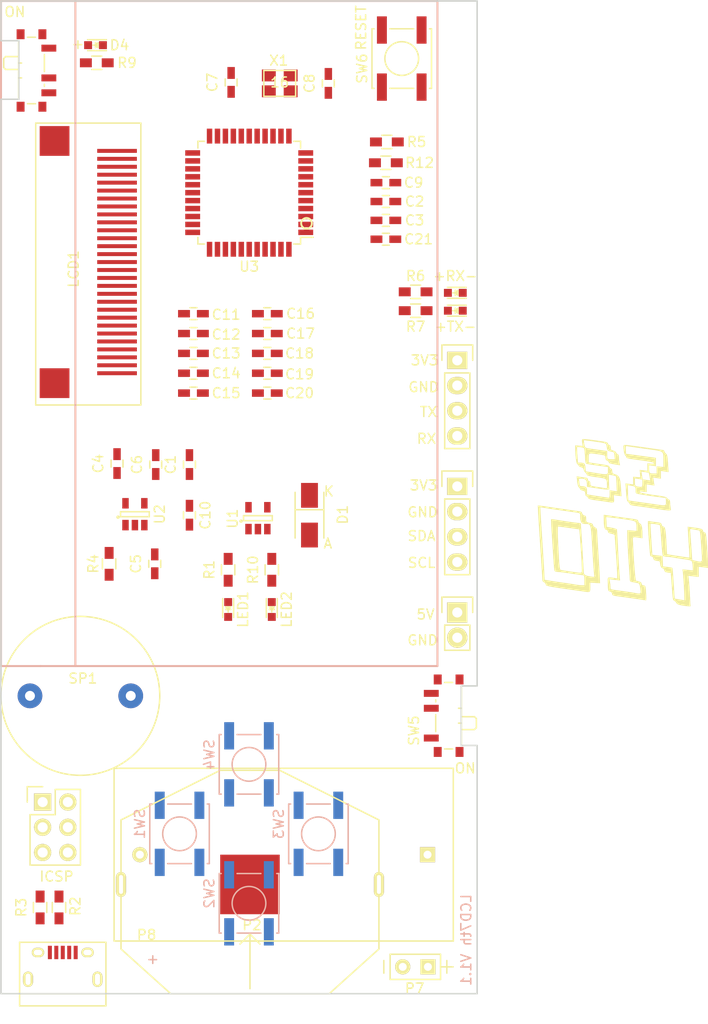
<source format=kicad_pcb>
(kicad_pcb (version 4) (host pcbnew 4.0.5+dfsg1-4)

  (general
    (links 0)
    (no_connects 153)
    (area 39.720128 39.899999 89.176191 143.289)
    (thickness 1.6)
    (drawings 39)
    (tracks 0)
    (zones 0)
    (modules 59)
    (nets 60)
  )

  (page A4)
  (layers
    (0 F.Cu signal)
    (31 B.Cu signal)
    (32 B.Adhes user)
    (33 F.Adhes user)
    (34 B.Paste user)
    (35 F.Paste user)
    (36 B.SilkS user)
    (37 F.SilkS user)
    (38 B.Mask user)
    (39 F.Mask user)
    (40 Dwgs.User user)
    (41 Cmts.User user)
    (42 Eco1.User user)
    (43 Eco2.User user)
    (44 Edge.Cuts user)
    (45 Margin user)
    (46 B.CrtYd user)
    (47 F.CrtYd user)
    (48 B.Fab user)
    (49 F.Fab user)
  )

  (setup
    (last_trace_width 0.25)
    (trace_clearance 0.2)
    (zone_clearance 0.508)
    (zone_45_only no)
    (trace_min 0.2)
    (segment_width 0.2)
    (edge_width 0.15)
    (via_size 0.6)
    (via_drill 0.4)
    (via_min_size 0.4)
    (via_min_drill 0.3)
    (uvia_size 0.3)
    (uvia_drill 0.1)
    (uvias_allowed no)
    (uvia_min_size 0.2)
    (uvia_min_drill 0.1)
    (pcb_text_width 0.3)
    (pcb_text_size 1.5 1.5)
    (mod_edge_width 0.15)
    (mod_text_size 1 1)
    (mod_text_width 0.15)
    (pad_size 2.032 2.032)
    (pad_drill 1.016)
    (pad_to_mask_clearance 0.2)
    (aux_axis_origin 0 0)
    (visible_elements FFFEF77F)
    (pcbplotparams
      (layerselection 0x010f0_80000001)
      (usegerberextensions false)
      (gerberprecision 5)
      (excludeedgelayer true)
      (linewidth 0.100000)
      (plotframeref false)
      (viasonmask false)
      (mode 1)
      (useauxorigin false)
      (hpglpennumber 1)
      (hpglpenspeed 20)
      (hpglpendiameter 15)
      (hpglpenoverlay 2)
      (psnegative false)
      (psa4output false)
      (plotreference true)
      (plotvalue true)
      (plotinvisibletext false)
      (padsonsilk false)
      (subtractmaskfromsilk false)
      (outputformat 1)
      (mirror false)
      (drillshape 0)
      (scaleselection 1)
      (outputdirectory /home/dan/Documents/LCD7th/gerber/))
  )

  (net 0 "")
  (net 1 +5C)
  (net 2 GND)
  (net 3 +3V3)
  (net 4 +BATT)
  (net 5 "Net-(C7-Pad1)")
  (net 6 "Net-(C8-Pad1)")
  (net 7 "Net-(C10-Pad2)")
  (net 8 "Net-(C11-Pad1)")
  (net 9 "Net-(C12-Pad1)")
  (net 10 "Net-(C12-Pad2)")
  (net 11 "Net-(C13-Pad1)")
  (net 12 "Net-(C14-Pad1)")
  (net 13 "Net-(C15-Pad1)")
  (net 14 "Net-(C16-Pad1)")
  (net 15 "Net-(C16-Pad2)")
  (net 16 "Net-(C17-Pad1)")
  (net 17 "Net-(C18-Pad1)")
  (net 18 "Net-(C19-Pad1)")
  (net 19 "Net-(C20-Pad1)")
  (net 20 "Net-(D2-Pad1)")
  (net 21 "Net-(D3-Pad1)")
  (net 22 "Net-(D4-Pad1)")
  (net 23 "Net-(LCD1-Pad1)")
  (net 24 "Net-(LCD1-Pad2)")
  (net 25 "Net-(LCD1-Pad3)")
  (net 26 "Net-(LCD1-Pad4)")
  (net 27 "Net-(LCD1-Pad5)")
  (net 28 "Net-(LCD1-Pad6)")
  (net 29 "Net-(LCD1-Pad7)")
  (net 30 "Net-(LCD1-Pad8)")
  (net 31 "Net-(LCD1-Pad9)")
  (net 32 "Net-(LCD1-Pad10)")
  (net 33 "Net-(LCD1-Pad11)")
  (net 34 "Net-(LCD1-Pad12)")
  (net 35 "Net-(LCD1-Pad13)")
  (net 36 "Net-(LED1-Pad1)")
  (net 37 "Net-(LED1-Pad2)")
  (net 38 "Net-(P1-Pad2)")
  (net 39 "Net-(P1-Pad3)")
  (net 40 /MISO)
  (net 41 /SCK)
  (net 42 /MOSI)
  (net 43 "Net-(P3-Pad5)")
  (net 44 /TX)
  (net 45 /RX)
  (net 46 /SDA)
  (net 47 /SCL)
  (net 48 /D+)
  (net 49 /D-)
  (net 50 "Net-(R4-Pad2)")
  (net 51 /RX_LED)
  (net 52 /TX_LED)
  (net 53 "Net-(SW4-Pad1)")
  (net 54 "Net-(X1-Pad3)")
  (net 55 "Net-(LED2-Pad1)")
  (net 56 /BUZZER)
  (net 57 /BATADC)
  (net 58 "Net-(D4-Pad2)")
  (net 59 "Net-(P2-Pad2)")

  (net_class Default "This is the default net class."
    (clearance 0.2)
    (trace_width 0.25)
    (via_dia 0.6)
    (via_drill 0.4)
    (uvia_dia 0.3)
    (uvia_drill 0.1)
    (add_net +3V3)
    (add_net +5C)
    (add_net +BATT)
    (add_net /BATADC)
    (add_net /BUZZER)
    (add_net /D+)
    (add_net /D-)
    (add_net /MISO)
    (add_net /MOSI)
    (add_net /RX)
    (add_net /RX_LED)
    (add_net /SCK)
    (add_net /SCL)
    (add_net /SDA)
    (add_net /TX)
    (add_net /TX_LED)
    (add_net GND)
    (add_net "Net-(C10-Pad2)")
    (add_net "Net-(C11-Pad1)")
    (add_net "Net-(C12-Pad1)")
    (add_net "Net-(C12-Pad2)")
    (add_net "Net-(C13-Pad1)")
    (add_net "Net-(C14-Pad1)")
    (add_net "Net-(C15-Pad1)")
    (add_net "Net-(C16-Pad1)")
    (add_net "Net-(C16-Pad2)")
    (add_net "Net-(C17-Pad1)")
    (add_net "Net-(C18-Pad1)")
    (add_net "Net-(C19-Pad1)")
    (add_net "Net-(C20-Pad1)")
    (add_net "Net-(C7-Pad1)")
    (add_net "Net-(C8-Pad1)")
    (add_net "Net-(D2-Pad1)")
    (add_net "Net-(D3-Pad1)")
    (add_net "Net-(D4-Pad1)")
    (add_net "Net-(D4-Pad2)")
    (add_net "Net-(LCD1-Pad1)")
    (add_net "Net-(LCD1-Pad10)")
    (add_net "Net-(LCD1-Pad11)")
    (add_net "Net-(LCD1-Pad12)")
    (add_net "Net-(LCD1-Pad13)")
    (add_net "Net-(LCD1-Pad2)")
    (add_net "Net-(LCD1-Pad3)")
    (add_net "Net-(LCD1-Pad4)")
    (add_net "Net-(LCD1-Pad5)")
    (add_net "Net-(LCD1-Pad6)")
    (add_net "Net-(LCD1-Pad7)")
    (add_net "Net-(LCD1-Pad8)")
    (add_net "Net-(LCD1-Pad9)")
    (add_net "Net-(LED1-Pad1)")
    (add_net "Net-(LED1-Pad2)")
    (add_net "Net-(LED2-Pad1)")
    (add_net "Net-(P1-Pad2)")
    (add_net "Net-(P1-Pad3)")
    (add_net "Net-(P2-Pad2)")
    (add_net "Net-(P3-Pad5)")
    (add_net "Net-(R4-Pad2)")
    (add_net "Net-(SW4-Pad1)")
    (add_net "Net-(X1-Pad3)")
  )

  (module Buttons_Switches_SMD:SW_SPDT_PCM12 (layer F.Cu) (tedit 55DB5CA3) (tstamp 5704963A)
    (at 84.8 112 90)
    (descr "Ultraminiature Surface Mount Slide Switch")
    (path /57224DEF)
    (attr smd)
    (fp_text reference SW5 (at -1.5 -3.175 90) (layer F.SilkS)
      (effects (font (size 1 1) (thickness 0.15)))
    )
    (fp_text value SW_POWER (at 0 0.325 90) (layer F.Fab)
      (effects (font (size 1 1) (thickness 0.15)))
    )
    (fp_line (start 0.75 1.325) (end 0.75 1.625) (layer F.SilkS) (width 0.15))
    (fp_line (start -0.75 1.325) (end -0.75 1.625) (layer F.SilkS) (width 0.15))
    (fp_line (start 1.4 -0.975) (end 1.6 -0.975) (layer F.SilkS) (width 0.15))
    (fp_line (start -4.4 -2.45) (end 4.4 -2.45) (layer F.CrtYd) (width 0.05))
    (fp_line (start 4.4 -2.45) (end 4.4 2.1) (layer F.CrtYd) (width 0.05))
    (fp_line (start 4.4 2.1) (end 1.65 2.1) (layer F.CrtYd) (width 0.05))
    (fp_line (start 1.65 2.1) (end 1.65 3.4) (layer F.CrtYd) (width 0.05))
    (fp_line (start 1.65 3.4) (end -1.65 3.4) (layer F.CrtYd) (width 0.05))
    (fp_line (start -1.65 3.4) (end -1.65 2.1) (layer F.CrtYd) (width 0.05))
    (fp_line (start -1.65 2.1) (end -4.4 2.1) (layer F.CrtYd) (width 0.05))
    (fp_line (start -4.4 2.1) (end -4.4 -2.45) (layer F.CrtYd) (width 0.05))
    (fp_line (start -1.4 2.925) (end -1.2 3.125) (layer F.SilkS) (width 0.15))
    (fp_line (start -0.1 2.925) (end -0.3 3.125) (layer F.SilkS) (width 0.15))
    (fp_line (start -1.4 1.625) (end -1.4 2.925) (layer F.SilkS) (width 0.15))
    (fp_line (start -1.2 3.125) (end -0.3 3.125) (layer F.SilkS) (width 0.15))
    (fp_line (start -0.1 2.925) (end -0.1 1.625) (layer F.SilkS) (width 0.15))
    (fp_line (start -2.85 1.625) (end 2.85 1.625) (layer F.SilkS) (width 0.15))
    (fp_line (start -1.6 -0.975) (end 0.1 -0.975) (layer F.SilkS) (width 0.15))
    (fp_line (start -3.35 -0.075) (end -3.35 0.725) (layer F.SilkS) (width 0.15))
    (fp_line (start 3.35 0.725) (end 3.35 -0.075) (layer F.SilkS) (width 0.15))
    (pad "" np_thru_hole circle (at -1.5 0.325 90) (size 0.9 0.9) (drill 0.9) (layers *.Cu *.Mask))
    (pad "" np_thru_hole circle (at 1.5 0.325 90) (size 0.9 0.9) (drill 0.9) (layers *.Cu *.Mask))
    (pad 1 smd rect (at -2.25 -1.425 90) (size 0.7 1.5) (layers F.Cu F.Paste F.Mask)
      (net 4 +BATT))
    (pad 2 smd rect (at 0.75 -1.425 90) (size 0.7 1.5) (layers F.Cu F.Paste F.Mask)
      (net 59 "Net-(P2-Pad2)"))
    (pad 3 smd rect (at 2.25 -1.425 90) (size 0.7 1.5) (layers F.Cu F.Paste F.Mask))
    (pad "" smd rect (at -3.65 1.425 90) (size 1 0.8) (layers F.Cu F.Paste F.Mask))
    (pad "" smd rect (at 3.65 1.425 90) (size 1 0.8) (layers F.Cu F.Paste F.Mask))
    (pad "" smd rect (at 3.65 -0.775 90) (size 1 0.8) (layers F.Cu F.Paste F.Mask))
    (pad "" smd rect (at -3.65 -0.775 90) (size 1 0.8) (layers F.Cu F.Paste F.Mask))
  )

  (module Pin_Headers:Pin_Header_Straight_1x04 (layer F.Cu) (tedit 57051377) (tstamp 570495C8)
    (at 86 76.2)
    (descr "Through hole pin header")
    (tags "pin header")
    (path /5703DB9C)
    (fp_text reference P4 (at 0 -5.1) (layer F.SilkS) hide
      (effects (font (size 1 1) (thickness 0.15)))
    )
    (fp_text value UART (at 0 -3.1) (layer F.Fab) hide
      (effects (font (size 1 1) (thickness 0.15)))
    )
    (fp_line (start -1.75 -1.75) (end -1.75 9.4) (layer F.CrtYd) (width 0.05))
    (fp_line (start 1.75 -1.75) (end 1.75 9.4) (layer F.CrtYd) (width 0.05))
    (fp_line (start -1.75 -1.75) (end 1.75 -1.75) (layer F.CrtYd) (width 0.05))
    (fp_line (start -1.75 9.4) (end 1.75 9.4) (layer F.CrtYd) (width 0.05))
    (fp_line (start -1.27 1.27) (end -1.27 8.89) (layer F.SilkS) (width 0.15))
    (fp_line (start 1.27 1.27) (end 1.27 8.89) (layer F.SilkS) (width 0.15))
    (fp_line (start 1.55 -1.55) (end 1.55 0) (layer F.SilkS) (width 0.15))
    (fp_line (start -1.27 8.89) (end 1.27 8.89) (layer F.SilkS) (width 0.15))
    (fp_line (start 1.27 1.27) (end -1.27 1.27) (layer F.SilkS) (width 0.15))
    (fp_line (start -1.55 0) (end -1.55 -1.55) (layer F.SilkS) (width 0.15))
    (fp_line (start -1.55 -1.55) (end 1.55 -1.55) (layer F.SilkS) (width 0.15))
    (pad 1 thru_hole rect (at 0 0) (size 2.032 1.7272) (drill 1.016) (layers *.Cu *.Mask F.SilkS)
      (net 3 +3V3))
    (pad 2 thru_hole oval (at 0 2.54) (size 2.032 1.7272) (drill 1.016) (layers *.Cu *.Mask F.SilkS)
      (net 2 GND))
    (pad 3 thru_hole oval (at 0 5.08) (size 2.032 1.7272) (drill 1.016) (layers *.Cu *.Mask F.SilkS)
      (net 44 /TX))
    (pad 4 thru_hole oval (at 0 7.62) (size 2.032 1.7272) (drill 1.016) (layers *.Cu *.Mask F.SilkS)
      (net 45 /RX))
    (model Pin_Headers.3dshapes/Pin_Header_Straight_1x04.wrl
      (at (xyz 0 -0.15 0))
      (scale (xyz 1 1 1))
      (rotate (xyz 0 0 90))
    )
  )

  (module Pin_Headers:Pin_Header_Straight_1x04 (layer F.Cu) (tedit 570513DE) (tstamp 570495D0)
    (at 86 88.9)
    (descr "Through hole pin header")
    (tags "pin header")
    (path /5703DCC4)
    (fp_text reference P5 (at 0 -5.1) (layer F.SilkS) hide
      (effects (font (size 1 1) (thickness 0.15)))
    )
    (fp_text value I2C (at 0 -3.1) (layer F.Fab) hide
      (effects (font (size 1 1) (thickness 0.15)))
    )
    (fp_line (start -1.75 -1.75) (end -1.75 9.4) (layer F.CrtYd) (width 0.05))
    (fp_line (start 1.75 -1.75) (end 1.75 9.4) (layer F.CrtYd) (width 0.05))
    (fp_line (start -1.75 -1.75) (end 1.75 -1.75) (layer F.CrtYd) (width 0.05))
    (fp_line (start -1.75 9.4) (end 1.75 9.4) (layer F.CrtYd) (width 0.05))
    (fp_line (start -1.27 1.27) (end -1.27 8.89) (layer F.SilkS) (width 0.15))
    (fp_line (start 1.27 1.27) (end 1.27 8.89) (layer F.SilkS) (width 0.15))
    (fp_line (start 1.55 -1.55) (end 1.55 0) (layer F.SilkS) (width 0.15))
    (fp_line (start -1.27 8.89) (end 1.27 8.89) (layer F.SilkS) (width 0.15))
    (fp_line (start 1.27 1.27) (end -1.27 1.27) (layer F.SilkS) (width 0.15))
    (fp_line (start -1.55 0) (end -1.55 -1.55) (layer F.SilkS) (width 0.15))
    (fp_line (start -1.55 -1.55) (end 1.55 -1.55) (layer F.SilkS) (width 0.15))
    (pad 1 thru_hole rect (at 0 0) (size 2.032 1.7272) (drill 1.016) (layers *.Cu *.Mask F.SilkS)
      (net 3 +3V3))
    (pad 2 thru_hole oval (at 0 2.54) (size 2.032 1.7272) (drill 1.016) (layers *.Cu *.Mask F.SilkS)
      (net 2 GND))
    (pad 3 thru_hole oval (at 0 5.08) (size 2.032 1.7272) (drill 1.016) (layers *.Cu *.Mask F.SilkS)
      (net 46 /SDA))
    (pad 4 thru_hole oval (at 0 7.62) (size 2.032 1.7272) (drill 1.016) (layers *.Cu *.Mask F.SilkS)
      (net 47 /SCL))
    (model Pin_Headers.3dshapes/Pin_Header_Straight_1x04.wrl
      (at (xyz 0 -0.15 0))
      (scale (xyz 1 1 1))
      (rotate (xyz 0 0 90))
    )
  )

  (module TO_SOT_Packages_SMD:SOT-23-5 (layer F.Cu) (tedit 55360473) (tstamp 5704964B)
    (at 65.9 92.1 90)
    (descr "5-pin SOT23 package")
    (tags SOT-23-5)
    (path /5702A33B)
    (attr smd)
    (fp_text reference U1 (at -0.05 -2.55 90) (layer F.SilkS)
      (effects (font (size 1 1) (thickness 0.15)))
    )
    (fp_text value MCP73831 (at -0.05 2.35 90) (layer F.Fab)
      (effects (font (size 1 1) (thickness 0.15)))
    )
    (fp_line (start -1.8 -1.6) (end 1.8 -1.6) (layer F.CrtYd) (width 0.05))
    (fp_line (start 1.8 -1.6) (end 1.8 1.6) (layer F.CrtYd) (width 0.05))
    (fp_line (start 1.8 1.6) (end -1.8 1.6) (layer F.CrtYd) (width 0.05))
    (fp_line (start -1.8 1.6) (end -1.8 -1.6) (layer F.CrtYd) (width 0.05))
    (fp_circle (center -0.3 -1.7) (end -0.2 -1.7) (layer F.SilkS) (width 0.15))
    (fp_line (start 0.25 -1.45) (end -0.25 -1.45) (layer F.SilkS) (width 0.15))
    (fp_line (start 0.25 1.45) (end 0.25 -1.45) (layer F.SilkS) (width 0.15))
    (fp_line (start -0.25 1.45) (end 0.25 1.45) (layer F.SilkS) (width 0.15))
    (fp_line (start -0.25 -1.45) (end -0.25 1.45) (layer F.SilkS) (width 0.15))
    (pad 1 smd rect (at -1.1 -0.95 90) (size 1.06 0.65) (layers F.Cu F.Paste F.Mask)
      (net 36 "Net-(LED1-Pad1)"))
    (pad 2 smd rect (at -1.1 0 90) (size 1.06 0.65) (layers F.Cu F.Paste F.Mask)
      (net 2 GND))
    (pad 3 smd rect (at -1.1 0.95 90) (size 1.06 0.65) (layers F.Cu F.Paste F.Mask)
      (net 4 +BATT))
    (pad 4 smd rect (at 1.1 0.95 90) (size 1.06 0.65) (layers F.Cu F.Paste F.Mask)
      (net 1 +5C))
    (pad 5 smd rect (at 1.1 -0.95 90) (size 1.06 0.65) (layers F.Cu F.Paste F.Mask)
      (net 50 "Net-(R4-Pad2)"))
    (model TO_SOT_Packages_SMD.3dshapes/SOT-23-5.wrl
      (at (xyz 0 0 0))
      (scale (xyz 1 1 1))
      (rotate (xyz 0 0 0))
    )
  )

  (module TO_SOT_Packages_SMD:SOT-23-5 (layer F.Cu) (tedit 570E51AE) (tstamp 57049654)
    (at 53.5 91.7 90)
    (descr "5-pin SOT23 package")
    (tags SOT-23-5)
    (path /5702A3C2)
    (attr smd)
    (fp_text reference U2 (at 0 2.5 90) (layer F.SilkS)
      (effects (font (size 1 1) (thickness 0.15)))
    )
    (fp_text value MIC5219 (at -5.7 0.1 90) (layer F.Fab)
      (effects (font (size 1 1) (thickness 0.15)))
    )
    (fp_line (start -1.8 -1.6) (end 1.8 -1.6) (layer F.CrtYd) (width 0.05))
    (fp_line (start 1.8 -1.6) (end 1.8 1.6) (layer F.CrtYd) (width 0.05))
    (fp_line (start 1.8 1.6) (end -1.8 1.6) (layer F.CrtYd) (width 0.05))
    (fp_line (start -1.8 1.6) (end -1.8 -1.6) (layer F.CrtYd) (width 0.05))
    (fp_circle (center -0.3 -1.7) (end -0.2 -1.7) (layer F.SilkS) (width 0.15))
    (fp_line (start 0.25 -1.45) (end -0.25 -1.45) (layer F.SilkS) (width 0.15))
    (fp_line (start 0.25 1.45) (end 0.25 -1.45) (layer F.SilkS) (width 0.15))
    (fp_line (start -0.25 1.45) (end 0.25 1.45) (layer F.SilkS) (width 0.15))
    (fp_line (start -0.25 -1.45) (end -0.25 1.45) (layer F.SilkS) (width 0.15))
    (pad 1 smd rect (at -1.1 -0.95 90) (size 1.06 0.65) (layers F.Cu F.Paste F.Mask)
      (net 1 +5C))
    (pad 2 smd rect (at -1.1 0 90) (size 1.06 0.65) (layers F.Cu F.Paste F.Mask)
      (net 2 GND))
    (pad 3 smd rect (at -1.1 0.95 90) (size 1.06 0.65) (layers F.Cu F.Paste F.Mask)
      (net 1 +5C))
    (pad 4 smd rect (at 1.1 0.95 90) (size 1.06 0.65) (layers F.Cu F.Paste F.Mask)
      (net 7 "Net-(C10-Pad2)"))
    (pad 5 smd rect (at 1.1 -0.95 90) (size 1.06 0.65) (layers F.Cu F.Paste F.Mask)
      (net 3 +3V3))
    (model TO_SOT_Packages_SMD.3dshapes/SOT-23-5.wrl
      (at (xyz 0 0 0))
      (scale (xyz 1 1 1))
      (rotate (xyz 0 0 0))
    )
  )

  (module Pin_Headers:Pin_Header_Straight_1x02 (layer F.Cu) (tedit 594E417F) (tstamp 570DFE98)
    (at 86 101.6)
    (descr "Through hole pin header")
    (tags "pin header")
    (path /570E46D7)
    (fp_text reference P6 (at -3.302 0.635) (layer F.SilkS) hide
      (effects (font (size 1 1) (thickness 0.15)))
    )
    (fp_text value 5VCONN (at 0 -3.1) (layer F.Fab)
      (effects (font (size 1 1) (thickness 0.15)))
    )
    (fp_line (start 1.27 1.27) (end 1.27 3.81) (layer F.SilkS) (width 0.15))
    (fp_line (start 1.55 -1.55) (end 1.55 0) (layer F.SilkS) (width 0.15))
    (fp_line (start -1.75 -1.75) (end -1.75 4.3) (layer F.CrtYd) (width 0.05))
    (fp_line (start 1.75 -1.75) (end 1.75 4.3) (layer F.CrtYd) (width 0.05))
    (fp_line (start -1.75 -1.75) (end 1.75 -1.75) (layer F.CrtYd) (width 0.05))
    (fp_line (start -1.75 4.3) (end 1.75 4.3) (layer F.CrtYd) (width 0.05))
    (fp_line (start 1.27 1.27) (end -1.27 1.27) (layer F.SilkS) (width 0.15))
    (fp_line (start -1.55 0) (end -1.55 -1.55) (layer F.SilkS) (width 0.15))
    (fp_line (start -1.55 -1.55) (end 1.55 -1.55) (layer F.SilkS) (width 0.15))
    (fp_line (start -1.27 1.27) (end -1.27 3.81) (layer F.SilkS) (width 0.15))
    (fp_line (start -1.27 3.81) (end 1.27 3.81) (layer F.SilkS) (width 0.15))
    (pad 1 thru_hole rect (at 0 0) (size 2.032 2.032) (drill 1.016) (layers *.Cu *.Mask F.SilkS)
      (net 1 +5C))
    (pad 2 thru_hole oval (at 0 2.54) (size 2.032 2.032) (drill 1.016) (layers *.Cu *.Mask F.SilkS)
      (net 2 GND))
    (model Pin_Headers.3dshapes/Pin_Header_Straight_1x02.wrl
      (at (xyz 0 -0.05 0))
      (scale (xyz 1 1 1))
      (rotate (xyz 0 0 90))
    )
  )

  (module LCD7th:LiConn (layer F.Cu) (tedit 570E2B13) (tstamp 570E2CA2)
    (at 80.5 137.3)
    (path /570E32AC)
    (fp_text reference P7 (at 1.2 2.174999) (layer F.SilkS)
      (effects (font (size 1 1) (thickness 0.15)))
    )
    (fp_text value BATT (at -2.48158 3.4036) (layer F.Fab)
      (effects (font (size 1 1) (thickness 0.15)))
    )
    (fp_line (start -1.905 -0.635) (end -1.905 0.635) (layer F.SilkS) (width 0.15))
    (fp_line (start 3.81 0) (end 5.08 0) (layer F.SilkS) (width 0.15))
    (fp_line (start 4.445 0.635) (end 4.445 -0.635) (layer F.SilkS) (width 0.15))
    (fp_line (start -1.27 -1.27) (end 3.81 -1.27) (layer F.SilkS) (width 0.15))
    (fp_line (start 3.81 -1.27) (end 3.81 1.27) (layer F.SilkS) (width 0.15))
    (fp_line (start 3.81 1.27) (end -1.27 1.27) (layer F.SilkS) (width 0.15))
    (fp_line (start -1.27 1.27) (end -1.27 -1.27) (layer F.SilkS) (width 0.15))
    (pad 1 thru_hole circle (at 0 0) (size 1.524 1.524) (drill 0.8) (layers *.Cu *.Mask F.SilkS)
      (net 2 GND))
    (pad 2 thru_hole rect (at 2.54 0) (size 1.524 1.524) (drill 0.8) (layers *.Cu *.Mask F.SilkS)
      (net 59 "Net-(P2-Pad2)"))
  )

  (module Buttons_Switches_SMD:SW_SPDT_PCM12 (layer F.Cu) (tedit 572B3F4E) (tstamp 572B3A4C)
    (at 43.4 47 270)
    (descr "Ultraminiature Surface Mount Slide Switch")
    (path /57221E04)
    (attr smd)
    (fp_text reference SW7 (at -1.5 -3.175 270) (layer F.SilkS) hide
      (effects (font (size 1 1) (thickness 0.15)))
    )
    (fp_text value BG_POWER (at 0 0.325 270) (layer F.Fab)
      (effects (font (size 1 1) (thickness 0.15)))
    )
    (fp_line (start 0.75 1.325) (end 0.75 1.625) (layer F.SilkS) (width 0.15))
    (fp_line (start -0.75 1.325) (end -0.75 1.625) (layer F.SilkS) (width 0.15))
    (fp_line (start 1.4 -0.975) (end 1.6 -0.975) (layer F.SilkS) (width 0.15))
    (fp_line (start -4.4 -2.45) (end 4.4 -2.45) (layer F.CrtYd) (width 0.05))
    (fp_line (start 4.4 -2.45) (end 4.4 2.1) (layer F.CrtYd) (width 0.05))
    (fp_line (start 4.4 2.1) (end 1.65 2.1) (layer F.CrtYd) (width 0.05))
    (fp_line (start 1.65 2.1) (end 1.65 3.4) (layer F.CrtYd) (width 0.05))
    (fp_line (start 1.65 3.4) (end -1.65 3.4) (layer F.CrtYd) (width 0.05))
    (fp_line (start -1.65 3.4) (end -1.65 2.1) (layer F.CrtYd) (width 0.05))
    (fp_line (start -1.65 2.1) (end -4.4 2.1) (layer F.CrtYd) (width 0.05))
    (fp_line (start -4.4 2.1) (end -4.4 -2.45) (layer F.CrtYd) (width 0.05))
    (fp_line (start -1.4 2.925) (end -1.2 3.125) (layer F.SilkS) (width 0.15))
    (fp_line (start -0.1 2.925) (end -0.3 3.125) (layer F.SilkS) (width 0.15))
    (fp_line (start -1.4 1.625) (end -1.4 2.925) (layer F.SilkS) (width 0.15))
    (fp_line (start -1.2 3.125) (end -0.3 3.125) (layer F.SilkS) (width 0.15))
    (fp_line (start -0.1 2.925) (end -0.1 1.625) (layer F.SilkS) (width 0.15))
    (fp_line (start -2.85 1.625) (end 2.85 1.625) (layer F.SilkS) (width 0.15))
    (fp_line (start -1.6 -0.975) (end 0.1 -0.975) (layer F.SilkS) (width 0.15))
    (fp_line (start -3.35 -0.075) (end -3.35 0.725) (layer F.SilkS) (width 0.15))
    (fp_line (start 3.35 0.725) (end 3.35 -0.075) (layer F.SilkS) (width 0.15))
    (pad "" np_thru_hole circle (at -1.5 0.325 270) (size 0.9 0.9) (drill 0.9) (layers *.Cu *.Mask))
    (pad "" np_thru_hole circle (at 1.5 0.325 270) (size 0.9 0.9) (drill 0.9) (layers *.Cu *.Mask))
    (pad 1 smd rect (at -2.25 -1.425 270) (size 0.7 1.5) (layers F.Cu F.Paste F.Mask)
      (net 58 "Net-(D4-Pad2)"))
    (pad 2 smd rect (at 0.75 -1.425 270) (size 0.7 1.5) (layers F.Cu F.Paste F.Mask)
      (net 3 +3V3))
    (pad 3 smd rect (at 2.25 -1.425 270) (size 0.7 1.5) (layers F.Cu F.Paste F.Mask))
    (pad "" smd rect (at -3.65 1.425 270) (size 1 0.8) (layers F.Cu F.Paste F.Mask))
    (pad "" smd rect (at 3.65 1.425 270) (size 1 0.8) (layers F.Cu F.Paste F.Mask))
    (pad "" smd rect (at 3.65 -0.775 270) (size 1 0.8) (layers F.Cu F.Paste F.Mask))
    (pad "" smd rect (at -3.65 -0.775 270) (size 1 0.8) (layers F.Cu F.Paste F.Mask))
  )

  (module Housings_QFP:TQFP-44_10x10mm_Pitch0.8mm (layer F.Cu) (tedit 570E35B6) (tstamp 57049684)
    (at 65.024 59.309 180)
    (descr "44-Lead Plastic Thin Quad Flatpack (PT) - 10x10x1.0 mm Body [TQFP] (see Microchip Packaging Specification 00000049BS.pdf)")
    (tags "QFP 0.8")
    (path /56FF9E4D)
    (attr smd)
    (fp_text reference U3 (at 0 -7.45 180) (layer F.SilkS)
      (effects (font (size 1 1) (thickness 0.15)))
    )
    (fp_text value ATmega32U4-AU (at 0 7.45 180) (layer F.Fab)
      (effects (font (size 1 1) (thickness 0.15)))
    )
    (fp_line (start -6.7 -6.7) (end -6.7 6.7) (layer F.CrtYd) (width 0.05))
    (fp_line (start 6.7 -6.7) (end 6.7 6.7) (layer F.CrtYd) (width 0.05))
    (fp_line (start -6.7 -6.7) (end 6.7 -6.7) (layer F.CrtYd) (width 0.05))
    (fp_line (start -6.7 6.7) (end 6.7 6.7) (layer F.CrtYd) (width 0.05))
    (fp_line (start -5.175 -5.175) (end -5.175 -4.5) (layer F.SilkS) (width 0.15))
    (fp_line (start 5.175 -5.175) (end 5.175 -4.5) (layer F.SilkS) (width 0.15))
    (fp_line (start 5.175 5.175) (end 5.175 4.5) (layer F.SilkS) (width 0.15))
    (fp_line (start -5.175 5.175) (end -5.175 4.5) (layer F.SilkS) (width 0.15))
    (fp_line (start -5.175 -5.175) (end -4.5 -5.175) (layer F.SilkS) (width 0.15))
    (fp_line (start -5.175 5.175) (end -4.5 5.175) (layer F.SilkS) (width 0.15))
    (fp_line (start 5.175 5.175) (end 4.5 5.175) (layer F.SilkS) (width 0.15))
    (fp_line (start 5.175 -5.175) (end 4.5 -5.175) (layer F.SilkS) (width 0.15))
    (fp_line (start -5.175 -4.5) (end -6.45 -4.5) (layer F.SilkS) (width 0.15))
    (pad 1 smd rect (at -5.7 -4 180) (size 1.5 0.55) (layers F.Cu F.Paste F.Mask)
      (net 29 "Net-(LCD1-Pad7)"))
    (pad 2 smd rect (at -5.7 -3.2 180) (size 1.5 0.55) (layers F.Cu F.Paste F.Mask))
    (pad 3 smd rect (at -5.7 -2.4 180) (size 1.5 0.55) (layers F.Cu F.Paste F.Mask)
      (net 49 /D-))
    (pad 4 smd rect (at -5.7 -1.6 180) (size 1.5 0.55) (layers F.Cu F.Paste F.Mask)
      (net 48 /D+))
    (pad 5 smd rect (at -5.7 -0.8 180) (size 1.5 0.55) (layers F.Cu F.Paste F.Mask)
      (net 2 GND))
    (pad 6 smd rect (at -5.7 0 180) (size 1.5 0.55) (layers F.Cu F.Paste F.Mask)
      (net 3 +3V3))
    (pad 7 smd rect (at -5.7 0.8 180) (size 1.5 0.55) (layers F.Cu F.Paste F.Mask)
      (net 1 +5C))
    (pad 8 smd rect (at -5.7 1.6 180) (size 1.5 0.55) (layers F.Cu F.Paste F.Mask)
      (net 51 /RX_LED))
    (pad 9 smd rect (at -5.7 2.4 180) (size 1.5 0.55) (layers F.Cu F.Paste F.Mask)
      (net 41 /SCK))
    (pad 10 smd rect (at -5.7 3.2 180) (size 1.5 0.55) (layers F.Cu F.Paste F.Mask)
      (net 42 /MOSI))
    (pad 11 smd rect (at -5.7 4 180) (size 1.5 0.55) (layers F.Cu F.Paste F.Mask)
      (net 40 /MISO))
    (pad 12 smd rect (at -4 5.7 270) (size 1.5 0.55) (layers F.Cu F.Paste F.Mask)
      (net 23 "Net-(LCD1-Pad1)"))
    (pad 13 smd rect (at -3.2 5.7 270) (size 1.5 0.55) (layers F.Cu F.Paste F.Mask)
      (net 43 "Net-(P3-Pad5)"))
    (pad 14 smd rect (at -2.4 5.7 270) (size 1.5 0.55) (layers F.Cu F.Paste F.Mask)
      (net 3 +3V3))
    (pad 15 smd rect (at -1.6 5.7 270) (size 1.5 0.55) (layers F.Cu F.Paste F.Mask)
      (net 2 GND))
    (pad 16 smd rect (at -0.8 5.7 270) (size 1.5 0.55) (layers F.Cu F.Paste F.Mask)
      (net 6 "Net-(C8-Pad1)"))
    (pad 17 smd rect (at 0 5.7 270) (size 1.5 0.55) (layers F.Cu F.Paste F.Mask)
      (net 5 "Net-(C7-Pad1)"))
    (pad 18 smd rect (at 0.8 5.7 270) (size 1.5 0.55) (layers F.Cu F.Paste F.Mask)
      (net 47 /SCL))
    (pad 19 smd rect (at 1.6 5.7 270) (size 1.5 0.55) (layers F.Cu F.Paste F.Mask)
      (net 46 /SDA))
    (pad 20 smd rect (at 2.4 5.7 270) (size 1.5 0.55) (layers F.Cu F.Paste F.Mask)
      (net 45 /RX))
    (pad 21 smd rect (at 3.2 5.7 270) (size 1.5 0.55) (layers F.Cu F.Paste F.Mask)
      (net 44 /TX))
    (pad 22 smd rect (at 4 5.7 270) (size 1.5 0.55) (layers F.Cu F.Paste F.Mask)
      (net 52 /TX_LED))
    (pad 23 smd rect (at 5.7 4 180) (size 1.5 0.55) (layers F.Cu F.Paste F.Mask)
      (net 2 GND))
    (pad 24 smd rect (at 5.7 3.2 180) (size 1.5 0.55) (layers F.Cu F.Paste F.Mask)
      (net 3 +3V3))
    (pad 25 smd rect (at 5.7 2.4 180) (size 1.5 0.55) (layers F.Cu F.Paste F.Mask)
      (net 26 "Net-(LCD1-Pad4)"))
    (pad 26 smd rect (at 5.7 1.6 180) (size 1.5 0.55) (layers F.Cu F.Paste F.Mask)
      (net 27 "Net-(LCD1-Pad5)"))
    (pad 27 smd rect (at 5.7 0.8 180) (size 1.5 0.55) (layers F.Cu F.Paste F.Mask)
      (net 28 "Net-(LCD1-Pad6)"))
    (pad 28 smd rect (at 5.7 0 180) (size 1.5 0.55) (layers F.Cu F.Paste F.Mask)
      (net 53 "Net-(SW4-Pad1)"))
    (pad 29 smd rect (at 5.7 -0.8 180) (size 1.5 0.55) (layers F.Cu F.Paste F.Mask)
      (net 56 /BUZZER))
    (pad 30 smd rect (at 5.7 -1.6 180) (size 1.5 0.55) (layers F.Cu F.Paste F.Mask)
      (net 57 /BATADC))
    (pad 31 smd rect (at 5.7 -2.4 180) (size 1.5 0.55) (layers F.Cu F.Paste F.Mask)
      (net 24 "Net-(LCD1-Pad2)"))
    (pad 32 smd rect (at 5.7 -3.2 180) (size 1.5 0.55) (layers F.Cu F.Paste F.Mask)
      (net 25 "Net-(LCD1-Pad3)"))
    (pad 33 smd rect (at 5.7 -4 180) (size 1.5 0.55) (layers F.Cu F.Paste F.Mask)
      (net 2 GND))
    (pad 34 smd rect (at 4 -5.7 270) (size 1.5 0.55) (layers F.Cu F.Paste F.Mask)
      (net 3 +3V3))
    (pad 35 smd rect (at 3.2 -5.7 270) (size 1.5 0.55) (layers F.Cu F.Paste F.Mask)
      (net 2 GND))
    (pad 36 smd rect (at 2.4 -5.7 270) (size 1.5 0.55) (layers F.Cu F.Paste F.Mask)
      (net 35 "Net-(LCD1-Pad13)"))
    (pad 37 smd rect (at 1.6 -5.7 270) (size 1.5 0.55) (layers F.Cu F.Paste F.Mask)
      (net 34 "Net-(LCD1-Pad12)"))
    (pad 38 smd rect (at 0.8 -5.7 270) (size 1.5 0.55) (layers F.Cu F.Paste F.Mask)
      (net 33 "Net-(LCD1-Pad11)"))
    (pad 39 smd rect (at 0 -5.7 270) (size 1.5 0.55) (layers F.Cu F.Paste F.Mask)
      (net 32 "Net-(LCD1-Pad10)"))
    (pad 40 smd rect (at -0.8 -5.7 270) (size 1.5 0.55) (layers F.Cu F.Paste F.Mask)
      (net 31 "Net-(LCD1-Pad9)"))
    (pad 41 smd rect (at -1.6 -5.7 270) (size 1.5 0.55) (layers F.Cu F.Paste F.Mask)
      (net 30 "Net-(LCD1-Pad8)"))
    (pad 42 smd rect (at -2.4 -5.7 270) (size 1.5 0.55) (layers F.Cu F.Paste F.Mask)
      (net 3 +3V3))
    (pad 43 smd rect (at -3.2 -5.7 270) (size 1.5 0.55) (layers F.Cu F.Paste F.Mask)
      (net 2 GND))
    (pad 44 smd rect (at -4 -5.7 270) (size 1.5 0.55) (layers F.Cu F.Paste F.Mask)
      (net 3 +3V3))
    (model Housings_QFP.3dshapes/TQFP-44_10x10mm_Pitch0.8mm.wrl
      (at (xyz 0 0 0))
      (scale (xyz 1 1 1))
      (rotate (xyz 0 0 0))
    )
  )

  (module Connect:USB_Micro-B (layer F.Cu) (tedit 5705114E) (tstamp 570495AB)
    (at 46.228 137.414)
    (descr "Micro USB Type B Receptacle")
    (tags "USB USB_B USB_micro USB_OTG")
    (path /570117A2)
    (attr smd)
    (fp_text reference P1 (at 0 -3.45) (layer F.SilkS) hide
      (effects (font (size 1 1) (thickness 0.15)))
    )
    (fp_text value USB_B (at 0 4.8) (layer F.Fab)
      (effects (font (size 1 1) (thickness 0.15)))
    )
    (fp_line (start -4.6 -2.8) (end 4.6 -2.8) (layer F.CrtYd) (width 0.05))
    (fp_line (start 4.6 -2.8) (end 4.6 4.05) (layer F.CrtYd) (width 0.05))
    (fp_line (start 4.6 4.05) (end -4.6 4.05) (layer F.CrtYd) (width 0.05))
    (fp_line (start -4.6 4.05) (end -4.6 -2.8) (layer F.CrtYd) (width 0.05))
    (fp_line (start -4.3509 3.81746) (end 4.3491 3.81746) (layer F.SilkS) (width 0.15))
    (fp_line (start -4.3509 -2.58754) (end 4.3491 -2.58754) (layer F.SilkS) (width 0.15))
    (fp_line (start 4.3491 -2.58754) (end 4.3491 3.81746) (layer F.SilkS) (width 0.15))
    (fp_line (start 4.3491 2.58746) (end -4.3509 2.58746) (layer F.SilkS) (width 0.15))
    (fp_line (start -4.3509 3.81746) (end -4.3509 -2.58754) (layer F.SilkS) (width 0.15))
    (pad 1 smd rect (at -1.3009 -1.56254 90) (size 1.35 0.4) (layers F.Cu F.Paste F.Mask)
      (net 1 +5C))
    (pad 2 smd rect (at -0.6509 -1.56254 90) (size 1.35 0.4) (layers F.Cu F.Paste F.Mask)
      (net 38 "Net-(P1-Pad2)"))
    (pad 3 smd rect (at -0.0009 -1.56254 90) (size 1.35 0.4) (layers F.Cu F.Paste F.Mask)
      (net 39 "Net-(P1-Pad3)"))
    (pad 4 smd rect (at 0.6491 -1.56254 90) (size 1.35 0.4) (layers F.Cu F.Paste F.Mask)
      (net 2 GND))
    (pad 5 smd rect (at 1.2991 -1.56254 90) (size 1.35 0.4) (layers F.Cu F.Paste F.Mask)
      (net 2 GND))
    (pad 6 thru_hole oval (at -2.5009 -1.56254 90) (size 0.95 1.25) (drill oval 0.55 0.85) (layers *.Cu *.Mask F.SilkS))
    (pad 6 thru_hole oval (at 2.4991 -1.56254 90) (size 0.95 1.25) (drill oval 0.55 0.85) (layers *.Cu *.Mask F.SilkS))
    (pad 6 thru_hole oval (at -3.5009 1.13746 90) (size 1.55 1) (drill oval 1.15 0.5) (layers *.Cu *.Mask F.SilkS))
    (pad 6 thru_hole oval (at 3.4991 1.13746 90) (size 1.55 1) (drill oval 1.15 0.5) (layers *.Cu *.Mask F.SilkS))
  )

  (module LCD7th:BATT (layer F.Cu) (tedit 570658A6) (tstamp 570495B6)
    (at 58 130)
    (path /5702E1FA)
    (fp_text reference P2 (at 7.3 3.1) (layer F.SilkS)
      (effects (font (size 1 1) (thickness 0.15)))
    )
    (fp_text value BATT (at 11.7 3) (layer F.Fab)
      (effects (font (size 1 1) (thickness 0.15)))
    )
    (fp_line (start -6.6 -4) (end -6.6 -12.7) (layer F.SilkS) (width 0.15))
    (fp_line (start -6.6 -12.7) (end 27.6 -12.7) (layer F.SilkS) (width 0.15))
    (fp_line (start 27.6 -12.7) (end 27.6 4.7) (layer F.SilkS) (width 0.15))
    (fp_line (start 27.6 4.7) (end -6.6 4.7) (layer F.SilkS) (width 0.15))
    (fp_line (start -6.6 4.7) (end -6.6 -4) (layer F.SilkS) (width 0.15))
    (pad 1 thru_hole circle (at -4 -4) (size 1.524 1.524) (drill 0.8) (layers *.Cu *.Mask F.SilkS)
      (net 2 GND))
    (pad 2 thru_hole rect (at 25 -4) (size 1.524 1.524) (drill 0.8) (layers *.Cu *.Mask F.SilkS)
      (net 59 "Net-(P2-Pad2)"))
  )

  (module Pin_Headers:Pin_Header_Straight_2x03 (layer F.Cu) (tedit 5705169A) (tstamp 570495C0)
    (at 44.2 120.7)
    (descr "Through hole pin header")
    (tags "pin header")
    (path /5703C590)
    (fp_text reference P3 (at 1.4 7.6) (layer F.SilkS) hide
      (effects (font (size 1 1) (thickness 0.15)))
    )
    (fp_text value ICSP (at 1.4 3.9) (layer F.Fab) hide
      (effects (font (size 1 1) (thickness 0.15)))
    )
    (fp_line (start -1.27 1.27) (end -1.27 6.35) (layer F.SilkS) (width 0.15))
    (fp_line (start -1.55 -1.55) (end 0 -1.55) (layer F.SilkS) (width 0.15))
    (fp_line (start -1.75 -1.75) (end -1.75 6.85) (layer F.CrtYd) (width 0.05))
    (fp_line (start 4.3 -1.75) (end 4.3 6.85) (layer F.CrtYd) (width 0.05))
    (fp_line (start -1.75 -1.75) (end 4.3 -1.75) (layer F.CrtYd) (width 0.05))
    (fp_line (start -1.75 6.85) (end 4.3 6.85) (layer F.CrtYd) (width 0.05))
    (fp_line (start 1.27 -1.27) (end 1.27 1.27) (layer F.SilkS) (width 0.15))
    (fp_line (start 1.27 1.27) (end -1.27 1.27) (layer F.SilkS) (width 0.15))
    (fp_line (start -1.27 6.35) (end 3.81 6.35) (layer F.SilkS) (width 0.15))
    (fp_line (start 3.81 6.35) (end 3.81 1.27) (layer F.SilkS) (width 0.15))
    (fp_line (start -1.55 -1.55) (end -1.55 0) (layer F.SilkS) (width 0.15))
    (fp_line (start 3.81 -1.27) (end 1.27 -1.27) (layer F.SilkS) (width 0.15))
    (fp_line (start 3.81 1.27) (end 3.81 -1.27) (layer F.SilkS) (width 0.15))
    (pad 1 thru_hole rect (at 0 0) (size 1.7272 1.7272) (drill 1.016) (layers *.Cu *.Mask F.SilkS)
      (net 40 /MISO))
    (pad 2 thru_hole oval (at 2.54 0) (size 1.7272 1.7272) (drill 1.016) (layers *.Cu *.Mask F.SilkS)
      (net 3 +3V3))
    (pad 3 thru_hole oval (at 0 2.54) (size 1.7272 1.7272) (drill 1.016) (layers *.Cu *.Mask F.SilkS)
      (net 41 /SCK))
    (pad 4 thru_hole oval (at 2.54 2.54) (size 1.7272 1.7272) (drill 1.016) (layers *.Cu *.Mask F.SilkS)
      (net 42 /MOSI))
    (pad 5 thru_hole oval (at 0 5.08) (size 1.7272 1.7272) (drill 1.016) (layers *.Cu *.Mask F.SilkS)
      (net 43 "Net-(P3-Pad5)"))
    (pad 6 thru_hole oval (at 2.54 5.08) (size 1.7272 1.7272) (drill 1.016) (layers *.Cu *.Mask F.SilkS)
      (net 2 GND))
    (model Pin_Headers.3dshapes/Pin_Header_Straight_2x03.wrl
      (at (xyz 0.05 -0.1 0))
      (scale (xyz 1 1 1))
      (rotate (xyz 0 0 90))
    )
  )

  (module "LCD7th:JYG-12864K8G(R)-VC" (layer F.Cu) (tedit 570DC9CE) (tstamp 57049598)
    (at 55.7 67.5 90)
    (path /57016797)
    (fp_text reference LCD1 (at 0.508 -8.382 90) (layer F.SilkS)
      (effects (font (size 1 1) (thickness 0.15)))
    )
    (fp_text value "JYG-12864K8G(R)-VC" (at 1.778 -10.922 90) (layer F.Fab)
      (effects (font (size 1 1) (thickness 0.15)))
    )
    (fp_line (start -13.2 -1.6) (end -13.2 -12.2) (layer F.SilkS) (width 0.15))
    (fp_line (start -13.2 -12.2) (end 15.2 -12.2) (layer F.SilkS) (width 0.15))
    (fp_line (start 15.2 -12.2) (end 15.2 -1.6) (layer F.SilkS) (width 0.15))
    (fp_line (start 15.2 -1.6) (end -13.2 -1.6) (layer F.SilkS) (width 0.15))
    (pad 28 smd rect (at -10 -4 90) (size 0.4 4) (layers F.Cu F.Paste F.Mask))
    (pad 27 smd rect (at -9.2 -4 90) (size 0.4 4) (layers F.Cu F.Paste F.Mask)
      (net 19 "Net-(C20-Pad1)"))
    (pad 26 smd rect (at -8.4 -4 90) (size 0.4 4) (layers F.Cu F.Paste F.Mask)
      (net 13 "Net-(C15-Pad1)"))
    (pad 25 smd rect (at -7.6 -4 90) (size 0.4 4) (layers F.Cu F.Paste F.Mask)
      (net 18 "Net-(C19-Pad1)"))
    (pad 24 smd rect (at -6.8 -4 90) (size 0.4 4) (layers F.Cu F.Paste F.Mask)
      (net 12 "Net-(C14-Pad1)"))
    (pad 23 smd rect (at -6 -4 90) (size 0.4 4) (layers F.Cu F.Paste F.Mask)
      (net 17 "Net-(C18-Pad1)"))
    (pad 22 smd rect (at -5.2 -4 90) (size 0.4 4) (layers F.Cu F.Paste F.Mask)
      (net 11 "Net-(C13-Pad1)"))
    (pad 21 smd rect (at -4.4 -4 90) (size 0.4 4) (layers F.Cu F.Paste F.Mask)
      (net 10 "Net-(C12-Pad2)"))
    (pad 20 smd rect (at -3.6 -4 90) (size 0.4 4) (layers F.Cu F.Paste F.Mask)
      (net 9 "Net-(C12-Pad1)"))
    (pad 19 smd rect (at -2.8 -4 90) (size 0.4 4) (layers F.Cu F.Paste F.Mask)
      (net 16 "Net-(C17-Pad1)"))
    (pad 18 smd rect (at -2 -4 90) (size 0.4 4) (layers F.Cu F.Paste F.Mask)
      (net 15 "Net-(C16-Pad2)"))
    (pad 17 smd rect (at -1.2 -4 90) (size 0.4 4) (layers F.Cu F.Paste F.Mask)
      (net 14 "Net-(C16-Pad1)"))
    (pad 16 smd rect (at -0.4 -4 90) (size 0.4 4) (layers F.Cu F.Paste F.Mask)
      (net 8 "Net-(C11-Pad1)"))
    (pad 15 smd rect (at 0.4 -4 90) (size 0.4 4) (layers F.Cu F.Paste F.Mask)
      (net 2 GND))
    (pad 14 smd rect (at 1.2 -4 90) (size 0.4 4) (layers F.Cu F.Paste F.Mask)
      (net 3 +3V3))
    (pad 13 smd rect (at 2 -4 90) (size 0.4 4) (layers F.Cu F.Paste F.Mask)
      (net 35 "Net-(LCD1-Pad13)"))
    (pad 12 smd rect (at 2.8 -4 90) (size 0.4 4) (layers F.Cu F.Paste F.Mask)
      (net 34 "Net-(LCD1-Pad12)"))
    (pad 11 smd rect (at 3.6 -4 90) (size 0.4 4) (layers F.Cu F.Paste F.Mask)
      (net 33 "Net-(LCD1-Pad11)"))
    (pad 10 smd rect (at 4.4 -4 90) (size 0.4 4) (layers F.Cu F.Paste F.Mask)
      (net 32 "Net-(LCD1-Pad10)"))
    (pad 9 smd rect (at 5.2 -4 90) (size 0.4 4) (layers F.Cu F.Paste F.Mask)
      (net 31 "Net-(LCD1-Pad9)"))
    (pad 8 smd rect (at 6 -4 90) (size 0.4 4) (layers F.Cu F.Paste F.Mask)
      (net 30 "Net-(LCD1-Pad8)"))
    (pad 7 smd rect (at 6.8 -4 90) (size 0.4 4) (layers F.Cu F.Paste F.Mask)
      (net 29 "Net-(LCD1-Pad7)"))
    (pad 6 smd rect (at 7.6 -4 90) (size 0.4 4) (layers F.Cu F.Paste F.Mask)
      (net 28 "Net-(LCD1-Pad6)"))
    (pad 5 smd rect (at 8.4 -4 90) (size 0.4 4) (layers F.Cu F.Paste F.Mask)
      (net 27 "Net-(LCD1-Pad5)"))
    (pad 4 smd rect (at 9.2 -4 90) (size 0.4 4) (layers F.Cu F.Paste F.Mask)
      (net 26 "Net-(LCD1-Pad4)"))
    (pad 3 smd rect (at 10 -4 90) (size 0.4 4) (layers F.Cu F.Paste F.Mask)
      (net 25 "Net-(LCD1-Pad3)"))
    (pad 2 smd rect (at 10.8 -4 90) (size 0.4 4) (layers F.Cu F.Paste F.Mask)
      (net 24 "Net-(LCD1-Pad2)"))
    (pad 1 smd rect (at 11.6 -4 90) (size 0.4 4) (layers F.Cu F.Paste F.Mask)
      (net 23 "Net-(LCD1-Pad1)"))
    (pad 0 smd rect (at 12.4 -4 90) (size 0.4 4) (layers F.Cu F.Paste F.Mask))
    (pad 29 smd rect (at 13.4 -10.3 90) (size 3 3) (layers F.Cu F.Paste F.Mask))
    (pad 30 smd rect (at -11 -10.3 90) (size 3 3) (layers F.Cu F.Paste F.Mask))
  )

  (module Capacitors_SMD:C_0603_HandSoldering (layer F.Cu) (tedit 541A9B4D) (tstamp 5946413B)
    (at 59 86.7 90)
    (descr "Capacitor SMD 0603, hand soldering")
    (tags "capacitor 0603")
    (path /57021925)
    (attr smd)
    (fp_text reference C1 (at 0 -1.9 90) (layer F.SilkS)
      (effects (font (size 1 1) (thickness 0.15)))
    )
    (fp_text value 0.1uF (at 0 1.9 90) (layer F.Fab)
      (effects (font (size 1 1) (thickness 0.15)))
    )
    (fp_line (start -0.8 0.4) (end -0.8 -0.4) (layer F.Fab) (width 0.15))
    (fp_line (start 0.8 0.4) (end -0.8 0.4) (layer F.Fab) (width 0.15))
    (fp_line (start 0.8 -0.4) (end 0.8 0.4) (layer F.Fab) (width 0.15))
    (fp_line (start -0.8 -0.4) (end 0.8 -0.4) (layer F.Fab) (width 0.15))
    (fp_line (start -1.85 -0.75) (end 1.85 -0.75) (layer F.CrtYd) (width 0.05))
    (fp_line (start -1.85 0.75) (end 1.85 0.75) (layer F.CrtYd) (width 0.05))
    (fp_line (start -1.85 -0.75) (end -1.85 0.75) (layer F.CrtYd) (width 0.05))
    (fp_line (start 1.85 -0.75) (end 1.85 0.75) (layer F.CrtYd) (width 0.05))
    (fp_line (start -0.35 -0.6) (end 0.35 -0.6) (layer F.SilkS) (width 0.15))
    (fp_line (start 0.35 0.6) (end -0.35 0.6) (layer F.SilkS) (width 0.15))
    (pad 1 smd rect (at -0.95 0 90) (size 1.2 0.75) (layers F.Cu F.Paste F.Mask)
      (net 3 +3V3))
    (pad 2 smd rect (at 0.95 0 90) (size 1.2 0.75) (layers F.Cu F.Paste F.Mask)
      (net 2 GND))
    (model Capacitors_SMD.3dshapes/C_0603_HandSoldering.wrl
      (at (xyz 0 0 0))
      (scale (xyz 1 1 1))
      (rotate (xyz 0 0 0))
    )
  )

  (module Capacitors_SMD:C_0603_HandSoldering (layer F.Cu) (tedit 594E446E) (tstamp 5946414A)
    (at 78.8 60.2 180)
    (descr "Capacitor SMD 0603, hand soldering")
    (tags "capacitor 0603")
    (path /570219DC)
    (attr smd)
    (fp_text reference C2 (at -2.9 0 180) (layer F.SilkS)
      (effects (font (size 1 1) (thickness 0.15)))
    )
    (fp_text value 0.1uF (at 0 1.9 180) (layer F.Fab)
      (effects (font (size 1 1) (thickness 0.15)))
    )
    (fp_line (start -0.8 0.4) (end -0.8 -0.4) (layer F.Fab) (width 0.15))
    (fp_line (start 0.8 0.4) (end -0.8 0.4) (layer F.Fab) (width 0.15))
    (fp_line (start 0.8 -0.4) (end 0.8 0.4) (layer F.Fab) (width 0.15))
    (fp_line (start -0.8 -0.4) (end 0.8 -0.4) (layer F.Fab) (width 0.15))
    (fp_line (start -1.85 -0.75) (end 1.85 -0.75) (layer F.CrtYd) (width 0.05))
    (fp_line (start -1.85 0.75) (end 1.85 0.75) (layer F.CrtYd) (width 0.05))
    (fp_line (start -1.85 -0.75) (end -1.85 0.75) (layer F.CrtYd) (width 0.05))
    (fp_line (start 1.85 -0.75) (end 1.85 0.75) (layer F.CrtYd) (width 0.05))
    (fp_line (start -0.35 -0.6) (end 0.35 -0.6) (layer F.SilkS) (width 0.15))
    (fp_line (start 0.35 0.6) (end -0.35 0.6) (layer F.SilkS) (width 0.15))
    (pad 1 smd rect (at -0.95 0 180) (size 1.2 0.75) (layers F.Cu F.Paste F.Mask)
      (net 3 +3V3))
    (pad 2 smd rect (at 0.95 0 180) (size 1.2 0.75) (layers F.Cu F.Paste F.Mask)
      (net 2 GND))
    (model Capacitors_SMD.3dshapes/C_0603_HandSoldering.wrl
      (at (xyz 0 0 0))
      (scale (xyz 1 1 1))
      (rotate (xyz 0 0 0))
    )
  )

  (module Capacitors_SMD:C_0603_HandSoldering (layer F.Cu) (tedit 594E4472) (tstamp 59464159)
    (at 78.8 62.1 180)
    (descr "Capacitor SMD 0603, hand soldering")
    (tags "capacitor 0603")
    (path /57021AAE)
    (attr smd)
    (fp_text reference C3 (at -2.9 0 180) (layer F.SilkS)
      (effects (font (size 1 1) (thickness 0.15)))
    )
    (fp_text value 0.1uF (at 0 1.9 180) (layer F.Fab)
      (effects (font (size 1 1) (thickness 0.15)))
    )
    (fp_line (start -0.8 0.4) (end -0.8 -0.4) (layer F.Fab) (width 0.15))
    (fp_line (start 0.8 0.4) (end -0.8 0.4) (layer F.Fab) (width 0.15))
    (fp_line (start 0.8 -0.4) (end 0.8 0.4) (layer F.Fab) (width 0.15))
    (fp_line (start -0.8 -0.4) (end 0.8 -0.4) (layer F.Fab) (width 0.15))
    (fp_line (start -1.85 -0.75) (end 1.85 -0.75) (layer F.CrtYd) (width 0.05))
    (fp_line (start -1.85 0.75) (end 1.85 0.75) (layer F.CrtYd) (width 0.05))
    (fp_line (start -1.85 -0.75) (end -1.85 0.75) (layer F.CrtYd) (width 0.05))
    (fp_line (start 1.85 -0.75) (end 1.85 0.75) (layer F.CrtYd) (width 0.05))
    (fp_line (start -0.35 -0.6) (end 0.35 -0.6) (layer F.SilkS) (width 0.15))
    (fp_line (start 0.35 0.6) (end -0.35 0.6) (layer F.SilkS) (width 0.15))
    (pad 1 smd rect (at -0.95 0 180) (size 1.2 0.75) (layers F.Cu F.Paste F.Mask)
      (net 3 +3V3))
    (pad 2 smd rect (at 0.95 0 180) (size 1.2 0.75) (layers F.Cu F.Paste F.Mask)
      (net 2 GND))
    (model Capacitors_SMD.3dshapes/C_0603_HandSoldering.wrl
      (at (xyz 0 0 0))
      (scale (xyz 1 1 1))
      (rotate (xyz 0 0 0))
    )
  )

  (module Capacitors_SMD:C_0603_HandSoldering (layer F.Cu) (tedit 541A9B4D) (tstamp 59464168)
    (at 51.7 86.6 90)
    (descr "Capacitor SMD 0603, hand soldering")
    (tags "capacitor 0603")
    (path /57020880)
    (attr smd)
    (fp_text reference C4 (at 0 -1.9 90) (layer F.SilkS)
      (effects (font (size 1 1) (thickness 0.15)))
    )
    (fp_text value 4.7uF (at 0 1.9 90) (layer F.Fab)
      (effects (font (size 1 1) (thickness 0.15)))
    )
    (fp_line (start -0.8 0.4) (end -0.8 -0.4) (layer F.Fab) (width 0.15))
    (fp_line (start 0.8 0.4) (end -0.8 0.4) (layer F.Fab) (width 0.15))
    (fp_line (start 0.8 -0.4) (end 0.8 0.4) (layer F.Fab) (width 0.15))
    (fp_line (start -0.8 -0.4) (end 0.8 -0.4) (layer F.Fab) (width 0.15))
    (fp_line (start -1.85 -0.75) (end 1.85 -0.75) (layer F.CrtYd) (width 0.05))
    (fp_line (start -1.85 0.75) (end 1.85 0.75) (layer F.CrtYd) (width 0.05))
    (fp_line (start -1.85 -0.75) (end -1.85 0.75) (layer F.CrtYd) (width 0.05))
    (fp_line (start 1.85 -0.75) (end 1.85 0.75) (layer F.CrtYd) (width 0.05))
    (fp_line (start -0.35 -0.6) (end 0.35 -0.6) (layer F.SilkS) (width 0.15))
    (fp_line (start 0.35 0.6) (end -0.35 0.6) (layer F.SilkS) (width 0.15))
    (pad 1 smd rect (at -0.95 0 90) (size 1.2 0.75) (layers F.Cu F.Paste F.Mask)
      (net 1 +5C))
    (pad 2 smd rect (at 0.95 0 90) (size 1.2 0.75) (layers F.Cu F.Paste F.Mask)
      (net 2 GND))
    (model Capacitors_SMD.3dshapes/C_0603_HandSoldering.wrl
      (at (xyz 0 0 0))
      (scale (xyz 1 1 1))
      (rotate (xyz 0 0 0))
    )
  )

  (module Capacitors_SMD:C_0603_HandSoldering (layer F.Cu) (tedit 541A9B4D) (tstamp 59464177)
    (at 55.5 96.7 90)
    (descr "Capacitor SMD 0603, hand soldering")
    (tags "capacitor 0603")
    (path /5702109F)
    (attr smd)
    (fp_text reference C5 (at 0 -1.9 90) (layer F.SilkS)
      (effects (font (size 1 1) (thickness 0.15)))
    )
    (fp_text value 4.7uF (at 0 1.9 90) (layer F.Fab)
      (effects (font (size 1 1) (thickness 0.15)))
    )
    (fp_line (start -0.8 0.4) (end -0.8 -0.4) (layer F.Fab) (width 0.15))
    (fp_line (start 0.8 0.4) (end -0.8 0.4) (layer F.Fab) (width 0.15))
    (fp_line (start 0.8 -0.4) (end 0.8 0.4) (layer F.Fab) (width 0.15))
    (fp_line (start -0.8 -0.4) (end 0.8 -0.4) (layer F.Fab) (width 0.15))
    (fp_line (start -1.85 -0.75) (end 1.85 -0.75) (layer F.CrtYd) (width 0.05))
    (fp_line (start -1.85 0.75) (end 1.85 0.75) (layer F.CrtYd) (width 0.05))
    (fp_line (start -1.85 -0.75) (end -1.85 0.75) (layer F.CrtYd) (width 0.05))
    (fp_line (start 1.85 -0.75) (end 1.85 0.75) (layer F.CrtYd) (width 0.05))
    (fp_line (start -0.35 -0.6) (end 0.35 -0.6) (layer F.SilkS) (width 0.15))
    (fp_line (start 0.35 0.6) (end -0.35 0.6) (layer F.SilkS) (width 0.15))
    (pad 1 smd rect (at -0.95 0 90) (size 1.2 0.75) (layers F.Cu F.Paste F.Mask)
      (net 4 +BATT))
    (pad 2 smd rect (at 0.95 0 90) (size 1.2 0.75) (layers F.Cu F.Paste F.Mask)
      (net 2 GND))
    (model Capacitors_SMD.3dshapes/C_0603_HandSoldering.wrl
      (at (xyz 0 0 0))
      (scale (xyz 1 1 1))
      (rotate (xyz 0 0 0))
    )
  )

  (module Capacitors_SMD:C_0603_HandSoldering (layer F.Cu) (tedit 541A9B4D) (tstamp 59464186)
    (at 55.6 86.7 90)
    (descr "Capacitor SMD 0603, hand soldering")
    (tags "capacitor 0603")
    (path /57021B3B)
    (attr smd)
    (fp_text reference C6 (at 0 -1.9 90) (layer F.SilkS)
      (effects (font (size 1 1) (thickness 0.15)))
    )
    (fp_text value 4.7uF (at 0 1.9 90) (layer F.Fab)
      (effects (font (size 1 1) (thickness 0.15)))
    )
    (fp_line (start -0.8 0.4) (end -0.8 -0.4) (layer F.Fab) (width 0.15))
    (fp_line (start 0.8 0.4) (end -0.8 0.4) (layer F.Fab) (width 0.15))
    (fp_line (start 0.8 -0.4) (end 0.8 0.4) (layer F.Fab) (width 0.15))
    (fp_line (start -0.8 -0.4) (end 0.8 -0.4) (layer F.Fab) (width 0.15))
    (fp_line (start -1.85 -0.75) (end 1.85 -0.75) (layer F.CrtYd) (width 0.05))
    (fp_line (start -1.85 0.75) (end 1.85 0.75) (layer F.CrtYd) (width 0.05))
    (fp_line (start -1.85 -0.75) (end -1.85 0.75) (layer F.CrtYd) (width 0.05))
    (fp_line (start 1.85 -0.75) (end 1.85 0.75) (layer F.CrtYd) (width 0.05))
    (fp_line (start -0.35 -0.6) (end 0.35 -0.6) (layer F.SilkS) (width 0.15))
    (fp_line (start 0.35 0.6) (end -0.35 0.6) (layer F.SilkS) (width 0.15))
    (pad 1 smd rect (at -0.95 0 90) (size 1.2 0.75) (layers F.Cu F.Paste F.Mask)
      (net 3 +3V3))
    (pad 2 smd rect (at 0.95 0 90) (size 1.2 0.75) (layers F.Cu F.Paste F.Mask)
      (net 2 GND))
    (model Capacitors_SMD.3dshapes/C_0603_HandSoldering.wrl
      (at (xyz 0 0 0))
      (scale (xyz 1 1 1))
      (rotate (xyz 0 0 0))
    )
  )

  (module Capacitors_SMD:C_0603_HandSoldering (layer F.Cu) (tedit 541A9B4D) (tstamp 59464195)
    (at 63.2 48.2 90)
    (descr "Capacitor SMD 0603, hand soldering")
    (tags "capacitor 0603")
    (path /5700F7DC)
    (attr smd)
    (fp_text reference C7 (at 0 -1.9 90) (layer F.SilkS)
      (effects (font (size 1 1) (thickness 0.15)))
    )
    (fp_text value 22P (at 0 1.9 90) (layer F.Fab)
      (effects (font (size 1 1) (thickness 0.15)))
    )
    (fp_line (start -0.8 0.4) (end -0.8 -0.4) (layer F.Fab) (width 0.15))
    (fp_line (start 0.8 0.4) (end -0.8 0.4) (layer F.Fab) (width 0.15))
    (fp_line (start 0.8 -0.4) (end 0.8 0.4) (layer F.Fab) (width 0.15))
    (fp_line (start -0.8 -0.4) (end 0.8 -0.4) (layer F.Fab) (width 0.15))
    (fp_line (start -1.85 -0.75) (end 1.85 -0.75) (layer F.CrtYd) (width 0.05))
    (fp_line (start -1.85 0.75) (end 1.85 0.75) (layer F.CrtYd) (width 0.05))
    (fp_line (start -1.85 -0.75) (end -1.85 0.75) (layer F.CrtYd) (width 0.05))
    (fp_line (start 1.85 -0.75) (end 1.85 0.75) (layer F.CrtYd) (width 0.05))
    (fp_line (start -0.35 -0.6) (end 0.35 -0.6) (layer F.SilkS) (width 0.15))
    (fp_line (start 0.35 0.6) (end -0.35 0.6) (layer F.SilkS) (width 0.15))
    (pad 1 smd rect (at -0.95 0 90) (size 1.2 0.75) (layers F.Cu F.Paste F.Mask)
      (net 5 "Net-(C7-Pad1)"))
    (pad 2 smd rect (at 0.95 0 90) (size 1.2 0.75) (layers F.Cu F.Paste F.Mask)
      (net 2 GND))
    (model Capacitors_SMD.3dshapes/C_0603_HandSoldering.wrl
      (at (xyz 0 0 0))
      (scale (xyz 1 1 1))
      (rotate (xyz 0 0 0))
    )
  )

  (module Capacitors_SMD:C_0603_HandSoldering (layer F.Cu) (tedit 541A9B4D) (tstamp 594641A4)
    (at 73 48.3 90)
    (descr "Capacitor SMD 0603, hand soldering")
    (tags "capacitor 0603")
    (path /5700F877)
    (attr smd)
    (fp_text reference C8 (at 0 -1.9 90) (layer F.SilkS)
      (effects (font (size 1 1) (thickness 0.15)))
    )
    (fp_text value 22P (at 0 1.9 90) (layer F.Fab)
      (effects (font (size 1 1) (thickness 0.15)))
    )
    (fp_line (start -0.8 0.4) (end -0.8 -0.4) (layer F.Fab) (width 0.15))
    (fp_line (start 0.8 0.4) (end -0.8 0.4) (layer F.Fab) (width 0.15))
    (fp_line (start 0.8 -0.4) (end 0.8 0.4) (layer F.Fab) (width 0.15))
    (fp_line (start -0.8 -0.4) (end 0.8 -0.4) (layer F.Fab) (width 0.15))
    (fp_line (start -1.85 -0.75) (end 1.85 -0.75) (layer F.CrtYd) (width 0.05))
    (fp_line (start -1.85 0.75) (end 1.85 0.75) (layer F.CrtYd) (width 0.05))
    (fp_line (start -1.85 -0.75) (end -1.85 0.75) (layer F.CrtYd) (width 0.05))
    (fp_line (start 1.85 -0.75) (end 1.85 0.75) (layer F.CrtYd) (width 0.05))
    (fp_line (start -0.35 -0.6) (end 0.35 -0.6) (layer F.SilkS) (width 0.15))
    (fp_line (start 0.35 0.6) (end -0.35 0.6) (layer F.SilkS) (width 0.15))
    (pad 1 smd rect (at -0.95 0 90) (size 1.2 0.75) (layers F.Cu F.Paste F.Mask)
      (net 6 "Net-(C8-Pad1)"))
    (pad 2 smd rect (at 0.95 0 90) (size 1.2 0.75) (layers F.Cu F.Paste F.Mask)
      (net 2 GND))
    (model Capacitors_SMD.3dshapes/C_0603_HandSoldering.wrl
      (at (xyz 0 0 0))
      (scale (xyz 1 1 1))
      (rotate (xyz 0 0 0))
    )
  )

  (module Capacitors_SMD:C_0603_HandSoldering (layer F.Cu) (tedit 594E4467) (tstamp 594641B3)
    (at 78.8 58.3)
    (descr "Capacitor SMD 0603, hand soldering")
    (tags "capacitor 0603")
    (path /57025E3D)
    (attr smd)
    (fp_text reference C9 (at 2.8 0) (layer F.SilkS)
      (effects (font (size 1 1) (thickness 0.15)))
    )
    (fp_text value 1uF (at 0 1.9) (layer F.Fab)
      (effects (font (size 1 1) (thickness 0.15)))
    )
    (fp_line (start -0.8 0.4) (end -0.8 -0.4) (layer F.Fab) (width 0.15))
    (fp_line (start 0.8 0.4) (end -0.8 0.4) (layer F.Fab) (width 0.15))
    (fp_line (start 0.8 -0.4) (end 0.8 0.4) (layer F.Fab) (width 0.15))
    (fp_line (start -0.8 -0.4) (end 0.8 -0.4) (layer F.Fab) (width 0.15))
    (fp_line (start -1.85 -0.75) (end 1.85 -0.75) (layer F.CrtYd) (width 0.05))
    (fp_line (start -1.85 0.75) (end 1.85 0.75) (layer F.CrtYd) (width 0.05))
    (fp_line (start -1.85 -0.75) (end -1.85 0.75) (layer F.CrtYd) (width 0.05))
    (fp_line (start 1.85 -0.75) (end 1.85 0.75) (layer F.CrtYd) (width 0.05))
    (fp_line (start -0.35 -0.6) (end 0.35 -0.6) (layer F.SilkS) (width 0.15))
    (fp_line (start 0.35 0.6) (end -0.35 0.6) (layer F.SilkS) (width 0.15))
    (pad 1 smd rect (at -0.95 0) (size 1.2 0.75) (layers F.Cu F.Paste F.Mask)
      (net 2 GND))
    (pad 2 smd rect (at 0.95 0) (size 1.2 0.75) (layers F.Cu F.Paste F.Mask)
      (net 3 +3V3))
    (model Capacitors_SMD.3dshapes/C_0603_HandSoldering.wrl
      (at (xyz 0 0 0))
      (scale (xyz 1 1 1))
      (rotate (xyz 0 0 0))
    )
  )

  (module Capacitors_SMD:C_0603_HandSoldering (layer F.Cu) (tedit 594E44E1) (tstamp 594641C2)
    (at 59 91.8 90)
    (descr "Capacitor SMD 0603, hand soldering")
    (tags "capacitor 0603")
    (path /5702D988)
    (attr smd)
    (fp_text reference C10 (at 0 1.6 90) (layer F.SilkS)
      (effects (font (size 1 1) (thickness 0.15)))
    )
    (fp_text value 470PF (at 0 1.9 90) (layer F.Fab)
      (effects (font (size 1 1) (thickness 0.15)))
    )
    (fp_line (start -0.8 0.4) (end -0.8 -0.4) (layer F.Fab) (width 0.15))
    (fp_line (start 0.8 0.4) (end -0.8 0.4) (layer F.Fab) (width 0.15))
    (fp_line (start 0.8 -0.4) (end 0.8 0.4) (layer F.Fab) (width 0.15))
    (fp_line (start -0.8 -0.4) (end 0.8 -0.4) (layer F.Fab) (width 0.15))
    (fp_line (start -1.85 -0.75) (end 1.85 -0.75) (layer F.CrtYd) (width 0.05))
    (fp_line (start -1.85 0.75) (end 1.85 0.75) (layer F.CrtYd) (width 0.05))
    (fp_line (start -1.85 -0.75) (end -1.85 0.75) (layer F.CrtYd) (width 0.05))
    (fp_line (start 1.85 -0.75) (end 1.85 0.75) (layer F.CrtYd) (width 0.05))
    (fp_line (start -0.35 -0.6) (end 0.35 -0.6) (layer F.SilkS) (width 0.15))
    (fp_line (start 0.35 0.6) (end -0.35 0.6) (layer F.SilkS) (width 0.15))
    (pad 1 smd rect (at -0.95 0 90) (size 1.2 0.75) (layers F.Cu F.Paste F.Mask)
      (net 2 GND))
    (pad 2 smd rect (at 0.95 0 90) (size 1.2 0.75) (layers F.Cu F.Paste F.Mask)
      (net 7 "Net-(C10-Pad2)"))
    (model Capacitors_SMD.3dshapes/C_0603_HandSoldering.wrl
      (at (xyz 0 0 0))
      (scale (xyz 1 1 1))
      (rotate (xyz 0 0 0))
    )
  )

  (module Capacitors_SMD:C_0603_HandSoldering (layer F.Cu) (tedit 594E4483) (tstamp 594641D1)
    (at 59.4 71.5)
    (descr "Capacitor SMD 0603, hand soldering")
    (tags "capacitor 0603")
    (path /5701813B)
    (attr smd)
    (fp_text reference C11 (at 3.3 0.1) (layer F.SilkS)
      (effects (font (size 1 1) (thickness 0.15)))
    )
    (fp_text value 1uF (at 0 1.9) (layer F.Fab)
      (effects (font (size 1 1) (thickness 0.15)))
    )
    (fp_line (start -0.8 0.4) (end -0.8 -0.4) (layer F.Fab) (width 0.15))
    (fp_line (start 0.8 0.4) (end -0.8 0.4) (layer F.Fab) (width 0.15))
    (fp_line (start 0.8 -0.4) (end 0.8 0.4) (layer F.Fab) (width 0.15))
    (fp_line (start -0.8 -0.4) (end 0.8 -0.4) (layer F.Fab) (width 0.15))
    (fp_line (start -1.85 -0.75) (end 1.85 -0.75) (layer F.CrtYd) (width 0.05))
    (fp_line (start -1.85 0.75) (end 1.85 0.75) (layer F.CrtYd) (width 0.05))
    (fp_line (start -1.85 -0.75) (end -1.85 0.75) (layer F.CrtYd) (width 0.05))
    (fp_line (start 1.85 -0.75) (end 1.85 0.75) (layer F.CrtYd) (width 0.05))
    (fp_line (start -0.35 -0.6) (end 0.35 -0.6) (layer F.SilkS) (width 0.15))
    (fp_line (start 0.35 0.6) (end -0.35 0.6) (layer F.SilkS) (width 0.15))
    (pad 1 smd rect (at -0.95 0) (size 1.2 0.75) (layers F.Cu F.Paste F.Mask)
      (net 8 "Net-(C11-Pad1)"))
    (pad 2 smd rect (at 0.95 0) (size 1.2 0.75) (layers F.Cu F.Paste F.Mask)
      (net 2 GND))
    (model Capacitors_SMD.3dshapes/C_0603_HandSoldering.wrl
      (at (xyz 0 0 0))
      (scale (xyz 1 1 1))
      (rotate (xyz 0 0 0))
    )
  )

  (module Capacitors_SMD:C_0603_HandSoldering (layer F.Cu) (tedit 594E4487) (tstamp 594641E0)
    (at 59.4 73.5)
    (descr "Capacitor SMD 0603, hand soldering")
    (tags "capacitor 0603")
    (path /570179CA)
    (attr smd)
    (fp_text reference C12 (at 3.3 0.1) (layer F.SilkS)
      (effects (font (size 1 1) (thickness 0.15)))
    )
    (fp_text value 1uF (at 0 1.9) (layer F.Fab)
      (effects (font (size 1 1) (thickness 0.15)))
    )
    (fp_line (start -0.8 0.4) (end -0.8 -0.4) (layer F.Fab) (width 0.15))
    (fp_line (start 0.8 0.4) (end -0.8 0.4) (layer F.Fab) (width 0.15))
    (fp_line (start 0.8 -0.4) (end 0.8 0.4) (layer F.Fab) (width 0.15))
    (fp_line (start -0.8 -0.4) (end 0.8 -0.4) (layer F.Fab) (width 0.15))
    (fp_line (start -1.85 -0.75) (end 1.85 -0.75) (layer F.CrtYd) (width 0.05))
    (fp_line (start -1.85 0.75) (end 1.85 0.75) (layer F.CrtYd) (width 0.05))
    (fp_line (start -1.85 -0.75) (end -1.85 0.75) (layer F.CrtYd) (width 0.05))
    (fp_line (start 1.85 -0.75) (end 1.85 0.75) (layer F.CrtYd) (width 0.05))
    (fp_line (start -0.35 -0.6) (end 0.35 -0.6) (layer F.SilkS) (width 0.15))
    (fp_line (start 0.35 0.6) (end -0.35 0.6) (layer F.SilkS) (width 0.15))
    (pad 1 smd rect (at -0.95 0) (size 1.2 0.75) (layers F.Cu F.Paste F.Mask)
      (net 9 "Net-(C12-Pad1)"))
    (pad 2 smd rect (at 0.95 0) (size 1.2 0.75) (layers F.Cu F.Paste F.Mask)
      (net 10 "Net-(C12-Pad2)"))
    (model Capacitors_SMD.3dshapes/C_0603_HandSoldering.wrl
      (at (xyz 0 0 0))
      (scale (xyz 1 1 1))
      (rotate (xyz 0 0 0))
    )
  )

  (module Capacitors_SMD:C_0603_HandSoldering (layer F.Cu) (tedit 594E448B) (tstamp 594641EF)
    (at 59.4 75.5)
    (descr "Capacitor SMD 0603, hand soldering")
    (tags "capacitor 0603")
    (path /57017943)
    (attr smd)
    (fp_text reference C13 (at 3.3 0) (layer F.SilkS)
      (effects (font (size 1 1) (thickness 0.15)))
    )
    (fp_text value 1uF (at 0 1.9) (layer F.Fab)
      (effects (font (size 1 1) (thickness 0.15)))
    )
    (fp_line (start -0.8 0.4) (end -0.8 -0.4) (layer F.Fab) (width 0.15))
    (fp_line (start 0.8 0.4) (end -0.8 0.4) (layer F.Fab) (width 0.15))
    (fp_line (start 0.8 -0.4) (end 0.8 0.4) (layer F.Fab) (width 0.15))
    (fp_line (start -0.8 -0.4) (end 0.8 -0.4) (layer F.Fab) (width 0.15))
    (fp_line (start -1.85 -0.75) (end 1.85 -0.75) (layer F.CrtYd) (width 0.05))
    (fp_line (start -1.85 0.75) (end 1.85 0.75) (layer F.CrtYd) (width 0.05))
    (fp_line (start -1.85 -0.75) (end -1.85 0.75) (layer F.CrtYd) (width 0.05))
    (fp_line (start 1.85 -0.75) (end 1.85 0.75) (layer F.CrtYd) (width 0.05))
    (fp_line (start -0.35 -0.6) (end 0.35 -0.6) (layer F.SilkS) (width 0.15))
    (fp_line (start 0.35 0.6) (end -0.35 0.6) (layer F.SilkS) (width 0.15))
    (pad 1 smd rect (at -0.95 0) (size 1.2 0.75) (layers F.Cu F.Paste F.Mask)
      (net 11 "Net-(C13-Pad1)"))
    (pad 2 smd rect (at 0.95 0) (size 1.2 0.75) (layers F.Cu F.Paste F.Mask)
      (net 10 "Net-(C12-Pad2)"))
    (model Capacitors_SMD.3dshapes/C_0603_HandSoldering.wrl
      (at (xyz 0 0 0))
      (scale (xyz 1 1 1))
      (rotate (xyz 0 0 0))
    )
  )

  (module Capacitors_SMD:C_0603_HandSoldering (layer F.Cu) (tedit 594E44A5) (tstamp 594641FE)
    (at 59.4 77.5)
    (descr "Capacitor SMD 0603, hand soldering")
    (tags "capacitor 0603")
    (path /57017883)
    (attr smd)
    (fp_text reference C14 (at 3.3 0) (layer F.SilkS)
      (effects (font (size 1 1) (thickness 0.15)))
    )
    (fp_text value 1uF (at 0 1.9) (layer F.Fab)
      (effects (font (size 1 1) (thickness 0.15)))
    )
    (fp_line (start -0.8 0.4) (end -0.8 -0.4) (layer F.Fab) (width 0.15))
    (fp_line (start 0.8 0.4) (end -0.8 0.4) (layer F.Fab) (width 0.15))
    (fp_line (start 0.8 -0.4) (end 0.8 0.4) (layer F.Fab) (width 0.15))
    (fp_line (start -0.8 -0.4) (end 0.8 -0.4) (layer F.Fab) (width 0.15))
    (fp_line (start -1.85 -0.75) (end 1.85 -0.75) (layer F.CrtYd) (width 0.05))
    (fp_line (start -1.85 0.75) (end 1.85 0.75) (layer F.CrtYd) (width 0.05))
    (fp_line (start -1.85 -0.75) (end -1.85 0.75) (layer F.CrtYd) (width 0.05))
    (fp_line (start 1.85 -0.75) (end 1.85 0.75) (layer F.CrtYd) (width 0.05))
    (fp_line (start -0.35 -0.6) (end 0.35 -0.6) (layer F.SilkS) (width 0.15))
    (fp_line (start 0.35 0.6) (end -0.35 0.6) (layer F.SilkS) (width 0.15))
    (pad 1 smd rect (at -0.95 0) (size 1.2 0.75) (layers F.Cu F.Paste F.Mask)
      (net 12 "Net-(C14-Pad1)"))
    (pad 2 smd rect (at 0.95 0) (size 1.2 0.75) (layers F.Cu F.Paste F.Mask)
      (net 2 GND))
    (model Capacitors_SMD.3dshapes/C_0603_HandSoldering.wrl
      (at (xyz 0 0 0))
      (scale (xyz 1 1 1))
      (rotate (xyz 0 0 0))
    )
  )

  (module Capacitors_SMD:C_0603_HandSoldering (layer F.Cu) (tedit 594E44A8) (tstamp 5946420D)
    (at 59.4 79.5)
    (descr "Capacitor SMD 0603, hand soldering")
    (tags "capacitor 0603")
    (path /570177C0)
    (attr smd)
    (fp_text reference C15 (at 3.3 0) (layer F.SilkS)
      (effects (font (size 1 1) (thickness 0.15)))
    )
    (fp_text value 1uF (at 0 1.9) (layer F.Fab)
      (effects (font (size 1 1) (thickness 0.15)))
    )
    (fp_line (start -0.8 0.4) (end -0.8 -0.4) (layer F.Fab) (width 0.15))
    (fp_line (start 0.8 0.4) (end -0.8 0.4) (layer F.Fab) (width 0.15))
    (fp_line (start 0.8 -0.4) (end 0.8 0.4) (layer F.Fab) (width 0.15))
    (fp_line (start -0.8 -0.4) (end 0.8 -0.4) (layer F.Fab) (width 0.15))
    (fp_line (start -1.85 -0.75) (end 1.85 -0.75) (layer F.CrtYd) (width 0.05))
    (fp_line (start -1.85 0.75) (end 1.85 0.75) (layer F.CrtYd) (width 0.05))
    (fp_line (start -1.85 -0.75) (end -1.85 0.75) (layer F.CrtYd) (width 0.05))
    (fp_line (start 1.85 -0.75) (end 1.85 0.75) (layer F.CrtYd) (width 0.05))
    (fp_line (start -0.35 -0.6) (end 0.35 -0.6) (layer F.SilkS) (width 0.15))
    (fp_line (start 0.35 0.6) (end -0.35 0.6) (layer F.SilkS) (width 0.15))
    (pad 1 smd rect (at -0.95 0) (size 1.2 0.75) (layers F.Cu F.Paste F.Mask)
      (net 13 "Net-(C15-Pad1)"))
    (pad 2 smd rect (at 0.95 0) (size 1.2 0.75) (layers F.Cu F.Paste F.Mask)
      (net 2 GND))
    (model Capacitors_SMD.3dshapes/C_0603_HandSoldering.wrl
      (at (xyz 0 0 0))
      (scale (xyz 1 1 1))
      (rotate (xyz 0 0 0))
    )
  )

  (module Capacitors_SMD:C_0603_HandSoldering (layer F.Cu) (tedit 594E4492) (tstamp 5946421C)
    (at 66.85 71.5)
    (descr "Capacitor SMD 0603, hand soldering")
    (tags "capacitor 0603")
    (path /570180B3)
    (attr smd)
    (fp_text reference C16 (at 3.35 0) (layer F.SilkS)
      (effects (font (size 1 1) (thickness 0.15)))
    )
    (fp_text value 1uF (at 0 1.9) (layer F.Fab)
      (effects (font (size 1 1) (thickness 0.15)))
    )
    (fp_line (start -0.8 0.4) (end -0.8 -0.4) (layer F.Fab) (width 0.15))
    (fp_line (start 0.8 0.4) (end -0.8 0.4) (layer F.Fab) (width 0.15))
    (fp_line (start 0.8 -0.4) (end 0.8 0.4) (layer F.Fab) (width 0.15))
    (fp_line (start -0.8 -0.4) (end 0.8 -0.4) (layer F.Fab) (width 0.15))
    (fp_line (start -1.85 -0.75) (end 1.85 -0.75) (layer F.CrtYd) (width 0.05))
    (fp_line (start -1.85 0.75) (end 1.85 0.75) (layer F.CrtYd) (width 0.05))
    (fp_line (start -1.85 -0.75) (end -1.85 0.75) (layer F.CrtYd) (width 0.05))
    (fp_line (start 1.85 -0.75) (end 1.85 0.75) (layer F.CrtYd) (width 0.05))
    (fp_line (start -0.35 -0.6) (end 0.35 -0.6) (layer F.SilkS) (width 0.15))
    (fp_line (start 0.35 0.6) (end -0.35 0.6) (layer F.SilkS) (width 0.15))
    (pad 1 smd rect (at -0.95 0) (size 1.2 0.75) (layers F.Cu F.Paste F.Mask)
      (net 14 "Net-(C16-Pad1)"))
    (pad 2 smd rect (at 0.95 0) (size 1.2 0.75) (layers F.Cu F.Paste F.Mask)
      (net 15 "Net-(C16-Pad2)"))
    (model Capacitors_SMD.3dshapes/C_0603_HandSoldering.wrl
      (at (xyz 0 0 0))
      (scale (xyz 1 1 1))
      (rotate (xyz 0 0 0))
    )
  )

  (module Capacitors_SMD:C_0603_HandSoldering (layer F.Cu) (tedit 594E4497) (tstamp 5946422B)
    (at 66.85 73.5)
    (descr "Capacitor SMD 0603, hand soldering")
    (tags "capacitor 0603")
    (path /57018012)
    (attr smd)
    (fp_text reference C17 (at 3.35 0) (layer F.SilkS)
      (effects (font (size 1 1) (thickness 0.15)))
    )
    (fp_text value 1uF (at 0 1.9) (layer F.Fab)
      (effects (font (size 1 1) (thickness 0.15)))
    )
    (fp_line (start -0.8 0.4) (end -0.8 -0.4) (layer F.Fab) (width 0.15))
    (fp_line (start 0.8 0.4) (end -0.8 0.4) (layer F.Fab) (width 0.15))
    (fp_line (start 0.8 -0.4) (end 0.8 0.4) (layer F.Fab) (width 0.15))
    (fp_line (start -0.8 -0.4) (end 0.8 -0.4) (layer F.Fab) (width 0.15))
    (fp_line (start -1.85 -0.75) (end 1.85 -0.75) (layer F.CrtYd) (width 0.05))
    (fp_line (start -1.85 0.75) (end 1.85 0.75) (layer F.CrtYd) (width 0.05))
    (fp_line (start -1.85 -0.75) (end -1.85 0.75) (layer F.CrtYd) (width 0.05))
    (fp_line (start 1.85 -0.75) (end 1.85 0.75) (layer F.CrtYd) (width 0.05))
    (fp_line (start -0.35 -0.6) (end 0.35 -0.6) (layer F.SilkS) (width 0.15))
    (fp_line (start 0.35 0.6) (end -0.35 0.6) (layer F.SilkS) (width 0.15))
    (pad 1 smd rect (at -0.95 0) (size 1.2 0.75) (layers F.Cu F.Paste F.Mask)
      (net 16 "Net-(C17-Pad1)"))
    (pad 2 smd rect (at 0.95 0) (size 1.2 0.75) (layers F.Cu F.Paste F.Mask)
      (net 15 "Net-(C16-Pad2)"))
    (model Capacitors_SMD.3dshapes/C_0603_HandSoldering.wrl
      (at (xyz 0 0 0))
      (scale (xyz 1 1 1))
      (rotate (xyz 0 0 0))
    )
  )

  (module Capacitors_SMD:C_0603_HandSoldering (layer F.Cu) (tedit 594E449A) (tstamp 5946423A)
    (at 66.85 75.5)
    (descr "Capacitor SMD 0603, hand soldering")
    (tags "capacitor 0603")
    (path /570176A0)
    (attr smd)
    (fp_text reference C18 (at 3.25 0) (layer F.SilkS)
      (effects (font (size 1 1) (thickness 0.15)))
    )
    (fp_text value 1uF (at 0 1.9) (layer F.Fab)
      (effects (font (size 1 1) (thickness 0.15)))
    )
    (fp_line (start -0.8 0.4) (end -0.8 -0.4) (layer F.Fab) (width 0.15))
    (fp_line (start 0.8 0.4) (end -0.8 0.4) (layer F.Fab) (width 0.15))
    (fp_line (start 0.8 -0.4) (end 0.8 0.4) (layer F.Fab) (width 0.15))
    (fp_line (start -0.8 -0.4) (end 0.8 -0.4) (layer F.Fab) (width 0.15))
    (fp_line (start -1.85 -0.75) (end 1.85 -0.75) (layer F.CrtYd) (width 0.05))
    (fp_line (start -1.85 0.75) (end 1.85 0.75) (layer F.CrtYd) (width 0.05))
    (fp_line (start -1.85 -0.75) (end -1.85 0.75) (layer F.CrtYd) (width 0.05))
    (fp_line (start 1.85 -0.75) (end 1.85 0.75) (layer F.CrtYd) (width 0.05))
    (fp_line (start -0.35 -0.6) (end 0.35 -0.6) (layer F.SilkS) (width 0.15))
    (fp_line (start 0.35 0.6) (end -0.35 0.6) (layer F.SilkS) (width 0.15))
    (pad 1 smd rect (at -0.95 0) (size 1.2 0.75) (layers F.Cu F.Paste F.Mask)
      (net 17 "Net-(C18-Pad1)"))
    (pad 2 smd rect (at 0.95 0) (size 1.2 0.75) (layers F.Cu F.Paste F.Mask)
      (net 2 GND))
    (model Capacitors_SMD.3dshapes/C_0603_HandSoldering.wrl
      (at (xyz 0 0 0))
      (scale (xyz 1 1 1))
      (rotate (xyz 0 0 0))
    )
  )

  (module Capacitors_SMD:C_0603_HandSoldering (layer F.Cu) (tedit 594E449E) (tstamp 59464249)
    (at 66.85 77.5)
    (descr "Capacitor SMD 0603, hand soldering")
    (tags "capacitor 0603")
    (path /570175AA)
    (attr smd)
    (fp_text reference C19 (at 3.25 0.1) (layer F.SilkS)
      (effects (font (size 1 1) (thickness 0.15)))
    )
    (fp_text value 1uF (at 0 1.9) (layer F.Fab)
      (effects (font (size 1 1) (thickness 0.15)))
    )
    (fp_line (start -0.8 0.4) (end -0.8 -0.4) (layer F.Fab) (width 0.15))
    (fp_line (start 0.8 0.4) (end -0.8 0.4) (layer F.Fab) (width 0.15))
    (fp_line (start 0.8 -0.4) (end 0.8 0.4) (layer F.Fab) (width 0.15))
    (fp_line (start -0.8 -0.4) (end 0.8 -0.4) (layer F.Fab) (width 0.15))
    (fp_line (start -1.85 -0.75) (end 1.85 -0.75) (layer F.CrtYd) (width 0.05))
    (fp_line (start -1.85 0.75) (end 1.85 0.75) (layer F.CrtYd) (width 0.05))
    (fp_line (start -1.85 -0.75) (end -1.85 0.75) (layer F.CrtYd) (width 0.05))
    (fp_line (start 1.85 -0.75) (end 1.85 0.75) (layer F.CrtYd) (width 0.05))
    (fp_line (start -0.35 -0.6) (end 0.35 -0.6) (layer F.SilkS) (width 0.15))
    (fp_line (start 0.35 0.6) (end -0.35 0.6) (layer F.SilkS) (width 0.15))
    (pad 1 smd rect (at -0.95 0) (size 1.2 0.75) (layers F.Cu F.Paste F.Mask)
      (net 18 "Net-(C19-Pad1)"))
    (pad 2 smd rect (at 0.95 0) (size 1.2 0.75) (layers F.Cu F.Paste F.Mask)
      (net 2 GND))
    (model Capacitors_SMD.3dshapes/C_0603_HandSoldering.wrl
      (at (xyz 0 0 0))
      (scale (xyz 1 1 1))
      (rotate (xyz 0 0 0))
    )
  )

  (module Capacitors_SMD:C_0603_HandSoldering (layer F.Cu) (tedit 594E44A1) (tstamp 59464258)
    (at 66.85 79.5)
    (descr "Capacitor SMD 0603, hand soldering")
    (tags "capacitor 0603")
    (path /57017069)
    (attr smd)
    (fp_text reference C20 (at 3.25 0) (layer F.SilkS)
      (effects (font (size 1 1) (thickness 0.15)))
    )
    (fp_text value 1uF (at 0 1.9) (layer F.Fab)
      (effects (font (size 1 1) (thickness 0.15)))
    )
    (fp_line (start -0.8 0.4) (end -0.8 -0.4) (layer F.Fab) (width 0.15))
    (fp_line (start 0.8 0.4) (end -0.8 0.4) (layer F.Fab) (width 0.15))
    (fp_line (start 0.8 -0.4) (end 0.8 0.4) (layer F.Fab) (width 0.15))
    (fp_line (start -0.8 -0.4) (end 0.8 -0.4) (layer F.Fab) (width 0.15))
    (fp_line (start -1.85 -0.75) (end 1.85 -0.75) (layer F.CrtYd) (width 0.05))
    (fp_line (start -1.85 0.75) (end 1.85 0.75) (layer F.CrtYd) (width 0.05))
    (fp_line (start -1.85 -0.75) (end -1.85 0.75) (layer F.CrtYd) (width 0.05))
    (fp_line (start 1.85 -0.75) (end 1.85 0.75) (layer F.CrtYd) (width 0.05))
    (fp_line (start -0.35 -0.6) (end 0.35 -0.6) (layer F.SilkS) (width 0.15))
    (fp_line (start 0.35 0.6) (end -0.35 0.6) (layer F.SilkS) (width 0.15))
    (pad 1 smd rect (at -0.95 0) (size 1.2 0.75) (layers F.Cu F.Paste F.Mask)
      (net 19 "Net-(C20-Pad1)"))
    (pad 2 smd rect (at 0.95 0) (size 1.2 0.75) (layers F.Cu F.Paste F.Mask)
      (net 2 GND))
    (model Capacitors_SMD.3dshapes/C_0603_HandSoldering.wrl
      (at (xyz 0 0 0))
      (scale (xyz 1 1 1))
      (rotate (xyz 0 0 0))
    )
  )

  (module Capacitors_SMD:C_0603_HandSoldering (layer F.Cu) (tedit 594E4478) (tstamp 59464267)
    (at 78.8 64)
    (descr "Capacitor SMD 0603, hand soldering")
    (tags "capacitor 0603")
    (path /57227DE5)
    (attr smd)
    (fp_text reference C21 (at 3.3 0) (layer F.SilkS)
      (effects (font (size 1 1) (thickness 0.15)))
    )
    (fp_text value 100nF (at 0 1.9) (layer F.Fab)
      (effects (font (size 1 1) (thickness 0.15)))
    )
    (fp_line (start -0.8 0.4) (end -0.8 -0.4) (layer F.Fab) (width 0.15))
    (fp_line (start 0.8 0.4) (end -0.8 0.4) (layer F.Fab) (width 0.15))
    (fp_line (start 0.8 -0.4) (end 0.8 0.4) (layer F.Fab) (width 0.15))
    (fp_line (start -0.8 -0.4) (end 0.8 -0.4) (layer F.Fab) (width 0.15))
    (fp_line (start -1.85 -0.75) (end 1.85 -0.75) (layer F.CrtYd) (width 0.05))
    (fp_line (start -1.85 0.75) (end 1.85 0.75) (layer F.CrtYd) (width 0.05))
    (fp_line (start -1.85 -0.75) (end -1.85 0.75) (layer F.CrtYd) (width 0.05))
    (fp_line (start 1.85 -0.75) (end 1.85 0.75) (layer F.CrtYd) (width 0.05))
    (fp_line (start -0.35 -0.6) (end 0.35 -0.6) (layer F.SilkS) (width 0.15))
    (fp_line (start 0.35 0.6) (end -0.35 0.6) (layer F.SilkS) (width 0.15))
    (pad 1 smd rect (at -0.95 0) (size 1.2 0.75) (layers F.Cu F.Paste F.Mask)
      (net 2 GND))
    (pad 2 smd rect (at 0.95 0) (size 1.2 0.75) (layers F.Cu F.Paste F.Mask)
      (net 57 /BATADC))
    (model Capacitors_SMD.3dshapes/C_0603_HandSoldering.wrl
      (at (xyz 0 0 0))
      (scale (xyz 1 1 1))
      (rotate (xyz 0 0 0))
    )
  )

  (module LCD7th:DIODE_DO214AC-SMA (layer F.Cu) (tedit 59463970) (tstamp 59464276)
    (at 71.1 91.8)
    (path /5702B0F1)
    (fp_text reference D1 (at 3.35 -0.05 90) (layer F.SilkS)
      (effects (font (size 1 1) (thickness 0.15)))
    )
    (fp_text value M7 (at -4 0 90) (layer F.Fab) hide
      (effects (font (size 1 1) (thickness 0.15)))
    )
    (fp_line (start -1.45 -0.55) (end 1.45 -0.55) (layer F.SilkS) (width 0.15))
    (fp_line (start 1.45 -2.3) (end 1.45 2.3) (layer F.SilkS) (width 0.15))
    (fp_line (start -1.45 2.3) (end -1.45 -2.3) (layer F.SilkS) (width 0.15))
    (fp_text user A (at 1.85 2.85) (layer F.SilkS)
      (effects (font (size 1 1) (thickness 0.15)))
    )
    (fp_text user K (at 1.95 -2.4) (layer F.SilkS)
      (effects (font (size 1 1) (thickness 0.15)))
    )
    (pad 1 smd rect (at 0 -2) (size 1.7 2.5) (layers F.Cu F.Paste F.Mask)
      (net 1 +5C))
    (pad 2 smd rect (at 0 2) (size 1.7 2.5) (layers F.Cu F.Paste F.Mask)
      (net 4 +BATT))
  )

  (module LEDs:LED_0603 (layer F.Cu) (tedit 594E4436) (tstamp 59464280)
    (at 85.8 69.4 180)
    (descr "LED 0603 smd package")
    (tags "LED led 0603 SMD smd SMT smt smdled SMDLED smtled SMTLED")
    (path /5702F6B2)
    (attr smd)
    (fp_text reference D2 (at 0 -1.5 180) (layer F.SilkS) hide
      (effects (font (size 1 1) (thickness 0.15)))
    )
    (fp_text value LED (at 0 1.5 180) (layer F.Fab)
      (effects (font (size 1 1) (thickness 0.15)))
    )
    (fp_line (start -0.3 -0.2) (end -0.3 0.2) (layer F.Fab) (width 0.15))
    (fp_line (start -0.2 0) (end 0.1 -0.2) (layer F.Fab) (width 0.15))
    (fp_line (start 0.1 0.2) (end -0.2 0) (layer F.Fab) (width 0.15))
    (fp_line (start 0.1 -0.2) (end 0.1 0.2) (layer F.Fab) (width 0.15))
    (fp_line (start 0.8 0.4) (end -0.8 0.4) (layer F.Fab) (width 0.15))
    (fp_line (start 0.8 -0.4) (end 0.8 0.4) (layer F.Fab) (width 0.15))
    (fp_line (start -0.8 -0.4) (end 0.8 -0.4) (layer F.Fab) (width 0.15))
    (fp_line (start -0.8 0.4) (end -0.8 -0.4) (layer F.Fab) (width 0.15))
    (fp_line (start -1.1 0.55) (end 0.8 0.55) (layer F.SilkS) (width 0.15))
    (fp_line (start -1.1 -0.55) (end 0.8 -0.55) (layer F.SilkS) (width 0.15))
    (fp_line (start -0.2 0) (end 0.25 0) (layer F.SilkS) (width 0.15))
    (fp_line (start -0.25 -0.25) (end -0.25 0.25) (layer F.SilkS) (width 0.15))
    (fp_line (start -0.25 0) (end 0 -0.25) (layer F.SilkS) (width 0.15))
    (fp_line (start 0 -0.25) (end 0 0.25) (layer F.SilkS) (width 0.15))
    (fp_line (start 0 0.25) (end -0.25 0) (layer F.SilkS) (width 0.15))
    (fp_line (start 1.4 -0.75) (end 1.4 0.75) (layer F.CrtYd) (width 0.05))
    (fp_line (start 1.4 0.75) (end -1.4 0.75) (layer F.CrtYd) (width 0.05))
    (fp_line (start -1.4 0.75) (end -1.4 -0.75) (layer F.CrtYd) (width 0.05))
    (fp_line (start -1.4 -0.75) (end 1.4 -0.75) (layer F.CrtYd) (width 0.05))
    (pad 2 smd rect (at 0.7493 0) (size 0.79756 0.79756) (layers F.Cu F.Paste F.Mask)
      (net 3 +3V3))
    (pad 1 smd rect (at -0.7493 0) (size 0.79756 0.79756) (layers F.Cu F.Paste F.Mask)
      (net 20 "Net-(D2-Pad1)"))
    (model LEDs.3dshapes/LED_0603.wrl
      (at (xyz 0 0 0))
      (scale (xyz 1 1 1))
      (rotate (xyz 0 0 180))
    )
  )

  (module LEDs:LED_0603 (layer F.Cu) (tedit 594E4433) (tstamp 59464298)
    (at 85.8 71.2 180)
    (descr "LED 0603 smd package")
    (tags "LED led 0603 SMD smd SMT smt smdled SMDLED smtled SMTLED")
    (path /5702F59E)
    (attr smd)
    (fp_text reference D3 (at 0 -1.5 180) (layer F.SilkS) hide
      (effects (font (size 1 1) (thickness 0.15)))
    )
    (fp_text value LED (at 0 1.5 180) (layer F.Fab)
      (effects (font (size 1 1) (thickness 0.15)))
    )
    (fp_line (start -0.3 -0.2) (end -0.3 0.2) (layer F.Fab) (width 0.15))
    (fp_line (start -0.2 0) (end 0.1 -0.2) (layer F.Fab) (width 0.15))
    (fp_line (start 0.1 0.2) (end -0.2 0) (layer F.Fab) (width 0.15))
    (fp_line (start 0.1 -0.2) (end 0.1 0.2) (layer F.Fab) (width 0.15))
    (fp_line (start 0.8 0.4) (end -0.8 0.4) (layer F.Fab) (width 0.15))
    (fp_line (start 0.8 -0.4) (end 0.8 0.4) (layer F.Fab) (width 0.15))
    (fp_line (start -0.8 -0.4) (end 0.8 -0.4) (layer F.Fab) (width 0.15))
    (fp_line (start -0.8 0.4) (end -0.8 -0.4) (layer F.Fab) (width 0.15))
    (fp_line (start -1.1 0.55) (end 0.8 0.55) (layer F.SilkS) (width 0.15))
    (fp_line (start -1.1 -0.55) (end 0.8 -0.55) (layer F.SilkS) (width 0.15))
    (fp_line (start -0.2 0) (end 0.25 0) (layer F.SilkS) (width 0.15))
    (fp_line (start -0.25 -0.25) (end -0.25 0.25) (layer F.SilkS) (width 0.15))
    (fp_line (start -0.25 0) (end 0 -0.25) (layer F.SilkS) (width 0.15))
    (fp_line (start 0 -0.25) (end 0 0.25) (layer F.SilkS) (width 0.15))
    (fp_line (start 0 0.25) (end -0.25 0) (layer F.SilkS) (width 0.15))
    (fp_line (start 1.4 -0.75) (end 1.4 0.75) (layer F.CrtYd) (width 0.05))
    (fp_line (start 1.4 0.75) (end -1.4 0.75) (layer F.CrtYd) (width 0.05))
    (fp_line (start -1.4 0.75) (end -1.4 -0.75) (layer F.CrtYd) (width 0.05))
    (fp_line (start -1.4 -0.75) (end 1.4 -0.75) (layer F.CrtYd) (width 0.05))
    (pad 2 smd rect (at 0.7493 0) (size 0.79756 0.79756) (layers F.Cu F.Paste F.Mask)
      (net 3 +3V3))
    (pad 1 smd rect (at -0.7493 0) (size 0.79756 0.79756) (layers F.Cu F.Paste F.Mask)
      (net 21 "Net-(D3-Pad1)"))
    (model LEDs.3dshapes/LED_0603.wrl
      (at (xyz 0 0 0))
      (scale (xyz 1 1 1))
      (rotate (xyz 0 0 180))
    )
  )

  (module LEDs:LED_0603 (layer F.Cu) (tedit 594E4008) (tstamp 594642B0)
    (at 49.53 44.45 180)
    (descr "LED 0603 smd package")
    (tags "LED led 0603 SMD smd SMT smt smdled SMDLED smtled SMTLED")
    (path /57034F57)
    (attr smd)
    (fp_text reference D4 (at -2.413 0 180) (layer F.SilkS)
      (effects (font (size 1 1) (thickness 0.15)))
    )
    (fp_text value LED (at 0 1.5 180) (layer F.Fab)
      (effects (font (size 1 1) (thickness 0.15)))
    )
    (fp_line (start -0.3 -0.2) (end -0.3 0.2) (layer F.Fab) (width 0.15))
    (fp_line (start -0.2 0) (end 0.1 -0.2) (layer F.Fab) (width 0.15))
    (fp_line (start 0.1 0.2) (end -0.2 0) (layer F.Fab) (width 0.15))
    (fp_line (start 0.1 -0.2) (end 0.1 0.2) (layer F.Fab) (width 0.15))
    (fp_line (start 0.8 0.4) (end -0.8 0.4) (layer F.Fab) (width 0.15))
    (fp_line (start 0.8 -0.4) (end 0.8 0.4) (layer F.Fab) (width 0.15))
    (fp_line (start -0.8 -0.4) (end 0.8 -0.4) (layer F.Fab) (width 0.15))
    (fp_line (start -0.8 0.4) (end -0.8 -0.4) (layer F.Fab) (width 0.15))
    (fp_line (start -1.1 0.55) (end 0.8 0.55) (layer F.SilkS) (width 0.15))
    (fp_line (start -1.1 -0.55) (end 0.8 -0.55) (layer F.SilkS) (width 0.15))
    (fp_line (start -0.2 0) (end 0.25 0) (layer F.SilkS) (width 0.15))
    (fp_line (start -0.25 -0.25) (end -0.25 0.25) (layer F.SilkS) (width 0.15))
    (fp_line (start -0.25 0) (end 0 -0.25) (layer F.SilkS) (width 0.15))
    (fp_line (start 0 -0.25) (end 0 0.25) (layer F.SilkS) (width 0.15))
    (fp_line (start 0 0.25) (end -0.25 0) (layer F.SilkS) (width 0.15))
    (fp_line (start 1.4 -0.75) (end 1.4 0.75) (layer F.CrtYd) (width 0.05))
    (fp_line (start 1.4 0.75) (end -1.4 0.75) (layer F.CrtYd) (width 0.05))
    (fp_line (start -1.4 0.75) (end -1.4 -0.75) (layer F.CrtYd) (width 0.05))
    (fp_line (start -1.4 -0.75) (end 1.4 -0.75) (layer F.CrtYd) (width 0.05))
    (pad 2 smd rect (at 0.7493 0) (size 0.79756 0.79756) (layers F.Cu F.Paste F.Mask)
      (net 58 "Net-(D4-Pad2)"))
    (pad 1 smd rect (at -0.7493 0) (size 0.79756 0.79756) (layers F.Cu F.Paste F.Mask)
      (net 22 "Net-(D4-Pad1)"))
    (model LEDs.3dshapes/LED_0603.wrl
      (at (xyz 0 0 0))
      (scale (xyz 1 1 1))
      (rotate (xyz 0 0 180))
    )
  )

  (module SmartEye:CR2477_s placed (layer F.Cu) (tedit 58393C79) (tstamp 594642C8)
    (at 65 129)
    (path /5722AF43)
    (fp_text reference P8 (at -10.32 5.08) (layer F.SilkS)
      (effects (font (size 1 1) (thickness 0.15)))
    )
    (fp_text value BATT (at -16.95 5.08) (layer F.Fab)
      (effects (font (size 1 1) (thickness 0.15)))
    )
    (fp_line (start 0.1 5) (end 1.1 6) (layer F.SilkS) (width 0.15))
    (fp_line (start 0.1 10.5) (end 0.1 5) (layer F.SilkS) (width 0.15))
    (fp_line (start 0.1 5) (end -0.9 6) (layer F.SilkS) (width 0.15))
    (fp_line (start 13.1 6.5) (end 8.1 11) (layer F.SilkS) (width 0.15))
    (fp_line (start -12.9 6.5) (end -7.9 11) (layer F.SilkS) (width 0.15))
    (fp_line (start -7.9 11) (end 8.1 11) (layer F.SilkS) (width 0.15))
    (fp_line (start 3.1 -11.5) (end 13.1 -6.5) (layer F.SilkS) (width 0.15))
    (fp_line (start -2.9 -11.5) (end -12.9 -6.5) (layer F.SilkS) (width 0.15))
    (fp_line (start 0.1 -11.5) (end 3.1 -11.5) (layer F.SilkS) (width 0.15))
    (fp_line (start 0.1 -11.5) (end -2.9 -11.5) (layer F.SilkS) (width 0.15))
    (fp_line (start 13.1 0) (end 13.1 6.5) (layer F.SilkS) (width 0.15))
    (fp_line (start 13.1 0) (end 13.1 -6.5) (layer F.SilkS) (width 0.15))
    (fp_line (start -12.9 0) (end -12.9 6.5) (layer F.SilkS) (width 0.15))
    (fp_line (start -12.9 0) (end -12.9 -6.5) (layer F.SilkS) (width 0.15))
    (pad 2 thru_hole oval (at -12.9 0) (size 1 2.5) (drill oval 0.4 1.9) (layers *.Cu *.Mask F.SilkS)
      (net 59 "Net-(P2-Pad2)"))
    (pad 1 smd rect (at 0.1 0) (size 6 6) (layers F.Cu F.Paste F.Mask)
      (net 2 GND))
    (pad 2 thru_hole oval (at 13.1 0) (size 1 2.5) (drill oval 0.4 1.9) (layers *.Cu *.Mask F.SilkS)
      (net 59 "Net-(P2-Pad2)"))
  )

  (module Resistors_SMD:R_0603_HandSoldering (layer F.Cu) (tedit 58307AEF) (tstamp 594642DC)
    (at 62.9 97.3 90)
    (descr "Resistor SMD 0603, hand soldering")
    (tags "resistor 0603")
    (path /5702A881)
    (attr smd)
    (fp_text reference R1 (at 0 -1.9 90) (layer F.SilkS)
      (effects (font (size 1 1) (thickness 0.15)))
    )
    (fp_text value 1K (at 0 1.9 90) (layer F.Fab)
      (effects (font (size 1 1) (thickness 0.15)))
    )
    (fp_line (start -0.8 0.4) (end -0.8 -0.4) (layer F.Fab) (width 0.1))
    (fp_line (start 0.8 0.4) (end -0.8 0.4) (layer F.Fab) (width 0.1))
    (fp_line (start 0.8 -0.4) (end 0.8 0.4) (layer F.Fab) (width 0.1))
    (fp_line (start -0.8 -0.4) (end 0.8 -0.4) (layer F.Fab) (width 0.1))
    (fp_line (start -2 -0.8) (end 2 -0.8) (layer F.CrtYd) (width 0.05))
    (fp_line (start -2 0.8) (end 2 0.8) (layer F.CrtYd) (width 0.05))
    (fp_line (start -2 -0.8) (end -2 0.8) (layer F.CrtYd) (width 0.05))
    (fp_line (start 2 -0.8) (end 2 0.8) (layer F.CrtYd) (width 0.05))
    (fp_line (start 0.5 0.675) (end -0.5 0.675) (layer F.SilkS) (width 0.15))
    (fp_line (start -0.5 -0.675) (end 0.5 -0.675) (layer F.SilkS) (width 0.15))
    (pad 1 smd rect (at -1.1 0 90) (size 1.2 0.9) (layers F.Cu F.Paste F.Mask)
      (net 37 "Net-(LED1-Pad2)"))
    (pad 2 smd rect (at 1.1 0 90) (size 1.2 0.9) (layers F.Cu F.Paste F.Mask)
      (net 1 +5C))
    (model Resistors_SMD.3dshapes/R_0603_HandSoldering.wrl
      (at (xyz 0 0 0))
      (scale (xyz 1 1 1))
      (rotate (xyz 0 0 0))
    )
  )

  (module Resistors_SMD:R_0603_HandSoldering (layer F.Cu) (tedit 594E40D2) (tstamp 594642EB)
    (at 45.847 131.318 90)
    (descr "Resistor SMD 0603, hand soldering")
    (tags "resistor 0603")
    (path /57012CFE)
    (attr smd)
    (fp_text reference R2 (at 0.127 1.651 90) (layer F.SilkS)
      (effects (font (size 1 1) (thickness 0.15)))
    )
    (fp_text value 22R (at 0 1.9 90) (layer F.Fab)
      (effects (font (size 1 1) (thickness 0.15)))
    )
    (fp_line (start -0.8 0.4) (end -0.8 -0.4) (layer F.Fab) (width 0.1))
    (fp_line (start 0.8 0.4) (end -0.8 0.4) (layer F.Fab) (width 0.1))
    (fp_line (start 0.8 -0.4) (end 0.8 0.4) (layer F.Fab) (width 0.1))
    (fp_line (start -0.8 -0.4) (end 0.8 -0.4) (layer F.Fab) (width 0.1))
    (fp_line (start -2 -0.8) (end 2 -0.8) (layer F.CrtYd) (width 0.05))
    (fp_line (start -2 0.8) (end 2 0.8) (layer F.CrtYd) (width 0.05))
    (fp_line (start -2 -0.8) (end -2 0.8) (layer F.CrtYd) (width 0.05))
    (fp_line (start 2 -0.8) (end 2 0.8) (layer F.CrtYd) (width 0.05))
    (fp_line (start 0.5 0.675) (end -0.5 0.675) (layer F.SilkS) (width 0.15))
    (fp_line (start -0.5 -0.675) (end 0.5 -0.675) (layer F.SilkS) (width 0.15))
    (pad 1 smd rect (at -1.1 0 90) (size 1.2 0.9) (layers F.Cu F.Paste F.Mask)
      (net 39 "Net-(P1-Pad3)"))
    (pad 2 smd rect (at 1.1 0 90) (size 1.2 0.9) (layers F.Cu F.Paste F.Mask)
      (net 48 /D+))
    (model Resistors_SMD.3dshapes/R_0603_HandSoldering.wrl
      (at (xyz 0 0 0))
      (scale (xyz 1 1 1))
      (rotate (xyz 0 0 0))
    )
  )

  (module Resistors_SMD:R_0603_HandSoldering (layer F.Cu) (tedit 58307AEF) (tstamp 594642FA)
    (at 43.942 131.318 90)
    (descr "Resistor SMD 0603, hand soldering")
    (tags "resistor 0603")
    (path /57012C67)
    (attr smd)
    (fp_text reference R3 (at 0 -1.9 90) (layer F.SilkS)
      (effects (font (size 1 1) (thickness 0.15)))
    )
    (fp_text value 22R (at 0 1.9 90) (layer F.Fab)
      (effects (font (size 1 1) (thickness 0.15)))
    )
    (fp_line (start -0.8 0.4) (end -0.8 -0.4) (layer F.Fab) (width 0.1))
    (fp_line (start 0.8 0.4) (end -0.8 0.4) (layer F.Fab) (width 0.1))
    (fp_line (start 0.8 -0.4) (end 0.8 0.4) (layer F.Fab) (width 0.1))
    (fp_line (start -0.8 -0.4) (end 0.8 -0.4) (layer F.Fab) (width 0.1))
    (fp_line (start -2 -0.8) (end 2 -0.8) (layer F.CrtYd) (width 0.05))
    (fp_line (start -2 0.8) (end 2 0.8) (layer F.CrtYd) (width 0.05))
    (fp_line (start -2 -0.8) (end -2 0.8) (layer F.CrtYd) (width 0.05))
    (fp_line (start 2 -0.8) (end 2 0.8) (layer F.CrtYd) (width 0.05))
    (fp_line (start 0.5 0.675) (end -0.5 0.675) (layer F.SilkS) (width 0.15))
    (fp_line (start -0.5 -0.675) (end 0.5 -0.675) (layer F.SilkS) (width 0.15))
    (pad 1 smd rect (at -1.1 0 90) (size 1.2 0.9) (layers F.Cu F.Paste F.Mask)
      (net 38 "Net-(P1-Pad2)"))
    (pad 2 smd rect (at 1.1 0 90) (size 1.2 0.9) (layers F.Cu F.Paste F.Mask)
      (net 49 /D-))
    (model Resistors_SMD.3dshapes/R_0603_HandSoldering.wrl
      (at (xyz 0 0 0))
      (scale (xyz 1 1 1))
      (rotate (xyz 0 0 0))
    )
  )

  (module Resistors_SMD:R_0603_HandSoldering (layer F.Cu) (tedit 594E44D8) (tstamp 59464309)
    (at 50.9 96.7 270)
    (descr "Resistor SMD 0603, hand soldering")
    (tags "resistor 0603")
    (path /5702B27D)
    (attr smd)
    (fp_text reference R4 (at 0 1.6 270) (layer F.SilkS)
      (effects (font (size 1 1) (thickness 0.15)))
    )
    (fp_text value 10K (at 0 1.9 270) (layer F.Fab)
      (effects (font (size 1 1) (thickness 0.15)))
    )
    (fp_line (start -0.8 0.4) (end -0.8 -0.4) (layer F.Fab) (width 0.1))
    (fp_line (start 0.8 0.4) (end -0.8 0.4) (layer F.Fab) (width 0.1))
    (fp_line (start 0.8 -0.4) (end 0.8 0.4) (layer F.Fab) (width 0.1))
    (fp_line (start -0.8 -0.4) (end 0.8 -0.4) (layer F.Fab) (width 0.1))
    (fp_line (start -2 -0.8) (end 2 -0.8) (layer F.CrtYd) (width 0.05))
    (fp_line (start -2 0.8) (end 2 0.8) (layer F.CrtYd) (width 0.05))
    (fp_line (start -2 -0.8) (end -2 0.8) (layer F.CrtYd) (width 0.05))
    (fp_line (start 2 -0.8) (end 2 0.8) (layer F.CrtYd) (width 0.05))
    (fp_line (start 0.5 0.675) (end -0.5 0.675) (layer F.SilkS) (width 0.15))
    (fp_line (start -0.5 -0.675) (end 0.5 -0.675) (layer F.SilkS) (width 0.15))
    (pad 1 smd rect (at -1.1 0 270) (size 1.2 0.9) (layers F.Cu F.Paste F.Mask)
      (net 2 GND))
    (pad 2 smd rect (at 1.1 0 270) (size 1.2 0.9) (layers F.Cu F.Paste F.Mask)
      (net 50 "Net-(R4-Pad2)"))
    (model Resistors_SMD.3dshapes/R_0603_HandSoldering.wrl
      (at (xyz 0 0 0))
      (scale (xyz 1 1 1))
      (rotate (xyz 0 0 0))
    )
  )

  (module Resistors_SMD:R_0603_HandSoldering (layer F.Cu) (tedit 594E445F) (tstamp 59464318)
    (at 78.9 54.2)
    (descr "Resistor SMD 0603, hand soldering")
    (tags "resistor 0603")
    (path /57023E43)
    (attr smd)
    (fp_text reference R5 (at 3 0) (layer F.SilkS)
      (effects (font (size 1 1) (thickness 0.15)))
    )
    (fp_text value 10K (at 0 1.9) (layer F.Fab)
      (effects (font (size 1 1) (thickness 0.15)))
    )
    (fp_line (start -0.8 0.4) (end -0.8 -0.4) (layer F.Fab) (width 0.1))
    (fp_line (start 0.8 0.4) (end -0.8 0.4) (layer F.Fab) (width 0.1))
    (fp_line (start 0.8 -0.4) (end 0.8 0.4) (layer F.Fab) (width 0.1))
    (fp_line (start -0.8 -0.4) (end 0.8 -0.4) (layer F.Fab) (width 0.1))
    (fp_line (start -2 -0.8) (end 2 -0.8) (layer F.CrtYd) (width 0.05))
    (fp_line (start -2 0.8) (end 2 0.8) (layer F.CrtYd) (width 0.05))
    (fp_line (start -2 -0.8) (end -2 0.8) (layer F.CrtYd) (width 0.05))
    (fp_line (start 2 -0.8) (end 2 0.8) (layer F.CrtYd) (width 0.05))
    (fp_line (start 0.5 0.675) (end -0.5 0.675) (layer F.SilkS) (width 0.15))
    (fp_line (start -0.5 -0.675) (end 0.5 -0.675) (layer F.SilkS) (width 0.15))
    (pad 1 smd rect (at -1.1 0) (size 1.2 0.9) (layers F.Cu F.Paste F.Mask)
      (net 43 "Net-(P3-Pad5)"))
    (pad 2 smd rect (at 1.1 0) (size 1.2 0.9) (layers F.Cu F.Paste F.Mask)
      (net 3 +3V3))
    (model Resistors_SMD.3dshapes/R_0603_HandSoldering.wrl
      (at (xyz 0 0 0))
      (scale (xyz 1 1 1))
      (rotate (xyz 0 0 0))
    )
  )

  (module Resistors_SMD:R_0603_HandSoldering (layer F.Cu) (tedit 594E444F) (tstamp 59464327)
    (at 81.8 69.3 180)
    (descr "Resistor SMD 0603, hand soldering")
    (tags "resistor 0603")
    (path /5702F724)
    (attr smd)
    (fp_text reference R6 (at 0 1.6 180) (layer F.SilkS)
      (effects (font (size 1 1) (thickness 0.15)))
    )
    (fp_text value 330R (at 0 1.9 180) (layer F.Fab)
      (effects (font (size 1 1) (thickness 0.15)))
    )
    (fp_line (start -0.8 0.4) (end -0.8 -0.4) (layer F.Fab) (width 0.1))
    (fp_line (start 0.8 0.4) (end -0.8 0.4) (layer F.Fab) (width 0.1))
    (fp_line (start 0.8 -0.4) (end 0.8 0.4) (layer F.Fab) (width 0.1))
    (fp_line (start -0.8 -0.4) (end 0.8 -0.4) (layer F.Fab) (width 0.1))
    (fp_line (start -2 -0.8) (end 2 -0.8) (layer F.CrtYd) (width 0.05))
    (fp_line (start -2 0.8) (end 2 0.8) (layer F.CrtYd) (width 0.05))
    (fp_line (start -2 -0.8) (end -2 0.8) (layer F.CrtYd) (width 0.05))
    (fp_line (start 2 -0.8) (end 2 0.8) (layer F.CrtYd) (width 0.05))
    (fp_line (start 0.5 0.675) (end -0.5 0.675) (layer F.SilkS) (width 0.15))
    (fp_line (start -0.5 -0.675) (end 0.5 -0.675) (layer F.SilkS) (width 0.15))
    (pad 1 smd rect (at -1.1 0 180) (size 1.2 0.9) (layers F.Cu F.Paste F.Mask)
      (net 20 "Net-(D2-Pad1)"))
    (pad 2 smd rect (at 1.1 0 180) (size 1.2 0.9) (layers F.Cu F.Paste F.Mask)
      (net 51 /RX_LED))
    (model Resistors_SMD.3dshapes/R_0603_HandSoldering.wrl
      (at (xyz 0 0 0))
      (scale (xyz 1 1 1))
      (rotate (xyz 0 0 0))
    )
  )

  (module Resistors_SMD:R_0603_HandSoldering (layer F.Cu) (tedit 594E4451) (tstamp 59464336)
    (at 81.8 71.2 180)
    (descr "Resistor SMD 0603, hand soldering")
    (tags "resistor 0603")
    (path /5702F7BC)
    (attr smd)
    (fp_text reference R7 (at 0 -1.6 180) (layer F.SilkS)
      (effects (font (size 1 1) (thickness 0.15)))
    )
    (fp_text value 330R (at 0 1.9 180) (layer F.Fab)
      (effects (font (size 1 1) (thickness 0.15)))
    )
    (fp_line (start -0.8 0.4) (end -0.8 -0.4) (layer F.Fab) (width 0.1))
    (fp_line (start 0.8 0.4) (end -0.8 0.4) (layer F.Fab) (width 0.1))
    (fp_line (start 0.8 -0.4) (end 0.8 0.4) (layer F.Fab) (width 0.1))
    (fp_line (start -0.8 -0.4) (end 0.8 -0.4) (layer F.Fab) (width 0.1))
    (fp_line (start -2 -0.8) (end 2 -0.8) (layer F.CrtYd) (width 0.05))
    (fp_line (start -2 0.8) (end 2 0.8) (layer F.CrtYd) (width 0.05))
    (fp_line (start -2 -0.8) (end -2 0.8) (layer F.CrtYd) (width 0.05))
    (fp_line (start 2 -0.8) (end 2 0.8) (layer F.CrtYd) (width 0.05))
    (fp_line (start 0.5 0.675) (end -0.5 0.675) (layer F.SilkS) (width 0.15))
    (fp_line (start -0.5 -0.675) (end 0.5 -0.675) (layer F.SilkS) (width 0.15))
    (pad 1 smd rect (at -1.1 0 180) (size 1.2 0.9) (layers F.Cu F.Paste F.Mask)
      (net 21 "Net-(D3-Pad1)"))
    (pad 2 smd rect (at 1.1 0 180) (size 1.2 0.9) (layers F.Cu F.Paste F.Mask)
      (net 52 /TX_LED))
    (model Resistors_SMD.3dshapes/R_0603_HandSoldering.wrl
      (at (xyz 0 0 0))
      (scale (xyz 1 1 1))
      (rotate (xyz 0 0 0))
    )
  )

  (module Resistors_SMD:R_0603_HandSoldering (layer F.Cu) (tedit 594E401B) (tstamp 59464345)
    (at 49.657 46.228)
    (descr "Resistor SMD 0603, hand soldering")
    (tags "resistor 0603")
    (path /5703AB7F)
    (attr smd)
    (fp_text reference R9 (at 3.048 0) (layer F.SilkS)
      (effects (font (size 1 1) (thickness 0.15)))
    )
    (fp_text value 330R (at 0 1.9) (layer F.Fab)
      (effects (font (size 1 1) (thickness 0.15)))
    )
    (fp_line (start -0.8 0.4) (end -0.8 -0.4) (layer F.Fab) (width 0.1))
    (fp_line (start 0.8 0.4) (end -0.8 0.4) (layer F.Fab) (width 0.1))
    (fp_line (start 0.8 -0.4) (end 0.8 0.4) (layer F.Fab) (width 0.1))
    (fp_line (start -0.8 -0.4) (end 0.8 -0.4) (layer F.Fab) (width 0.1))
    (fp_line (start -2 -0.8) (end 2 -0.8) (layer F.CrtYd) (width 0.05))
    (fp_line (start -2 0.8) (end 2 0.8) (layer F.CrtYd) (width 0.05))
    (fp_line (start -2 -0.8) (end -2 0.8) (layer F.CrtYd) (width 0.05))
    (fp_line (start 2 -0.8) (end 2 0.8) (layer F.CrtYd) (width 0.05))
    (fp_line (start 0.5 0.675) (end -0.5 0.675) (layer F.SilkS) (width 0.15))
    (fp_line (start -0.5 -0.675) (end 0.5 -0.675) (layer F.SilkS) (width 0.15))
    (pad 1 smd rect (at -1.1 0) (size 1.2 0.9) (layers F.Cu F.Paste F.Mask)
      (net 22 "Net-(D4-Pad1)"))
    (pad 2 smd rect (at 1.1 0) (size 1.2 0.9) (layers F.Cu F.Paste F.Mask)
      (net 2 GND))
    (model Resistors_SMD.3dshapes/R_0603_HandSoldering.wrl
      (at (xyz 0 0 0))
      (scale (xyz 1 1 1))
      (rotate (xyz 0 0 0))
    )
  )

  (module Resistors_SMD:R_0603_HandSoldering (layer F.Cu) (tedit 58307AEF) (tstamp 59464354)
    (at 67.3 97.3 90)
    (descr "Resistor SMD 0603, hand soldering")
    (tags "resistor 0603")
    (path /570DC39C)
    (attr smd)
    (fp_text reference R10 (at 0 -1.9 90) (layer F.SilkS)
      (effects (font (size 1 1) (thickness 0.15)))
    )
    (fp_text value 1K (at 0 1.9 90) (layer F.Fab)
      (effects (font (size 1 1) (thickness 0.15)))
    )
    (fp_line (start -0.8 0.4) (end -0.8 -0.4) (layer F.Fab) (width 0.1))
    (fp_line (start 0.8 0.4) (end -0.8 0.4) (layer F.Fab) (width 0.1))
    (fp_line (start 0.8 -0.4) (end 0.8 0.4) (layer F.Fab) (width 0.1))
    (fp_line (start -0.8 -0.4) (end 0.8 -0.4) (layer F.Fab) (width 0.1))
    (fp_line (start -2 -0.8) (end 2 -0.8) (layer F.CrtYd) (width 0.05))
    (fp_line (start -2 0.8) (end 2 0.8) (layer F.CrtYd) (width 0.05))
    (fp_line (start -2 -0.8) (end -2 0.8) (layer F.CrtYd) (width 0.05))
    (fp_line (start 2 -0.8) (end 2 0.8) (layer F.CrtYd) (width 0.05))
    (fp_line (start 0.5 0.675) (end -0.5 0.675) (layer F.SilkS) (width 0.15))
    (fp_line (start -0.5 -0.675) (end 0.5 -0.675) (layer F.SilkS) (width 0.15))
    (pad 1 smd rect (at -1.1 0 90) (size 1.2 0.9) (layers F.Cu F.Paste F.Mask)
      (net 55 "Net-(LED2-Pad1)"))
    (pad 2 smd rect (at 1.1 0 90) (size 1.2 0.9) (layers F.Cu F.Paste F.Mask)
      (net 2 GND))
    (model Resistors_SMD.3dshapes/R_0603_HandSoldering.wrl
      (at (xyz 0 0 0))
      (scale (xyz 1 1 1))
      (rotate (xyz 0 0 0))
    )
  )

  (module Resistors_SMD:R_0603_HandSoldering (layer F.Cu) (tedit 594E4463) (tstamp 59464363)
    (at 78.8 56.3)
    (descr "Resistor SMD 0603, hand soldering")
    (tags "resistor 0603")
    (path /57227EF6)
    (attr smd)
    (fp_text reference R12 (at 3.4 0) (layer F.SilkS)
      (effects (font (size 1 1) (thickness 0.15)))
    )
    (fp_text value 1K (at 0 1.9) (layer F.Fab)
      (effects (font (size 1 1) (thickness 0.15)))
    )
    (fp_line (start -0.8 0.4) (end -0.8 -0.4) (layer F.Fab) (width 0.1))
    (fp_line (start 0.8 0.4) (end -0.8 0.4) (layer F.Fab) (width 0.1))
    (fp_line (start 0.8 -0.4) (end 0.8 0.4) (layer F.Fab) (width 0.1))
    (fp_line (start -0.8 -0.4) (end 0.8 -0.4) (layer F.Fab) (width 0.1))
    (fp_line (start -2 -0.8) (end 2 -0.8) (layer F.CrtYd) (width 0.05))
    (fp_line (start -2 0.8) (end 2 0.8) (layer F.CrtYd) (width 0.05))
    (fp_line (start -2 -0.8) (end -2 0.8) (layer F.CrtYd) (width 0.05))
    (fp_line (start 2 -0.8) (end 2 0.8) (layer F.CrtYd) (width 0.05))
    (fp_line (start 0.5 0.675) (end -0.5 0.675) (layer F.SilkS) (width 0.15))
    (fp_line (start -0.5 -0.675) (end 0.5 -0.675) (layer F.SilkS) (width 0.15))
    (pad 1 smd rect (at -1.1 0) (size 1.2 0.9) (layers F.Cu F.Paste F.Mask)
      (net 57 /BATADC))
    (pad 2 smd rect (at 1.1 0) (size 1.2 0.9) (layers F.Cu F.Paste F.Mask)
      (net 4 +BATT))
    (model Resistors_SMD.3dshapes/R_0603_HandSoldering.wrl
      (at (xyz 0 0 0))
      (scale (xyz 1 1 1))
      (rotate (xyz 0 0 0))
    )
  )

  (module Buzzers_Beepers:BUZZER (layer F.Cu) (tedit 0) (tstamp 59464372)
    (at 48 110)
    (path /570646AE)
    (fp_text reference SP1 (at 0.24892 -1.75006) (layer F.SilkS)
      (effects (font (size 1 1) (thickness 0.15)))
    )
    (fp_text value SPEAKER (at 0 1.50114) (layer F.Fab)
      (effects (font (size 1 1) (thickness 0.15)))
    )
    (fp_circle (center 0 0) (end 8.001 0.24892) (layer F.SilkS) (width 0.15))
    (pad 2 thru_hole circle (at 5.08 0) (size 2.49936 2.49936) (drill 1.00076) (layers *.Cu *.Mask)
      (net 2 GND))
    (pad 1 thru_hole circle (at -5.08 0) (size 2.49936 2.49936) (drill 1.00076) (layers *.Cu *.Mask)
      (net 56 /BUZZER))
  )

  (module Buttons_Switches_SMD:SW_SPST_EVPBF (layer B.Cu) (tedit 5788B2A9) (tstamp 59464378)
    (at 58 123.9 270)
    (descr "Light Touch Switch")
    (path /57033F86)
    (attr smd)
    (fp_text reference SW1 (at -1 4 270) (layer B.SilkS)
      (effects (font (size 1 1) (thickness 0.15)) (justify mirror))
    )
    (fp_text value SW1 (at 0 -4.25 270) (layer B.Fab)
      (effects (font (size 1 1) (thickness 0.15)) (justify mirror))
    )
    (fp_line (start -4.5 3.25) (end 4.5 3.25) (layer B.CrtYd) (width 0.05))
    (fp_line (start 4.5 3.25) (end 4.5 -3.25) (layer B.CrtYd) (width 0.05))
    (fp_line (start 4.5 -3.25) (end -4.5 -3.25) (layer B.CrtYd) (width 0.05))
    (fp_line (start -4.5 -3.25) (end -4.5 3.25) (layer B.CrtYd) (width 0.05))
    (fp_line (start 3 3) (end 3 2.8) (layer B.SilkS) (width 0.15))
    (fp_line (start 3 -3) (end 3 -2.8) (layer B.SilkS) (width 0.15))
    (fp_line (start -3 -3) (end -3 -2.8) (layer B.SilkS) (width 0.15))
    (fp_line (start -3 3) (end -3 2.8) (layer B.SilkS) (width 0.15))
    (fp_line (start -3 1.2) (end -3 -1.2) (layer B.SilkS) (width 0.15))
    (fp_line (start 3 1.2) (end 3 -1.2) (layer B.SilkS) (width 0.15))
    (fp_line (start 3 3) (end -3 3) (layer B.SilkS) (width 0.15))
    (fp_line (start -3 -3) (end 3 -3) (layer B.SilkS) (width 0.15))
    (fp_circle (center 0 0) (end 1.7 0) (layer B.SilkS) (width 0.15))
    (pad 1 smd rect (at 2.875 2 270) (size 2.75 1) (layers B.Cu B.Paste B.Mask)
      (net 41 /SCK))
    (pad 1 smd rect (at -2.875 2 270) (size 2.75 1) (layers B.Cu B.Paste B.Mask)
      (net 41 /SCK))
    (pad 2 smd rect (at -2.875 -2 270) (size 2.75 1) (layers B.Cu B.Paste B.Mask)
      (net 2 GND))
    (pad 2 smd rect (at 2.875 -2 270) (size 2.75 1) (layers B.Cu B.Paste B.Mask)
      (net 2 GND))
  )

  (module Buttons_Switches_SMD:SW_SPST_EVPBF (layer B.Cu) (tedit 5788B2A9) (tstamp 5946438C)
    (at 65 130.9 270)
    (descr "Light Touch Switch")
    (path /57034066)
    (attr smd)
    (fp_text reference SW2 (at -1 4 270) (layer B.SilkS)
      (effects (font (size 1 1) (thickness 0.15)) (justify mirror))
    )
    (fp_text value SW2 (at 0 -4.25 270) (layer B.Fab)
      (effects (font (size 1 1) (thickness 0.15)) (justify mirror))
    )
    (fp_line (start -4.5 3.25) (end 4.5 3.25) (layer B.CrtYd) (width 0.05))
    (fp_line (start 4.5 3.25) (end 4.5 -3.25) (layer B.CrtYd) (width 0.05))
    (fp_line (start 4.5 -3.25) (end -4.5 -3.25) (layer B.CrtYd) (width 0.05))
    (fp_line (start -4.5 -3.25) (end -4.5 3.25) (layer B.CrtYd) (width 0.05))
    (fp_line (start 3 3) (end 3 2.8) (layer B.SilkS) (width 0.15))
    (fp_line (start 3 -3) (end 3 -2.8) (layer B.SilkS) (width 0.15))
    (fp_line (start -3 -3) (end -3 -2.8) (layer B.SilkS) (width 0.15))
    (fp_line (start -3 3) (end -3 2.8) (layer B.SilkS) (width 0.15))
    (fp_line (start -3 1.2) (end -3 -1.2) (layer B.SilkS) (width 0.15))
    (fp_line (start 3 1.2) (end 3 -1.2) (layer B.SilkS) (width 0.15))
    (fp_line (start 3 3) (end -3 3) (layer B.SilkS) (width 0.15))
    (fp_line (start -3 -3) (end 3 -3) (layer B.SilkS) (width 0.15))
    (fp_circle (center 0 0) (end 1.7 0) (layer B.SilkS) (width 0.15))
    (pad 1 smd rect (at 2.875 2 270) (size 2.75 1) (layers B.Cu B.Paste B.Mask)
      (net 42 /MOSI))
    (pad 1 smd rect (at -2.875 2 270) (size 2.75 1) (layers B.Cu B.Paste B.Mask)
      (net 42 /MOSI))
    (pad 2 smd rect (at -2.875 -2 270) (size 2.75 1) (layers B.Cu B.Paste B.Mask)
      (net 2 GND))
    (pad 2 smd rect (at 2.875 -2 270) (size 2.75 1) (layers B.Cu B.Paste B.Mask)
      (net 2 GND))
  )

  (module Buttons_Switches_SMD:SW_SPST_EVPBF (layer B.Cu) (tedit 5788B2A9) (tstamp 594643A0)
    (at 72 123.9 270)
    (descr "Light Touch Switch")
    (path /5703413C)
    (attr smd)
    (fp_text reference SW3 (at -1 4 270) (layer B.SilkS)
      (effects (font (size 1 1) (thickness 0.15)) (justify mirror))
    )
    (fp_text value SW3 (at 0 -4.25 270) (layer B.Fab)
      (effects (font (size 1 1) (thickness 0.15)) (justify mirror))
    )
    (fp_line (start -4.5 3.25) (end 4.5 3.25) (layer B.CrtYd) (width 0.05))
    (fp_line (start 4.5 3.25) (end 4.5 -3.25) (layer B.CrtYd) (width 0.05))
    (fp_line (start 4.5 -3.25) (end -4.5 -3.25) (layer B.CrtYd) (width 0.05))
    (fp_line (start -4.5 -3.25) (end -4.5 3.25) (layer B.CrtYd) (width 0.05))
    (fp_line (start 3 3) (end 3 2.8) (layer B.SilkS) (width 0.15))
    (fp_line (start 3 -3) (end 3 -2.8) (layer B.SilkS) (width 0.15))
    (fp_line (start -3 -3) (end -3 -2.8) (layer B.SilkS) (width 0.15))
    (fp_line (start -3 3) (end -3 2.8) (layer B.SilkS) (width 0.15))
    (fp_line (start -3 1.2) (end -3 -1.2) (layer B.SilkS) (width 0.15))
    (fp_line (start 3 1.2) (end 3 -1.2) (layer B.SilkS) (width 0.15))
    (fp_line (start 3 3) (end -3 3) (layer B.SilkS) (width 0.15))
    (fp_line (start -3 -3) (end 3 -3) (layer B.SilkS) (width 0.15))
    (fp_circle (center 0 0) (end 1.7 0) (layer B.SilkS) (width 0.15))
    (pad 1 smd rect (at 2.875 2 270) (size 2.75 1) (layers B.Cu B.Paste B.Mask)
      (net 40 /MISO))
    (pad 1 smd rect (at -2.875 2 270) (size 2.75 1) (layers B.Cu B.Paste B.Mask)
      (net 40 /MISO))
    (pad 2 smd rect (at -2.875 -2 270) (size 2.75 1) (layers B.Cu B.Paste B.Mask)
      (net 2 GND))
    (pad 2 smd rect (at 2.875 -2 270) (size 2.75 1) (layers B.Cu B.Paste B.Mask)
      (net 2 GND))
  )

  (module Buttons_Switches_SMD:SW_SPST_EVPBF (layer B.Cu) (tedit 5788B2A9) (tstamp 594643B4)
    (at 65 116.9 270)
    (descr "Light Touch Switch")
    (path /5703420A)
    (attr smd)
    (fp_text reference SW4 (at -1 4 270) (layer B.SilkS)
      (effects (font (size 1 1) (thickness 0.15)) (justify mirror))
    )
    (fp_text value SW4 (at 0 -4.25 270) (layer B.Fab)
      (effects (font (size 1 1) (thickness 0.15)) (justify mirror))
    )
    (fp_line (start -4.5 3.25) (end 4.5 3.25) (layer B.CrtYd) (width 0.05))
    (fp_line (start 4.5 3.25) (end 4.5 -3.25) (layer B.CrtYd) (width 0.05))
    (fp_line (start 4.5 -3.25) (end -4.5 -3.25) (layer B.CrtYd) (width 0.05))
    (fp_line (start -4.5 -3.25) (end -4.5 3.25) (layer B.CrtYd) (width 0.05))
    (fp_line (start 3 3) (end 3 2.8) (layer B.SilkS) (width 0.15))
    (fp_line (start 3 -3) (end 3 -2.8) (layer B.SilkS) (width 0.15))
    (fp_line (start -3 -3) (end -3 -2.8) (layer B.SilkS) (width 0.15))
    (fp_line (start -3 3) (end -3 2.8) (layer B.SilkS) (width 0.15))
    (fp_line (start -3 1.2) (end -3 -1.2) (layer B.SilkS) (width 0.15))
    (fp_line (start 3 1.2) (end 3 -1.2) (layer B.SilkS) (width 0.15))
    (fp_line (start 3 3) (end -3 3) (layer B.SilkS) (width 0.15))
    (fp_line (start -3 -3) (end 3 -3) (layer B.SilkS) (width 0.15))
    (fp_circle (center 0 0) (end 1.7 0) (layer B.SilkS) (width 0.15))
    (pad 1 smd rect (at 2.875 2 270) (size 2.75 1) (layers B.Cu B.Paste B.Mask)
      (net 53 "Net-(SW4-Pad1)"))
    (pad 1 smd rect (at -2.875 2 270) (size 2.75 1) (layers B.Cu B.Paste B.Mask)
      (net 53 "Net-(SW4-Pad1)"))
    (pad 2 smd rect (at -2.875 -2 270) (size 2.75 1) (layers B.Cu B.Paste B.Mask)
      (net 2 GND))
    (pad 2 smd rect (at 2.875 -2 270) (size 2.75 1) (layers B.Cu B.Paste B.Mask)
      (net 2 GND))
  )

  (module Buttons_Switches_SMD:SW_SPST_EVPBF (layer F.Cu) (tedit 5788B2A9) (tstamp 594643C8)
    (at 80.4 45.8 90)
    (descr "Light Touch Switch")
    (path /57039CF5)
    (attr smd)
    (fp_text reference SW6 (at -1 -4 90) (layer F.SilkS)
      (effects (font (size 1 1) (thickness 0.15)))
    )
    (fp_text value SW_RESET (at 0 4.25 90) (layer F.Fab)
      (effects (font (size 1 1) (thickness 0.15)))
    )
    (fp_line (start -4.5 -3.25) (end 4.5 -3.25) (layer F.CrtYd) (width 0.05))
    (fp_line (start 4.5 -3.25) (end 4.5 3.25) (layer F.CrtYd) (width 0.05))
    (fp_line (start 4.5 3.25) (end -4.5 3.25) (layer F.CrtYd) (width 0.05))
    (fp_line (start -4.5 3.25) (end -4.5 -3.25) (layer F.CrtYd) (width 0.05))
    (fp_line (start 3 -3) (end 3 -2.8) (layer F.SilkS) (width 0.15))
    (fp_line (start 3 3) (end 3 2.8) (layer F.SilkS) (width 0.15))
    (fp_line (start -3 3) (end -3 2.8) (layer F.SilkS) (width 0.15))
    (fp_line (start -3 -3) (end -3 -2.8) (layer F.SilkS) (width 0.15))
    (fp_line (start -3 -1.2) (end -3 1.2) (layer F.SilkS) (width 0.15))
    (fp_line (start 3 -1.2) (end 3 1.2) (layer F.SilkS) (width 0.15))
    (fp_line (start 3 -3) (end -3 -3) (layer F.SilkS) (width 0.15))
    (fp_line (start -3 3) (end 3 3) (layer F.SilkS) (width 0.15))
    (fp_circle (center 0 0) (end 1.7 0) (layer F.SilkS) (width 0.15))
    (pad 1 smd rect (at 2.875 -2 90) (size 2.75 1) (layers F.Cu F.Paste F.Mask)
      (net 2 GND))
    (pad 1 smd rect (at -2.875 -2 90) (size 2.75 1) (layers F.Cu F.Paste F.Mask)
      (net 2 GND))
    (pad 2 smd rect (at -2.875 2 90) (size 2.75 1) (layers F.Cu F.Paste F.Mask)
      (net 43 "Net-(P3-Pad5)"))
    (pad 2 smd rect (at 2.875 2 90) (size 2.75 1) (layers F.Cu F.Paste F.Mask)
      (net 43 "Net-(P3-Pad5)"))
  )

  (module Crystals:crystal_FA238-TSX3225 (layer F.Cu) (tedit 0) (tstamp 594643DC)
    (at 68.1 48.3)
    (descr "crystal Epson Toyocom FA-238 and TSX-3225 series")
    (path /5700F280)
    (fp_text reference X1 (at -0.1 -2.3) (layer F.SilkS)
      (effects (font (size 1 1) (thickness 0.15)))
    )
    (fp_text value 16MHz (at 0.2 2.3) (layer F.Fab)
      (effects (font (size 1 1) (thickness 0.15)))
    )
    (fp_line (start -1.6 -1.3) (end 1.6 -1.3) (layer F.SilkS) (width 0.15))
    (fp_line (start 1.6 -1.3) (end 1.6 1.3) (layer F.SilkS) (width 0.15))
    (fp_line (start 1.6 1.3) (end -1.6 1.3) (layer F.SilkS) (width 0.15))
    (fp_line (start -1.6 1.3) (end -1.6 -1.3) (layer F.SilkS) (width 0.15))
    (pad 1 smd rect (at -1.1 0.8) (size 1.4 1.2) (layers F.Cu F.Paste F.Mask)
      (net 5 "Net-(C7-Pad1)"))
    (pad 3 smd rect (at 1.1 0.8) (size 1.4 1.2) (layers F.Cu F.Paste F.Mask)
      (net 54 "Net-(X1-Pad3)"))
    (pad 3 smd rect (at -1.1 -0.8) (size 1.4 1.2) (layers F.Cu F.Paste F.Mask)
      (net 54 "Net-(X1-Pad3)"))
    (pad 2 smd rect (at 1.1 -0.8) (size 1.4 1.2) (layers F.Cu F.Paste F.Mask)
      (net 6 "Net-(C8-Pad1)"))
    (model Crystals.3dshapes/crystal_FA238-TSX3225.wrl
      (at (xyz 0 0 0))
      (scale (xyz 0.24 0.24 0.24))
      (rotate (xyz 0 0 0))
    )
  )

  (module LEDs:LED_0603 (layer F.Cu) (tedit 55BDE255) (tstamp 59465896)
    (at 62.9 101.3 270)
    (descr "LED 0603 smd package")
    (tags "LED led 0603 SMD smd SMT smt smdled SMDLED smtled SMTLED")
    (path /5702A93B)
    (attr smd)
    (fp_text reference LED1 (at 0 -1.5 270) (layer F.SilkS)
      (effects (font (size 1 1) (thickness 0.15)))
    )
    (fp_text value RED (at 0 1.5 270) (layer F.Fab)
      (effects (font (size 1 1) (thickness 0.15)))
    )
    (fp_line (start -0.3 -0.2) (end -0.3 0.2) (layer F.Fab) (width 0.15))
    (fp_line (start -0.2 0) (end 0.1 -0.2) (layer F.Fab) (width 0.15))
    (fp_line (start 0.1 0.2) (end -0.2 0) (layer F.Fab) (width 0.15))
    (fp_line (start 0.1 -0.2) (end 0.1 0.2) (layer F.Fab) (width 0.15))
    (fp_line (start 0.8 0.4) (end -0.8 0.4) (layer F.Fab) (width 0.15))
    (fp_line (start 0.8 -0.4) (end 0.8 0.4) (layer F.Fab) (width 0.15))
    (fp_line (start -0.8 -0.4) (end 0.8 -0.4) (layer F.Fab) (width 0.15))
    (fp_line (start -0.8 0.4) (end -0.8 -0.4) (layer F.Fab) (width 0.15))
    (fp_line (start -1.1 0.55) (end 0.8 0.55) (layer F.SilkS) (width 0.15))
    (fp_line (start -1.1 -0.55) (end 0.8 -0.55) (layer F.SilkS) (width 0.15))
    (fp_line (start -0.2 0) (end 0.25 0) (layer F.SilkS) (width 0.15))
    (fp_line (start -0.25 -0.25) (end -0.25 0.25) (layer F.SilkS) (width 0.15))
    (fp_line (start -0.25 0) (end 0 -0.25) (layer F.SilkS) (width 0.15))
    (fp_line (start 0 -0.25) (end 0 0.25) (layer F.SilkS) (width 0.15))
    (fp_line (start 0 0.25) (end -0.25 0) (layer F.SilkS) (width 0.15))
    (fp_line (start 1.4 -0.75) (end 1.4 0.75) (layer F.CrtYd) (width 0.05))
    (fp_line (start 1.4 0.75) (end -1.4 0.75) (layer F.CrtYd) (width 0.05))
    (fp_line (start -1.4 0.75) (end -1.4 -0.75) (layer F.CrtYd) (width 0.05))
    (fp_line (start -1.4 -0.75) (end 1.4 -0.75) (layer F.CrtYd) (width 0.05))
    (pad 2 smd rect (at 0.7493 0 90) (size 0.79756 0.79756) (layers F.Cu F.Paste F.Mask)
      (net 37 "Net-(LED1-Pad2)"))
    (pad 1 smd rect (at -0.7493 0 90) (size 0.79756 0.79756) (layers F.Cu F.Paste F.Mask)
      (net 36 "Net-(LED1-Pad1)"))
    (model LEDs.3dshapes/LED_0603.wrl
      (at (xyz 0 0 0))
      (scale (xyz 1 1 1))
      (rotate (xyz 0 0 180))
    )
  )

  (module LEDs:LED_0603 (layer F.Cu) (tedit 55BDE255) (tstamp 594658AE)
    (at 67.3 101.3 270)
    (descr "LED 0603 smd package")
    (tags "LED led 0603 SMD smd SMT smt smdled SMDLED smtled SMTLED")
    (path /570DBDAB)
    (attr smd)
    (fp_text reference LED2 (at 0 -1.5 270) (layer F.SilkS)
      (effects (font (size 1 1) (thickness 0.15)))
    )
    (fp_text value GREEN (at 0 1.5 270) (layer F.Fab)
      (effects (font (size 1 1) (thickness 0.15)))
    )
    (fp_line (start -0.3 -0.2) (end -0.3 0.2) (layer F.Fab) (width 0.15))
    (fp_line (start -0.2 0) (end 0.1 -0.2) (layer F.Fab) (width 0.15))
    (fp_line (start 0.1 0.2) (end -0.2 0) (layer F.Fab) (width 0.15))
    (fp_line (start 0.1 -0.2) (end 0.1 0.2) (layer F.Fab) (width 0.15))
    (fp_line (start 0.8 0.4) (end -0.8 0.4) (layer F.Fab) (width 0.15))
    (fp_line (start 0.8 -0.4) (end 0.8 0.4) (layer F.Fab) (width 0.15))
    (fp_line (start -0.8 -0.4) (end 0.8 -0.4) (layer F.Fab) (width 0.15))
    (fp_line (start -0.8 0.4) (end -0.8 -0.4) (layer F.Fab) (width 0.15))
    (fp_line (start -1.1 0.55) (end 0.8 0.55) (layer F.SilkS) (width 0.15))
    (fp_line (start -1.1 -0.55) (end 0.8 -0.55) (layer F.SilkS) (width 0.15))
    (fp_line (start -0.2 0) (end 0.25 0) (layer F.SilkS) (width 0.15))
    (fp_line (start -0.25 -0.25) (end -0.25 0.25) (layer F.SilkS) (width 0.15))
    (fp_line (start -0.25 0) (end 0 -0.25) (layer F.SilkS) (width 0.15))
    (fp_line (start 0 -0.25) (end 0 0.25) (layer F.SilkS) (width 0.15))
    (fp_line (start 0 0.25) (end -0.25 0) (layer F.SilkS) (width 0.15))
    (fp_line (start 1.4 -0.75) (end 1.4 0.75) (layer F.CrtYd) (width 0.05))
    (fp_line (start 1.4 0.75) (end -1.4 0.75) (layer F.CrtYd) (width 0.05))
    (fp_line (start -1.4 0.75) (end -1.4 -0.75) (layer F.CrtYd) (width 0.05))
    (fp_line (start -1.4 -0.75) (end 1.4 -0.75) (layer F.CrtYd) (width 0.05))
    (pad 2 smd rect (at 0.7493 0 90) (size 0.79756 0.79756) (layers F.Cu F.Paste F.Mask)
      (net 36 "Net-(LED1-Pad1)"))
    (pad 1 smd rect (at -0.7493 0 90) (size 0.79756 0.79756) (layers F.Cu F.Paste F.Mask)
      (net 55 "Net-(LED2-Pad1)"))
    (model LEDs.3dshapes/LED_0603.wrl
      (at (xyz 0 0 0))
      (scale (xyz 1 1 1))
      (rotate (xyz 0 0 180))
    )
  )

  (module LCD7th:szdiy_logo (layer F.Cu) (tedit 0) (tstamp 594E468D)
    (at 102.8 92.6)
    (fp_text reference G*** (at 0 0) (layer F.SilkS) hide
      (effects (font (thickness 0.3)))
    )
    (fp_text value LOGO (at 0.75 0) (layer F.SilkS) hide
      (effects (font (thickness 0.3)))
    )
    (fp_poly (pts (xy 2.570725 -0.204406) (xy 2.708378 -0.173542) (xy 2.957338 -0.135207) (xy 3.22418 -0.10227)
      (xy 3.522585 -0.062487) (xy 3.691382 -0.014598) (xy 3.770044 0.058722) (xy 3.794722 0.148167)
      (xy 3.860568 0.297108) (xy 3.93991 0.338667) (xy 4.035969 0.366246) (xy 4.110284 0.462669)
      (xy 4.167341 0.648462) (xy 4.211622 0.944154) (xy 4.247613 1.370272) (xy 4.276478 1.879304)
      (xy 4.338019 3.123609) (xy 4.560843 3.168971) (xy 4.71307 3.195589) (xy 4.977399 3.237791)
      (xy 5.312216 3.289362) (xy 5.675905 3.344087) (xy 6.026854 3.395752) (xy 6.323449 3.438142)
      (xy 6.524074 3.465043) (xy 6.585568 3.471333) (xy 6.59637 3.393294) (xy 6.594388 3.184601)
      (xy 6.580396 2.88339) (xy 6.570572 2.7305) (xy 6.540742 2.28165) (xy 6.508173 1.762103)
      (xy 6.479002 1.270261) (xy 6.473862 1.179346) (xy 6.440393 0.580721) (xy 6.665891 0.580721)
      (xy 6.718629 1.327527) (xy 6.749914 1.776216) (xy 6.785623 2.296935) (xy 6.819121 2.792741)
      (xy 6.826083 2.897105) (xy 6.880799 3.719877) (xy 7.229233 3.798205) (xy 7.530687 3.865104)
      (xy 7.723725 3.885816) (xy 7.82965 3.835008) (xy 7.869764 3.687349) (xy 7.865369 3.417505)
      (xy 7.842284 3.069167) (xy 7.796811 2.385291) (xy 7.760382 1.851445) (xy 7.730264 1.448734)
      (xy 7.703726 1.158265) (xy 7.678036 0.961144) (xy 7.650464 0.838477) (xy 7.618276 0.771369)
      (xy 7.578743 0.740927) (xy 7.529132 0.728258) (xy 7.503156 0.723394) (xy 7.300033 0.685707)
      (xy 7.035598 0.640558) (xy 6.994779 0.633905) (xy 6.665891 0.580721) (xy 6.440393 0.580721)
      (xy 6.428556 0.369025) (xy 6.918445 0.426959) (xy 7.365473 0.485925) (xy 7.668184 0.543496)
      (xy 7.851325 0.607803) (xy 7.939644 0.686976) (xy 7.958667 0.768727) (xy 8.022464 0.906575)
      (xy 8.115509 0.931333) (xy 8.1706 0.943324) (xy 8.216074 0.991109) (xy 8.254215 1.092408)
      (xy 8.287305 1.264939) (xy 8.317627 1.526423) (xy 8.347464 1.894579) (xy 8.379099 2.387125)
      (xy 8.414815 3.021782) (xy 8.436044 3.419277) (xy 8.493697 4.510222) (xy 7.535333 4.390482)
      (xy 7.535333 5.41607) (xy 7.015922 5.361781) (xy 6.49651 5.307492) (xy 6.547066 5.765246)
      (xy 6.571425 6.032287) (xy 6.599858 6.416126) (xy 6.628746 6.864403) (xy 6.653327 7.3025)
      (xy 6.709034 8.382) (xy 6.466017 8.371942) (xy 6.238318 8.350545) (xy 5.93566 8.307621)
      (xy 5.78235 8.28143) (xy 5.480641 8.203323) (xy 5.322466 8.100226) (xy 5.291186 8.041819)
      (xy 5.174999 7.883502) (xy 5.085467 7.833402) (xy 5.006751 7.7819) (xy 4.952287 7.664807)
      (xy 4.913293 7.448955) (xy 4.880984 7.101178) (xy 4.876915 7.045904) (xy 4.844208 6.597694)
      (xy 4.808174 6.110621) (xy 4.776207 5.684571) (xy 4.774046 5.65611) (xy 4.724525 5.004553)
      (xy 4.415429 4.978776) (xy 4.198312 4.938136) (xy 4.099943 4.843974) (xy 4.079278 4.7625)
      (xy 4.013432 4.613558) (xy 3.93409 4.572) (xy 3.793748 4.496056) (xy 3.686649 4.302954)
      (xy 3.640853 4.044791) (xy 3.640667 4.027233) (xy 3.60724 3.862799) (xy 3.476449 3.811089)
      (xy 3.435925 3.81) (xy 3.136249 3.769129) (xy 2.984252 3.64626) (xy 2.963333 3.546941)
      (xy 2.91002 3.414672) (xy 2.84133 3.386667) (xy 2.69525 3.33212) (xy 2.664202 3.297473)
      (xy 2.641514 3.188515) (xy 2.612533 2.943529) (xy 2.579443 2.594022) (xy 2.544425 2.171499)
      (xy 2.509662 1.707467) (xy 2.477337 1.233431) (xy 2.449632 0.780897) (xy 2.428731 0.381373)
      (xy 2.420608 0.166633) (xy 2.676288 0.166633) (xy 2.685461 0.393614) (xy 2.702463 0.723893)
      (xy 2.725245 1.124684) (xy 2.751757 1.563198) (xy 2.77995 2.006648) (xy 2.807775 2.422247)
      (xy 2.833182 2.777207) (xy 2.854121 3.038741) (xy 2.868544 3.174062) (xy 2.871352 3.18523)
      (xy 2.951948 3.19932) (xy 3.153939 3.225581) (xy 3.382724 3.252489) (xy 3.886781 3.309516)
      (xy 3.911891 3.834925) (xy 3.937 4.360333) (xy 4.387038 4.41526) (xy 4.645891 4.453036)
      (xy 4.827304 4.491055) (xy 4.87794 4.511051) (xy 4.896085 4.604676) (xy 4.921524 4.83977)
      (xy 4.951844 5.188747) (xy 4.984632 5.624021) (xy 5.01501 6.078665) (xy 5.111217 7.605415)
      (xy 5.582442 7.686506) (xy 5.844838 7.732504) (xy 6.029917 7.766529) (xy 6.086771 7.778466)
      (xy 6.095008 7.703276) (xy 6.094358 7.489687) (xy 6.085449 7.168365) (xy 6.068914 6.769977)
      (xy 6.06394 6.6675) (xy 6.038526 6.201622) (xy 6.01022 5.753355) (xy 5.982404 5.372538)
      (xy 5.958464 5.109013) (xy 5.957615 5.101449) (xy 5.907226 4.657231) (xy 6.424946 4.711343)
      (xy 6.942667 4.765456) (xy 6.942667 4.509978) (xy 6.924565 4.223796) (xy 6.892226 4.002299)
      (xy 6.860346 3.880241) (xy 6.800502 3.799441) (xy 6.677585 3.743912) (xy 6.456481 3.697668)
      (xy 6.10906 3.645717) (xy 5.713226 3.586993) (xy 5.325761 3.52561) (xy 5.018635 3.473049)
      (xy 4.969999 3.464001) (xy 4.657506 3.416261) (xy 4.360002 3.389067) (xy 4.276496 3.386667)
      (xy 4.062125 3.35795) (xy 3.92752 3.288089) (xy 3.922249 3.280833) (xy 3.895039 3.164829)
      (xy 3.861659 2.909664) (xy 3.825173 2.54526) (xy 3.788647 2.101538) (xy 3.761756 1.714226)
      (xy 3.72873 1.234476) (xy 3.69544 0.81562) (xy 3.6645 0.486021) (xy 3.638527 0.274042)
      (xy 3.622871 0.207982) (xy 3.514726 0.165171) (xy 3.308821 0.121192) (xy 3.06458 0.084352)
      (xy 2.841428 0.062959) (xy 2.69879 0.065323) (xy 2.676993 0.075739) (xy 2.676288 0.166633)
      (xy 2.420608 0.166633) (xy 2.416815 0.066363) (xy 2.416067 -0.132627) (xy 2.422924 -0.185391)
      (xy 2.522454 -0.216275) (xy 2.570725 -0.204406)) (layer F.SilkS) (width 0.01))
    (fp_poly (pts (xy -1.7145 -0.794505) (xy -1.449002 -0.758122) (xy -1.108604 -0.709331) (xy -0.889 -0.676907)
      (xy -0.550708 -0.628016) (xy -0.129076 -0.569552) (xy 0.291242 -0.513229) (xy 0.338667 -0.507027)
      (xy 0.786573 -0.447134) (xy 1.093085 -0.399627) (xy 1.284908 -0.356513) (xy 1.388751 -0.309798)
      (xy 1.431321 -0.25149) (xy 1.439333 -0.177595) (xy 1.510059 -0.027247) (xy 1.595826 0.021174)
      (xy 1.728804 0.134559) (xy 1.815617 0.396868) (xy 1.85781 0.814168) (xy 1.862667 1.069917)
      (xy 1.862667 1.526001) (xy 1.502833 1.469096) (xy 1.187825 1.422155) (xy 1.005255 1.414253)
      (xy 0.920243 1.458385) (xy 0.897908 1.567549) (xy 0.901039 1.693333) (xy 0.933881 2.427128)
      (xy 0.971304 3.136462) (xy 1.011796 3.801775) (xy 1.053843 4.403506) (xy 1.095929 4.922095)
      (xy 1.136541 5.33798) (xy 1.174166 5.631601) (xy 1.207287 5.783398) (xy 1.218928 5.800021)
      (xy 1.366893 5.837942) (xy 1.545167 5.878875) (xy 1.733255 5.97105) (xy 1.778 6.097613)
      (xy 1.838281 6.237609) (xy 1.94999 6.265333) (xy 2.105201 6.310653) (xy 2.155416 6.371167)
      (xy 2.187375 6.536253) (xy 2.215077 6.789609) (xy 2.236233 7.084831) (xy 2.248555 7.375518)
      (xy 2.249757 7.615267) (xy 2.237549 7.757675) (xy 2.224769 7.777803) (xy 2.097188 7.757907)
      (xy 1.947333 7.735961) (xy 1.752469 7.707825) (xy 1.459334 7.665248) (xy 1.185333 7.625317)
      (xy 0.823383 7.573507) (xy 0.383116 7.511937) (xy -0.045923 7.453118) (xy -0.084667 7.447882)
      (xy -0.531741 7.386539) (xy -0.837688 7.339161) (xy -1.029261 7.297585) (xy -1.133214 7.253646)
      (xy -1.176301 7.199181) (xy -1.185276 7.126024) (xy -1.185333 7.112) (xy -1.261481 6.955837)
      (xy -1.397 6.892768) (xy -1.484426 6.86747) (xy -1.545337 6.824645) (xy -1.585142 6.736728)
      (xy -1.60925 6.576152) (xy -1.62307 6.315354) (xy -1.632009 5.926768) (xy -1.636395 5.672667)
      (xy -1.622626 5.546716) (xy -1.55377 5.481861) (xy -1.396629 5.470446) (xy -1.118008 5.504816)
      (xy -0.994833 5.52472) (xy -0.677333 5.577354) (xy -0.678565 5.18051) (xy -0.685004 4.974028)
      (xy -0.702225 4.631813) (xy -0.728275 4.186986) (xy -0.761201 3.672668) (xy -0.79905 3.121979)
      (xy -0.804333 3.048) (xy -0.841973 2.519772) (xy -0.875167 2.046968) (xy -0.902076 1.656377)
      (xy -0.920859 1.37479) (xy -0.929675 1.228995) (xy -0.930102 1.217321) (xy -1.005816 1.145899)
      (xy -1.193515 1.082837) (xy -1.27 1.068154) (xy -1.49789 1.011631) (xy -1.595874 0.922694)
      (xy -1.608667 0.845666) (xy -1.669851 0.703766) (xy -1.767417 0.677333) (xy -1.889527 0.618639)
      (xy -1.971964 0.433453) (xy -2.018264 0.10812) (xy -2.032 -0.343927) (xy -2.032 -0.609614)
      (xy -1.786956 -0.609614) (xy -1.761312 -0.116416) (xy -1.735667 0.376782) (xy -1.234357 0.463558)
      (xy -0.964786 0.522615) (xy -0.773954 0.587824) (xy -0.71034 0.635) (xy -0.6998 0.740819)
      (xy -0.68282 0.990494) (xy -0.660874 1.358734) (xy -0.635437 1.820247) (xy -0.607983 2.349741)
      (xy -0.594324 2.624667) (xy -0.564168 3.220306) (xy -0.533047 3.799663) (xy -0.503003 4.327267)
      (xy -0.476074 4.767649) (xy -0.454301 5.085341) (xy -0.448918 5.153352) (xy -0.396821 5.777037)
      (xy -0.930614 5.715083) (xy -1.464407 5.65313) (xy -1.409537 5.927482) (xy -1.369391 6.203741)
      (xy -1.354667 6.437808) (xy -1.357169 6.526648) (xy -1.348803 6.591639) (xy -1.305764 6.640239)
      (xy -1.204245 6.679907) (xy -1.020439 6.718099) (xy -0.730539 6.762273) (xy -0.31074 6.819887)
      (xy 0 6.862175) (xy 0.381081 6.916761) (xy 0.742102 6.972601) (xy 1.016425 7.019297)
      (xy 1.058333 7.027274) (xy 1.387978 7.089017) (xy 1.58194 7.100183) (xy 1.671187 7.040237)
      (xy 1.686684 6.888644) (xy 1.65981 6.628404) (xy 1.612742 6.354903) (xy 1.550543 6.153575)
      (xy 1.504035 6.083661) (xy 1.365676 6.036438) (xy 1.128326 5.986752) (xy 0.998882 5.966646)
      (xy 0.749443 5.920389) (xy 0.627644 5.855376) (xy 0.591885 5.747265) (xy 0.591382 5.728222)
      (xy 0.585269 5.5913) (xy 0.568933 5.313602) (xy 0.544169 4.923257) (xy 0.512775 4.448393)
      (xy 0.476546 3.91714) (xy 0.466168 3.767667) (xy 0.427839 3.187559) (xy 0.394143 2.619967)
      (xy 0.367055 2.102895) (xy 0.348549 1.674347) (xy 0.3406 1.372328) (xy 0.340452 1.347701)
      (xy 0.338667 0.705735) (xy 0.804333 0.744352) (xy 1.27 0.782968) (xy 1.268844 0.454984)
      (xy 1.264958 0.19094) (xy 1.238205 0.004255) (xy 1.162676 -0.123609) (xy 1.012459 -0.21119)
      (xy 0.761644 -0.277027) (xy 0.384323 -0.339659) (xy 0.099808 -0.381456) (xy -0.351135 -0.44547)
      (xy -0.781467 -0.503209) (xy -1.141952 -0.54827) (xy -1.380312 -0.573983) (xy -1.786956 -0.609614)
      (xy -2.032 -0.609614) (xy -2.032 -0.836021) (xy -1.7145 -0.794505)) (layer F.SilkS) (width 0.01))
    (fp_poly (pts (xy -8.369809 -1.747193) (xy -8.07504 -1.707618) (xy -8.027696 -1.70048) (xy -7.601929 -1.636741)
      (xy -7.124715 -1.567292) (xy -6.773333 -1.51753) (xy -6.369344 -1.46045) (xy -5.946012 -1.399195)
      (xy -5.630333 -1.35233) (xy -5.257558 -1.298491) (xy -4.868342 -1.246221) (xy -4.68277 -1.223099)
      (xy -4.416757 -1.179904) (xy -4.277357 -1.117669) (xy -4.221871 -1.014796) (xy -4.217103 -0.987567)
      (xy -4.11927 -0.822245) (xy -4.0005 -0.777278) (xy -3.874627 -0.732008) (xy -3.820165 -0.610988)
      (xy -3.81 -0.418445) (xy -3.799221 -0.204816) (xy -3.734739 -0.099912) (xy -3.568339 -0.048791)
      (xy -3.471333 -0.032513) (xy -3.240796 0.025857) (xy -3.143058 0.117456) (xy -3.132667 0.18225)
      (xy -3.057964 0.336261) (xy -2.921 0.423333) (xy -2.753173 0.544076) (xy -2.709034 0.738738)
      (xy -2.703645 0.889812) (xy -2.688723 1.181959) (xy -2.665864 1.587281) (xy -2.636664 2.077884)
      (xy -2.602717 2.625871) (xy -2.586643 2.878667) (xy -2.549136 3.474916) (xy -2.51388 4.055796)
      (xy -2.482944 4.585663) (xy -2.458394 5.028871) (xy -2.442297 5.349776) (xy -2.439354 5.418667)
      (xy -2.414155 6.053667) (xy -2.900411 6.024676) (xy -3.386667 5.995686) (xy -3.386667 6.469176)
      (xy -3.392525 6.724412) (xy -3.432771 6.872388) (xy -3.54141 6.934165) (xy -3.752448 6.930797)
      (xy -4.064 6.8886) (xy -4.251179 6.86164) (xy -4.545005 6.819809) (xy -4.884439 6.771793)
      (xy -4.910667 6.768095) (xy -5.69448 6.657156) (xy -6.32674 6.566) (xy -6.823653 6.49138)
      (xy -7.201424 6.430051) (xy -7.476261 6.378764) (xy -7.664369 6.334273) (xy -7.781955 6.293332)
      (xy -7.845224 6.252692) (xy -7.870384 6.209108) (xy -7.874 6.174395) (xy -7.94486 6.028725)
      (xy -8.043333 5.969) (xy -8.182005 5.86561) (xy -8.215166 5.772794) (xy -8.221157 5.660547)
      (xy -8.237274 5.397368) (xy -8.262354 5.001279) (xy -8.295232 4.490306) (xy -8.334744 3.882471)
      (xy -8.379727 3.195799) (xy -8.429016 2.448314) (xy -8.46221 1.947432) (xy -8.512749 1.175654)
      (xy -8.558419 0.457427) (xy -8.598217 -0.189938) (xy -8.631143 -0.749127) (xy -8.656195 -1.20283)
      (xy -8.672373 -1.533732) (xy -8.674207 -1.589256) (xy -8.427642 -1.589256) (xy -8.427143 -1.50251)
      (xy -8.416415 -1.265965) (xy -8.396569 -0.898774) (xy -8.368717 -0.420092) (xy -8.333971 0.150927)
      (xy -8.293444 0.795131) (xy -8.251789 1.439333) (xy -8.204532 2.166992) (xy -8.159739 2.867797)
      (xy -8.118933 3.517107) (xy -8.083634 4.09028) (xy -8.055365 4.562675) (xy -8.035646 4.909651)
      (xy -8.027267 5.075392) (xy -7.99953 5.705783) (xy -7.407598 5.806762) (xy -7.03147 5.867534)
      (xy -6.575498 5.936342) (xy -6.127832 5.999956) (xy -6.053667 6.010004) (xy -5.665025 6.064644)
      (xy -5.297992 6.120508) (xy -5.015595 6.167877) (xy -4.953 6.179733) (xy -4.637183 6.228079)
      (xy -4.322006 6.25538) (xy -4.296833 6.256266) (xy -3.979333 6.265333) (xy -3.979333 5.757333)
      (xy -3.990851 5.454669) (xy -4.029392 5.29404) (xy -4.096244 5.249333) (xy -4.219978 5.237191)
      (xy -4.476046 5.203956) (xy -4.82944 5.154419) (xy -5.24515 5.093368) (xy -5.334 5.08)
      (xy -5.771992 5.01648) (xy -6.168494 4.963822) (xy -6.483607 4.926996) (xy -6.677435 4.910969)
      (xy -6.693759 4.910667) (xy -6.883882 4.885749) (xy -6.980839 4.832733) (xy -7.009757 4.714924)
      (xy -7.04108 4.477079) (xy -7.068485 4.168272) (xy -7.070843 4.134233) (xy -7.139997 3.104479)
      (xy -7.197901 2.232569) (xy -7.245215 1.507435) (xy -7.282598 0.918007) (xy -7.290193 0.792423)
      (xy -6.675722 0.792423) (xy -6.667666 1.173549) (xy -6.648663 1.686638) (xy -6.618438 2.342078)
      (xy -6.576714 3.150263) (xy -6.548438 3.669532) (xy -6.516797 4.107457) (xy -6.477376 4.441896)
      (xy -6.433607 4.648834) (xy -6.400362 4.705791) (xy -6.28439 4.730648) (xy -6.037052 4.773425)
      (xy -5.694617 4.828128) (xy -5.293353 4.888764) (xy -5.291667 4.889012) (xy -4.865342 4.950843)
      (xy -4.577931 4.987271) (xy -4.400847 4.99775) (xy -4.305504 4.981738) (xy -4.263317 4.938689)
      (xy -4.245883 4.869101) (xy -4.241348 4.732404) (xy -4.247124 4.457474) (xy -4.26204 4.075024)
      (xy -4.284922 3.615765) (xy -4.31054 3.175348) (xy -4.344589 2.641745) (xy -4.379199 2.127364)
      (xy -4.41155 1.672191) (xy -4.43882 1.316213) (xy -4.454184 1.138976) (xy -4.503389 0.626952)
      (xy -5.532528 0.481042) (xy -5.934424 0.425025) (xy -6.275718 0.379264) (xy -6.521199 0.348353)
      (xy -6.635657 0.336889) (xy -6.63697 0.336899) (xy -6.660098 0.384488) (xy -6.673107 0.532866)
      (xy -6.675722 0.792423) (xy -7.290193 0.792423) (xy -7.310709 0.453217) (xy -7.330206 0.101994)
      (xy -7.341749 -0.14673) (xy -7.345995 -0.304025) (xy -7.343605 -0.38096) (xy -7.340272 -0.392617)
      (xy -7.247025 -0.396273) (xy -7.039198 -0.373265) (xy -6.850946 -0.343668) (xy -6.326818 -0.25789)
      (xy -5.722872 -0.167168) (xy -5.127673 -0.084474) (xy -4.777505 -0.039974) (xy -4.348009 0.011762)
      (xy -4.203952 2.313048) (xy -4.165744 2.934412) (xy -4.131497 3.51251) (xy -4.102603 4.022117)
      (xy -4.080454 4.438007) (xy -4.066442 4.734953) (xy -4.061947 4.886521) (xy -4.035495 5.084425)
      (xy -3.932188 5.217759) (xy -3.721471 5.307965) (xy -3.372792 5.376488) (xy -3.361317 5.378218)
      (xy -3.119578 5.409883) (xy -3.006027 5.399289) (xy -2.981732 5.331465) (xy -2.997731 5.238407)
      (xy -3.013699 5.10411) (xy -3.037607 4.824259) (xy -3.067777 4.422361) (xy -3.102528 3.921921)
      (xy -3.140178 3.346447) (xy -3.179049 2.719444) (xy -3.185647 2.609609) (xy -3.228068 1.890171)
      (xy -3.263183 1.321842) (xy -3.2964 0.88688) (xy -3.333132 0.567539) (xy -3.378788 0.346075)
      (xy -3.438779 0.204743) (xy -3.518515 0.125799) (xy -3.623408 0.091498) (xy -3.758868 0.084095)
      (xy -3.930305 0.085847) (xy -3.955188 0.085823) (xy -4.18458 0.039337) (xy -4.325913 -0.112103)
      (xy -4.392722 -0.390015) (xy -4.402667 -0.625598) (xy -4.410912 -0.862196) (xy -4.457763 -0.980532)
      (xy -4.57639 -1.031591) (xy -4.677833 -1.048534) (xy -5.404911 -1.154146) (xy -6.016676 -1.241511)
      (xy -6.565197 -1.318023) (xy -6.858 -1.358048) (xy -7.253548 -1.414444) (xy -7.642901 -1.474433)
      (xy -7.951721 -1.526484) (xy -7.992189 -1.533964) (xy -8.23378 -1.574656) (xy -8.393455 -1.592288)
      (xy -8.427642 -1.589256) (xy -8.674207 -1.589256) (xy -8.678675 -1.724522) (xy -8.676906 -1.765317)
      (xy -8.585015 -1.767883) (xy -8.369809 -1.747193)) (layer F.SilkS) (width 0.01))
    (fp_poly (pts (xy 0.304932 -7.861735) (xy 0.59395 -7.828402) (xy 0.992241 -7.777484) (xy 1.470709 -7.712728)
      (xy 2.000258 -7.637879) (xy 2.116667 -7.62102) (xy 2.643707 -7.54502) (xy 3.116685 -7.478059)
      (xy 3.508923 -7.423812) (xy 3.793741 -7.385957) (xy 3.944463 -7.368169) (xy 3.958167 -7.367286)
      (xy 4.054088 -7.298603) (xy 4.064 -7.249327) (xy 4.126609 -7.111605) (xy 4.224281 -7.016494)
      (xy 4.300808 -6.933742) (xy 4.355462 -6.793807) (xy 4.395392 -6.563821) (xy 4.427744 -6.21092)
      (xy 4.440533 -6.022199) (xy 4.496505 -5.144065) (xy 3.725333 -5.259709) (xy 3.725333 -4.476958)
      (xy 3.337551 -4.535109) (xy 2.949769 -4.593261) (xy 3.010194 -4.190321) (xy 3.070618 -3.787382)
      (xy 2.286 -3.905042) (xy 2.286 -3.122291) (xy 1.883833 -3.174758) (xy 1.651843 -3.200104)
      (xy 1.562046 -3.190839) (xy 1.589718 -3.140852) (xy 1.624847 -3.110758) (xy 1.759644 -3.057471)
      (xy 2.030894 -2.992834) (xy 2.406648 -2.923222) (xy 2.854955 -2.85501) (xy 3.010959 -2.834204)
      (xy 3.518437 -2.765083) (xy 3.881477 -2.705363) (xy 4.124305 -2.649399) (xy 4.271145 -2.591542)
      (xy 4.346225 -2.526146) (xy 4.348646 -2.522391) (xy 4.471405 -2.398424) (xy 4.550033 -2.370667)
      (xy 4.627153 -2.293972) (xy 4.656658 -2.089072) (xy 4.656667 -2.084917) (xy 4.673696 -1.790241)
      (xy 4.709583 -1.534583) (xy 4.733672 -1.356138) (xy 4.678069 -1.286719) (xy 4.500062 -1.279728)
      (xy 4.47675 -1.280563) (xy 4.215833 -1.30099) (xy 3.894053 -1.340045) (xy 3.767667 -1.358955)
      (xy 3.388849 -1.417776) (xy 2.926281 -1.486798) (xy 2.424889 -1.559618) (xy 1.929604 -1.629835)
      (xy 1.485354 -1.691047) (xy 1.137067 -1.736852) (xy 0.994833 -1.754053) (xy 0.740012 -1.803607)
      (xy 0.605099 -1.874813) (xy 0.592667 -1.905445) (xy 0.530423 -2.034189) (xy 0.432386 -2.127507)
      (xy 0.355937 -2.210146) (xy 0.301312 -2.349879) (xy 0.26138 -2.579534) (xy 0.22901 -2.93194)
      (xy 0.216006 -3.123654) (xy 0.171278 -3.825262) (xy 0.381 -3.825262) (xy 0.408105 -3.058353)
      (xy 0.43521 -2.291445) (xy 0.704438 -2.247438) (xy 0.918698 -2.214608) (xy 1.237295 -2.16832)
      (xy 1.596756 -2.117773) (xy 1.651 -2.110292) (xy 2.074558 -2.051467) (xy 2.567952 -1.982086)
      (xy 3.033437 -1.915903) (xy 3.090333 -1.907744) (xy 3.54832 -1.841921) (xy 3.864445 -1.802677)
      (xy 4.064894 -1.79577) (xy 4.175852 -1.826957) (xy 4.223505 -1.901992) (xy 4.23404 -2.026633)
      (xy 4.233333 -2.159) (xy 4.226135 -2.386314) (xy 4.207925 -2.52259) (xy 4.197126 -2.54)
      (xy 4.084107 -2.551045) (xy 3.845845 -2.580384) (xy 3.524724 -2.622322) (xy 3.163125 -2.671166)
      (xy 2.803431 -2.721221) (xy 2.488027 -2.766793) (xy 2.328333 -2.791078) (xy 1.870184 -2.862041)
      (xy 1.552981 -2.913814) (xy 1.351128 -2.957814) (xy 1.239026 -3.005455) (xy 1.191077 -3.068156)
      (xy 1.181684 -3.157331) (xy 1.185249 -3.284397) (xy 1.185333 -3.30084) (xy 1.174114 -3.526989)
      (xy 1.11329 -3.654748) (xy 0.962111 -3.724662) (xy 0.711591 -3.772204) (xy 0.381 -3.825262)
      (xy 0.171278 -3.825262) (xy 0.159906 -4.003642) (xy 0.54562 -3.950774) (xy 0.931333 -3.897906)
      (xy 0.931333 -4.121836) (xy 1.100667 -4.121836) (xy 1.113336 -3.890024) (xy 1.176223 -3.755669)
      (xy 1.326644 -3.688104) (xy 1.601916 -3.656663) (xy 1.672167 -3.652197) (xy 1.789312 -3.663066)
      (xy 1.845299 -3.743156) (xy 1.862028 -3.935539) (xy 1.862667 -4.026855) (xy 1.862667 -4.392291)
      (xy 1.883927 -4.389103) (xy 1.880744 -4.410331) (xy 1.862667 -4.413042) (xy 1.862667 -4.392291)
      (xy 1.492297 -4.447832) (xy 1.100667 -4.50656) (xy 1.100667 -4.121836) (xy 0.931333 -4.121836)
      (xy 0.931333 -4.671228) (xy 1.291167 -4.642781) (xy 1.651 -4.614333) (xy 1.621382 -4.98613)
      (xy 1.605235 -5.188841) (xy 1.763999 -5.188841) (xy 1.880744 -4.410331) (xy 2.256328 -4.354009)
      (xy 2.64999 -4.294976) (xy 2.591118 -4.663143) (xy 2.548834 -4.893342) (xy 2.511537 -5.040373)
      (xy 2.500782 -5.062774) (xy 2.404932 -5.09251) (xy 2.2026 -5.129207) (xy 2.116659 -5.141539)
      (xy 1.763999 -5.188841) (xy 1.605235 -5.188841) (xy 1.591765 -5.357927) (xy 1.981216 -5.314031)
      (xy 2.370667 -5.270134) (xy 2.370667 -6.033629) (xy 2.709333 -5.988205) (xy 2.951063 -5.976443)
      (xy 3.045744 -6.027874) (xy 3.048 -6.044251) (xy 2.964332 -6.101996) (xy 2.716862 -6.167406)
      (xy 2.310889 -6.2393) (xy 1.926167 -6.294053) (xy 1.354385 -6.37048) (xy 0.929229 -6.430111)
      (xy 0.629304 -6.477182) (xy 0.433215 -6.515932) (xy 0.319565 -6.550597) (xy 0.266959 -6.585417)
      (xy 0.254002 -6.624629) (xy 0.254 -6.625256) (xy 0.195058 -6.748116) (xy 0.136971 -6.806333)
      (xy 0.065315 -6.937772) (xy 0.003233 -7.178237) (xy -0.026244 -7.387167) (xy -0.035569 -7.500565)
      (xy 0.179558 -7.500565) (xy 0.185564 -7.394749) (xy 0.211667 -6.98562) (xy 1.7145 -6.781795)
      (xy 3.217333 -6.577971) (xy 3.217333 -5.735038) (xy 2.878667 -5.780462) (xy 2.54 -5.825887)
      (xy 2.54 -5.467055) (xy 2.552497 -5.198069) (xy 2.615265 -5.057078) (xy 2.766221 -5.003196)
      (xy 2.977444 -4.995333) (xy 3.302 -4.995333) (xy 3.302 -5.719475) (xy 3.640667 -5.687178)
      (xy 3.979333 -5.654881) (xy 3.978177 -6.277607) (xy 3.980174 -6.594288) (xy 3.97379 -6.834016)
      (xy 3.938458 -7.010557) (xy 3.853614 -7.13768) (xy 3.698689 -7.229153) (xy 3.453119 -7.298743)
      (xy 3.096337 -7.360218) (xy 2.607777 -7.427346) (xy 2.173991 -7.485394) (xy 1.646855 -7.558149)
      (xy 1.170398 -7.625908) (xy 0.772587 -7.684531) (xy 0.481391 -7.729881) (xy 0.324778 -7.757819)
      (xy 0.312564 -7.760811) (xy 0.22186 -7.766837) (xy 0.181819 -7.692465) (xy 0.179558 -7.500565)
      (xy -0.035569 -7.500565) (xy -0.048719 -7.660458) (xy -0.039571 -7.805683) (xy 0.016207 -7.863291)
      (xy 0.133622 -7.873732) (xy 0.154284 -7.873734) (xy 0.304932 -7.861735)) (layer F.SilkS) (width 0.01))
    (fp_poly (pts (xy -3.847327 -8.454533) (xy -3.550018 -8.422184) (xy -3.175747 -8.375704) (xy -2.769671 -8.321172)
      (xy -2.376948 -8.264671) (xy -2.042738 -8.212283) (xy -1.812197 -8.170088) (xy -1.799167 -8.167242)
      (xy -1.650378 -8.086762) (xy -1.608667 -7.999387) (xy -1.540858 -7.888546) (xy -1.481667 -7.874)
      (xy -1.37478 -7.812082) (xy -1.332095 -7.615043) (xy -1.332566 -7.467964) (xy -1.262585 -7.376796)
      (xy -1.087254 -7.308321) (xy -1.08062 -7.306957) (xy -0.875056 -7.219128) (xy -0.783174 -7.09916)
      (xy -0.696279 -6.968597) (xy -0.625125 -6.942667) (xy -0.535776 -6.86464) (xy -0.508 -6.656917)
      (xy -0.490487 -6.359363) (xy -0.453874 -6.100535) (xy -0.399747 -5.829902) (xy -0.72904 -5.883991)
      (xy -1.101207 -5.947782) (xy -1.336197 -5.997446) (xy -1.46449 -6.042614) (xy -1.516568 -6.092918)
      (xy -1.524 -6.135186) (xy -1.594873 -6.243397) (xy -1.693333 -6.289866) (xy -1.826007 -6.386458)
      (xy -1.862667 -6.583243) (xy -1.868747 -6.705686) (xy -1.90936 -6.785099) (xy -2.018065 -6.83814)
      (xy -2.228423 -6.881467) (xy -2.561167 -6.929945) (xy -2.983526 -6.988779) (xy -3.265775 -7.018324)
      (xy -3.436041 -7.008495) (xy -3.522456 -6.949206) (xy -3.553148 -6.830372) (xy -3.556246 -6.64191)
      (xy -3.556 -6.573283) (xy -3.556 -6.119232) (xy -2.942167 -6.025771) (xy -2.563562 -5.969072)
      (xy -2.184496 -5.913826) (xy -1.9153 -5.875912) (xy -1.636823 -5.817221) (xy -1.493762 -5.728241)
      (xy -1.460925 -5.661424) (xy -1.374285 -5.529968) (xy -1.302459 -5.503333) (xy -1.212239 -5.427172)
      (xy -1.185333 -5.250947) (xy -1.151998 -5.055628) (xy -1.022834 -4.960109) (xy -0.966067 -4.943527)
      (xy -0.724776 -4.858486) (xy -0.553295 -4.725367) (xy -0.437402 -4.515645) (xy -0.362872 -4.200794)
      (xy -0.315483 -3.752289) (xy -0.306516 -3.620765) (xy -0.24882 -2.711863) (xy -0.64093 -2.765608)
      (xy -1.033041 -2.819352) (xy -1.003354 -2.454545) (xy -0.994701 -2.229269) (xy -1.0383 -2.110161)
      (xy -1.168714 -2.074823) (xy -1.420501 -2.10086) (xy -1.524 -2.117151) (xy -1.778547 -2.155681)
      (xy -2.14025 -2.207361) (xy -2.548336 -2.263588) (xy -2.742357 -2.289602) (xy -3.13885 -2.347488)
      (xy -3.396086 -2.400771) (xy -3.543602 -2.458384) (xy -3.610932 -2.529258) (xy -3.620065 -2.555029)
      (xy -3.707323 -2.684359) (xy -3.777542 -2.709333) (xy -3.867663 -2.785714) (xy -3.894667 -2.96545)
      (xy -3.922185 -3.154863) (xy -4.039923 -3.244834) (xy -4.148667 -3.272367) (xy -4.326664 -3.332738)
      (xy -4.402632 -3.407657) (xy -4.402667 -3.409083) (xy -4.463604 -3.525677) (xy -4.5361 -3.592568)
      (xy -4.631038 -3.750127) (xy -4.69858 -4.050886) (xy -4.716122 -4.203934) (xy -4.736511 -4.428793)
      (xy -4.547186 -4.428793) (xy -4.538725 -4.353409) (xy -4.500429 -4.170861) (xy -4.487333 -3.972409)
      (xy -4.461213 -3.792125) (xy -4.358125 -3.728078) (xy -4.296833 -3.724177) (xy -3.988738 -3.700148)
      (xy -3.81326 -3.614665) (xy -3.737203 -3.440617) (xy -3.725333 -3.257442) (xy -3.725333 -2.893966)
      (xy -3.153833 -2.803096) (xy -2.756657 -2.740749) (xy -2.333053 -2.675472) (xy -2.074333 -2.636336)
      (xy -1.794556 -2.594426) (xy -1.584947 -2.562819) (xy -1.502833 -2.550223) (xy -1.465262 -2.619531)
      (xy -1.44248 -2.806894) (xy -1.439333 -2.926188) (xy -1.439333 -3.312376) (xy -0.719667 -3.204452)
      (xy -0.749556 -3.951726) (xy -0.766089 -4.28849) (xy -0.784908 -4.554253) (xy -0.802901 -4.708687)
      (xy -0.8097 -4.730922) (xy -0.904267 -4.764611) (xy -1.104546 -4.810476) (xy -1.18772 -4.826437)
      (xy -1.535486 -4.89003) (xy -1.508577 -4.138154) (xy -1.481667 -3.386278) (xy -1.719875 -3.386472)
      (xy -1.902691 -3.399414) (xy -2.204674 -3.434139) (xy -2.577936 -3.484767) (xy -2.841708 -3.524289)
      (xy -3.725333 -3.661912) (xy -3.725333 -3.910855) (xy -3.7654 -4.225624) (xy -3.898457 -4.40932)
      (xy -4.143791 -4.483323) (xy -4.245371 -4.487333) (xy -4.463547 -4.475264) (xy -4.547186 -4.428793)
      (xy -4.736511 -4.428793) (xy -4.762712 -4.717733) (xy -4.349856 -4.649913) (xy -4.075667 -4.608665)
      (xy -3.853946 -4.581848) (xy -3.788833 -4.577047) (xy -3.66405 -4.502696) (xy -3.640667 -4.402667)
      (xy -3.587727 -4.264763) (xy -3.513667 -4.233333) (xy -3.412556 -4.158082) (xy -3.386667 -3.989074)
      (xy -3.380106 -3.868905) (xy -3.338055 -3.790639) (xy -3.226957 -3.737791) (xy -3.013257 -3.693875)
      (xy -2.688167 -3.645911) (xy -2.344537 -3.594542) (xy -2.052696 -3.546013) (xy -1.863773 -3.508965)
      (xy -1.837063 -3.502057) (xy -1.752109 -3.494334) (xy -1.710254 -3.559315) (xy -1.701441 -3.732152)
      (xy -1.710063 -3.946021) (xy -1.72202 -4.15504) (xy -1.749412 -4.304691) (xy -1.817771 -4.409236)
      (xy -1.952628 -4.482937) (xy -2.179513 -4.540055) (xy -2.523959 -4.594852) (xy -2.9845 -4.657907)
      (xy -3.357949 -4.719624) (xy -3.611286 -4.784675) (xy -3.722201 -4.847027) (xy -3.725333 -4.858262)
      (xy -3.78413 -4.983781) (xy -3.894667 -5.102688) (xy -4.024509 -5.272682) (xy -4.064 -5.411111)
      (xy -4.132731 -5.554712) (xy -4.318 -5.630334) (xy -4.496082 -5.704163) (xy -4.57197 -5.804522)
      (xy -4.572 -5.806394) (xy -4.636296 -5.914391) (xy -4.686577 -5.926667) (xy -4.748605 -6.005996)
      (xy -4.806378 -6.222635) (xy -4.855413 -6.544559) (xy -4.891227 -6.939745) (xy -4.909338 -7.376168)
      (xy -4.910667 -7.527551) (xy -4.910667 -7.572274) (xy -4.732359 -7.572274) (xy -4.725983 -7.351112)
      (xy -4.707837 -7.039945) (xy -4.694998 -6.865192) (xy -4.634826 -6.096) (xy -4.37058 -6.094704)
      (xy -4.110523 -6.067276) (xy -3.964109 -5.963657) (xy -3.895342 -5.747004) (xy -3.879335 -5.591927)
      (xy -3.852333 -5.217635) (xy -3.217333 -5.112499) (xy -2.661746 -5.020873) (xy -2.251424 -4.957993)
      (xy -1.964378 -4.926179) (xy -1.778615 -4.927749) (xy -1.672144 -4.965019) (xy -1.622974 -5.040308)
      (xy -1.609112 -5.155934) (xy -1.608667 -5.282053) (xy -1.608667 -5.65344) (xy -2.010833 -5.7086)
      (xy -2.568489 -5.786339) (xy -3.050326 -5.855968) (xy -3.432056 -5.913827) (xy -3.689391 -5.956258)
      (xy -3.788833 -5.976483) (xy -3.859006 -6.077044) (xy -3.899296 -6.307746) (xy -3.904433 -6.410843)
      (xy -3.914092 -6.667691) (xy -3.927379 -6.854909) (xy -3.93387 -6.900333) (xy -3.950374 -7.036261)
      (xy -3.964934 -7.257856) (xy -3.966438 -7.291352) (xy -3.986265 -7.485296) (xy -4.056627 -7.582552)
      (xy -4.226405 -7.6298) (xy -4.337546 -7.645751) (xy -4.563764 -7.668949) (xy -4.70596 -7.67008)
      (xy -4.725465 -7.664091) (xy -4.732359 -7.572274) (xy -4.910667 -7.572274) (xy -4.910667 -7.832887)
      (xy -4.536654 -7.803141) (xy -4.162642 -7.773394) (xy -4.209136 -8.120031) (xy -4.230872 -8.339377)
      (xy -4.227717 -8.349536) (xy -4.04002 -8.349536) (xy -4.039478 -8.261851) (xy -4.014306 -8.06409)
      (xy -3.996568 -7.954054) (xy -3.947647 -7.722063) (xy -3.869747 -7.604641) (xy -3.709138 -7.549823)
      (xy -3.553781 -7.525794) (xy -3.289136 -7.488532) (xy -2.925195 -7.43729) (xy -2.530341 -7.381695)
      (xy -2.434167 -7.368153) (xy -1.693333 -7.263843) (xy -1.693333 -6.9057) (xy -1.68104 -6.67092)
      (xy -1.650263 -6.51471) (xy -1.636889 -6.491111) (xy -1.522749 -6.454781) (xy -1.310673 -6.435572)
      (xy -1.251021 -6.434667) (xy -0.921597 -6.434667) (xy -0.947632 -6.79377) (xy -0.982865 -7.033475)
      (xy -1.057502 -7.148534) (xy -1.143 -7.178066) (xy -1.432 -7.228443) (xy -1.596237 -7.294362)
      (xy -1.679102 -7.411303) (xy -1.723989 -7.614744) (xy -1.730675 -7.658556) (xy -1.749964 -7.803248)
      (xy -1.773811 -7.908795) (xy -1.826581 -7.985172) (xy -1.932638 -8.042352) (xy -2.116348 -8.090309)
      (xy -2.402076 -8.139018) (xy -2.814185 -8.198452) (xy -3.173901 -8.249348) (xy -3.530077 -8.298033)
      (xy -3.816491 -8.333067) (xy -3.996706 -8.350236) (xy -4.04002 -8.349536) (xy -4.227717 -8.349536)
      (xy -4.199975 -8.438842) (xy -4.091003 -8.465681) (xy -4.022514 -8.466667) (xy -3.847327 -8.454533)) (layer F.SilkS) (width 0.01))
  )

  (gr_line (start 40 44) (end 40 40) (angle 90) (layer Edge.Cuts) (width 0.15))
  (gr_line (start 41.8 44) (end 40 44) (angle 90) (layer Edge.Cuts) (width 0.15))
  (gr_line (start 41.8 49.9) (end 41.8 44) (angle 90) (layer Edge.Cuts) (width 0.15))
  (gr_line (start 40 49.9) (end 41.8 49.9) (angle 90) (layer Edge.Cuts) (width 0.15))
  (gr_line (start 40 140) (end 40 49.9) (angle 90) (layer Edge.Cuts) (width 0.15))
  (gr_line (start 88 109) (end 88 40) (angle 90) (layer Edge.Cuts) (width 0.15))
  (gr_line (start 86.4 109) (end 88 109) (angle 90) (layer Edge.Cuts) (width 0.15))
  (gr_line (start 86.4 115) (end 86.4 109) (angle 90) (layer Edge.Cuts) (width 0.15))
  (gr_line (start 88 115) (end 86.4 115) (angle 90) (layer Edge.Cuts) (width 0.15))
  (gr_line (start 88 140) (end 88 115) (angle 90) (layer Edge.Cuts) (width 0.15))
  (gr_line (start 88 140) (end 40 140) (angle 90) (layer Edge.Cuts) (width 0.15))
  (gr_line (start 88 40) (end 40 40) (angle 90) (layer Edge.Cuts) (width 0.15))
  (gr_text ON (at 86.8 117.3) (layer F.SilkS)
    (effects (font (size 1 1) (thickness 0.15)))
  )
  (gr_text "LCD7th V1.1" (at 86.9 134.6 90) (layer B.SilkS)
    (effects (font (size 1 1) (thickness 0.15)) (justify mirror))
  )
  (gr_text + (at 55.3 136.5) (layer B.SilkS)
    (effects (font (size 1 1) (thickness 0.15)) (justify mirror))
  )
  (gr_text ON (at 41.4 41.1) (layer F.SilkS)
    (effects (font (size 1 1) (thickness 0.15)))
  )
  (gr_text GND (at 82.5 104.4) (layer F.SilkS)
    (effects (font (size 1 1) (thickness 0.15)))
  )
  (gr_text 5V (at 82.8 101.8) (layer F.SilkS)
    (effects (font (size 1 1) (thickness 0.15)))
  )
  (gr_text 16 (at 68.1 48.2) (layer F.SilkS)
    (effects (font (size 1 1) (thickness 0.15)))
  )
  (gr_circle (center 70.8 62.4) (end 71.3 62.2) (layer F.SilkS) (width 0.2))
  (gr_text SCL (at 82.4 96.6) (layer F.SilkS)
    (effects (font (size 1 1) (thickness 0.15)))
  )
  (gr_text SDA (at 82.4 93.9) (layer F.SilkS)
    (effects (font (size 1 1) (thickness 0.15)))
  )
  (gr_text GND (at 82.5 91.5) (layer F.SilkS)
    (effects (font (size 1 1) (thickness 0.15)))
  )
  (gr_text 3V3 (at 82.6 88.8) (layer F.SilkS)
    (effects (font (size 1 1) (thickness 0.15)))
  )
  (gr_text RX (at 82.9 84.1) (layer F.SilkS)
    (effects (font (size 1 1) (thickness 0.15)))
  )
  (gr_text TX (at 83.1 81.4) (layer F.SilkS)
    (effects (font (size 1 1) (thickness 0.15)))
  )
  (gr_text GND (at 82.6 78.9) (layer F.SilkS)
    (effects (font (size 1 1) (thickness 0.15)))
  )
  (gr_text 3V3 (at 82.7 76.2) (layer F.SilkS)
    (effects (font (size 1 1) (thickness 0.15)))
  )
  (gr_text +TX- (at 85.8 72.8) (layer F.SilkS)
    (effects (font (size 1 1) (thickness 0.15)))
  )
  (gr_text +RX- (at 85.8 67.7) (layer F.SilkS)
    (effects (font (size 1 1) (thickness 0.15)))
  )
  (gr_text ICSP (at 45.6 128.2) (layer F.SilkS)
    (effects (font (size 1 1) (thickness 0.15)))
  )
  (gr_text RESET (at 76.3 42.7 90) (layer F.SilkS)
    (effects (font (size 1 1) (thickness 0.15)))
  )
  (gr_text + (at 47.752 44.323) (layer F.SilkS)
    (effects (font (size 1 1) (thickness 0.15)))
  )
  (gr_line (start 47.5 40) (end 47.5 107) (angle 90) (layer B.SilkS) (width 0.2))
  (gr_line (start 40 107) (end 40 40) (angle 90) (layer B.SilkS) (width 0.2))
  (gr_line (start 44 107) (end 40 107) (angle 90) (layer B.SilkS) (width 0.2))
  (gr_line (start 84 107) (end 44 107) (angle 90) (layer B.SilkS) (width 0.2))
  (gr_line (start 84 40) (end 84 107) (angle 90) (layer B.SilkS) (width 0.2))
  (gr_line (start 40 40) (end 84 40) (angle 90) (layer B.SilkS) (width 0.2))

)

</source>
